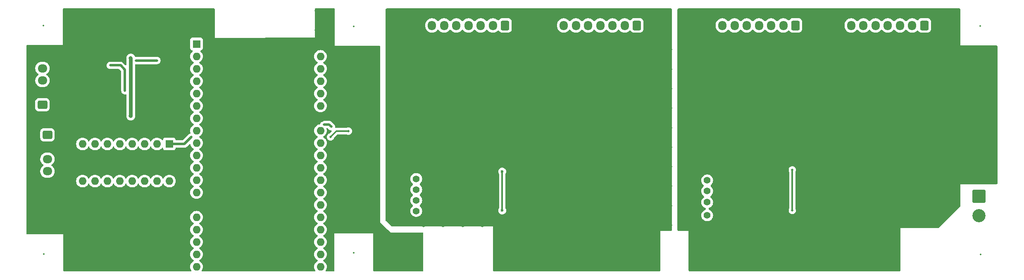
<source format=gbr>
%TF.GenerationSoftware,KiCad,Pcbnew,8.0.4*%
%TF.CreationDate,2024-09-13T16:29:25+09:00*%
%TF.ProjectId,LTC6811_ESP32_Master_V5,4c544336-3831-4315-9f45-535033325f4d,rev?*%
%TF.SameCoordinates,Original*%
%TF.FileFunction,Copper,L2,Bot*%
%TF.FilePolarity,Positive*%
%FSLAX46Y46*%
G04 Gerber Fmt 4.6, Leading zero omitted, Abs format (unit mm)*
G04 Created by KiCad (PCBNEW 8.0.4) date 2024-09-13 16:29:25*
%MOMM*%
%LPD*%
G01*
G04 APERTURE LIST*
G04 Aperture macros list*
%AMRoundRect*
0 Rectangle with rounded corners*
0 $1 Rounding radius*
0 $2 $3 $4 $5 $6 $7 $8 $9 X,Y pos of 4 corners*
0 Add a 4 corners polygon primitive as box body*
4,1,4,$2,$3,$4,$5,$6,$7,$8,$9,$2,$3,0*
0 Add four circle primitives for the rounded corners*
1,1,$1+$1,$2,$3*
1,1,$1+$1,$4,$5*
1,1,$1+$1,$6,$7*
1,1,$1+$1,$8,$9*
0 Add four rect primitives between the rounded corners*
20,1,$1+$1,$2,$3,$4,$5,0*
20,1,$1+$1,$4,$5,$6,$7,0*
20,1,$1+$1,$6,$7,$8,$9,0*
20,1,$1+$1,$8,$9,$2,$3,0*%
G04 Aperture macros list end*
%TA.AperFunction,ComponentPad*%
%ADD10R,1.600000X1.600000*%
%TD*%
%TA.AperFunction,ComponentPad*%
%ADD11O,1.600000X1.600000*%
%TD*%
%TA.AperFunction,ComponentPad*%
%ADD12C,1.400000*%
%TD*%
%TA.AperFunction,ComponentPad*%
%ADD13O,1.400000X1.400000*%
%TD*%
%TA.AperFunction,ComponentPad*%
%ADD14O,1.700000X1.950000*%
%TD*%
%TA.AperFunction,ComponentPad*%
%ADD15RoundRect,0.250000X0.600000X0.725000X-0.600000X0.725000X-0.600000X-0.725000X0.600000X-0.725000X0*%
%TD*%
%TA.AperFunction,ComponentPad*%
%ADD16RoundRect,0.250001X-1.099999X1.099999X-1.099999X-1.099999X1.099999X-1.099999X1.099999X1.099999X0*%
%TD*%
%TA.AperFunction,ComponentPad*%
%ADD17C,2.700000*%
%TD*%
%TA.AperFunction,ComponentPad*%
%ADD18RoundRect,0.250000X-0.725000X0.600000X-0.725000X-0.600000X0.725000X-0.600000X0.725000X0.600000X0*%
%TD*%
%TA.AperFunction,ComponentPad*%
%ADD19O,1.950000X1.700000*%
%TD*%
%TA.AperFunction,ComponentPad*%
%ADD20RoundRect,0.250000X0.725000X-0.600000X0.725000X0.600000X-0.725000X0.600000X-0.725000X-0.600000X0*%
%TD*%
%TA.AperFunction,ViaPad*%
%ADD21C,0.500000*%
%TD*%
%TA.AperFunction,ViaPad*%
%ADD22C,0.800000*%
%TD*%
%TA.AperFunction,ViaPad*%
%ADD23C,0.600000*%
%TD*%
%TA.AperFunction,Conductor*%
%ADD24C,0.500000*%
%TD*%
%TA.AperFunction,Conductor*%
%ADD25C,0.300000*%
%TD*%
%TA.AperFunction,Conductor*%
%ADD26C,0.800000*%
%TD*%
%ADD27C,0.300000*%
%ADD28C,0.350000*%
G04 APERTURE END LIST*
D10*
%TO.P,U8,1,3V3*%
%TO.N,+3V3*%
X70365000Y-122821928D03*
D11*
%TO.P,U8,2,EN*%
%TO.N,/MCU/NRST*%
X70365000Y-125361928D03*
%TO.P,U8,3,SENSOR_VP*%
%TO.N,unconnected-(U8-SENSOR_VP-Pad3)*%
X70365000Y-127901928D03*
%TO.P,U8,4,SENSOR_VN*%
%TO.N,unconnected-(U8-SENSOR_VN-Pad4)*%
X70365000Y-130441928D03*
%TO.P,U8,5,IO34*%
%TO.N,/CAN/RXD*%
X70365000Y-132981928D03*
%TO.P,U8,6,IO35*%
%TO.N,unconnected-(U8-IO35-Pad6)*%
X70365000Y-135521928D03*
%TO.P,U8,7,IO32*%
%TO.N,/CAN/TXD*%
X70365000Y-138061928D03*
%TO.P,U8,8,IO33*%
%TO.N,unconnected-(U8-IO33-Pad8)*%
X70365000Y-140601928D03*
%TO.P,U8,9,IO25*%
%TO.N,unconnected-(U8-IO25-Pad9)*%
X70365000Y-143141928D03*
%TO.P,U8,10,IO26*%
%TO.N,unconnected-(U8-IO26-Pad10)*%
X70365000Y-145681928D03*
%TO.P,U8,11,IO27*%
%TO.N,unconnected-(U8-IO27-Pad11)*%
X70365000Y-148221928D03*
%TO.P,U8,12,IO14*%
%TO.N,/MCU/HSPI_SCK*%
X70365000Y-150761928D03*
%TO.P,U8,13,IO12*%
%TO.N,/MCU/HSPI_MISO*%
X70365000Y-153301928D03*
%TO.P,U8,14,GND*%
%TO.N,GND*%
X70365000Y-155841928D03*
%TO.P,U8,15,IO13*%
%TO.N,/MCU/HSPI_MOSI*%
X70365000Y-158381928D03*
%TO.P,U8,16,SD2*%
%TO.N,unconnected-(U8-SD2-Pad16)*%
X70365000Y-160921928D03*
%TO.P,U8,17,SD3*%
%TO.N,unconnected-(U8-SD3-Pad17)*%
X70365000Y-163461928D03*
%TO.P,U8,18,CMD*%
%TO.N,unconnected-(U8-CMD-Pad18)*%
X70365000Y-166001928D03*
%TO.P,U8,19,5V*%
%TO.N,/MCU/5V*%
X70365000Y-168541928D03*
%TO.P,U8,20,CLK*%
%TO.N,unconnected-(U8-CLK-Pad20)*%
X95765000Y-168541928D03*
%TO.P,U8,21,SD0*%
%TO.N,unconnected-(U8-SD0-Pad21)*%
X95765000Y-166001928D03*
%TO.P,U8,22,SD1*%
%TO.N,unconnected-(U8-SD1-Pad22)*%
X95765000Y-163461928D03*
%TO.P,U8,23,IO15*%
%TO.N,/MCU/HSPI_CS*%
X95765000Y-160921928D03*
%TO.P,U8,24,IO2*%
%TO.N,unconnected-(U8-IO2-Pad24)*%
X95765000Y-158381928D03*
%TO.P,U8,25,IO0*%
%TO.N,unconnected-(U8-IO0-Pad25)*%
X95765000Y-155841928D03*
%TO.P,U8,26,IO4*%
%TO.N,unconnected-(U8-IO4-Pad26)*%
X95765000Y-153301928D03*
%TO.P,U8,27,IO16*%
%TO.N,unconnected-(U8-IO16-Pad27)*%
X95765000Y-150761928D03*
%TO.P,U8,28,IO17*%
%TO.N,unconnected-(U8-IO17-Pad28)*%
X95765000Y-148221928D03*
%TO.P,U8,29,IO5*%
%TO.N,/MCU/VSPI_CS*%
X95765000Y-145681928D03*
%TO.P,U8,30,IO18*%
%TO.N,/MCU/VSPI_SCK*%
X95765000Y-143141928D03*
%TO.P,U8,31,IO19*%
%TO.N,/MCU/VSPI_MISO*%
X95765000Y-140601928D03*
%TO.P,U8,32,GND*%
%TO.N,GND*%
X95765000Y-138061928D03*
%TO.P,U8,33,IO21*%
%TO.N,unconnected-(U8-IO21-Pad33)*%
X95765000Y-135521928D03*
%TO.P,U8,34,RXD0*%
%TO.N,unconnected-(U8-RXD0-Pad34)*%
X95765000Y-132981928D03*
%TO.P,U8,35,TXD0*%
%TO.N,unconnected-(U8-TXD0-Pad35)*%
X95765000Y-130441928D03*
%TO.P,U8,36,IO22*%
%TO.N,unconnected-(U8-IO22-Pad36)*%
X95765000Y-127901928D03*
%TO.P,U8,37,IO23*%
%TO.N,/MCU/VSPI_MOSI*%
X95765000Y-125361928D03*
%TO.P,U8,38,GND*%
%TO.N,GND*%
X95765000Y-122821928D03*
%TD*%
D12*
%TO.P,TH8,1*%
%TO.N,/Slaves/LTC6811_2/T3*%
X174995000Y-155300000D03*
D13*
%TO.P,TH8,2*%
%TO.N,GND_PACK*%
X176895000Y-155300000D03*
%TD*%
D10*
%TO.P,SW1,1*%
%TO.N,+3V3*%
X64800000Y-143332500D03*
D11*
%TO.P,SW1,2*%
X62260000Y-143332500D03*
%TO.P,SW1,3*%
X59720000Y-143332500D03*
%TO.P,SW1,4*%
X57180000Y-143332500D03*
%TO.P,SW1,5*%
X54640000Y-143332500D03*
%TO.P,SW1,6*%
X52100000Y-143332500D03*
%TO.P,SW1,7*%
X49560000Y-143332500D03*
%TO.P,SW1,8*%
X47020000Y-143332500D03*
%TO.P,SW1,9*%
%TO.N,Net-(U1-GPA7)*%
X47020000Y-150952500D03*
%TO.P,SW1,10*%
%TO.N,Net-(U1-GPA6)*%
X49560000Y-150952500D03*
%TO.P,SW1,11*%
%TO.N,Net-(U1-GPA5)*%
X52100000Y-150952500D03*
%TO.P,SW1,12*%
%TO.N,Net-(U1-GPA4)*%
X54640000Y-150952500D03*
%TO.P,SW1,13*%
%TO.N,Net-(U1-GPA3)*%
X57180000Y-150952500D03*
%TO.P,SW1,14*%
%TO.N,Net-(U1-GPA2)*%
X59720000Y-150952500D03*
%TO.P,SW1,15*%
%TO.N,Net-(U1-GPA1)*%
X62260000Y-150952500D03*
%TO.P,SW1,16*%
%TO.N,Net-(U1-GPA0)*%
X64800000Y-150952500D03*
%TD*%
D12*
%TO.P,TH3,1*%
%TO.N,/Slaves/LTC6811_1/T3*%
X115395000Y-154900000D03*
D13*
%TO.P,TH3,2*%
%TO.N,GND_PACK*%
X117295000Y-154900000D03*
%TD*%
D12*
%TO.P,TH9,1*%
%TO.N,/Slaves/LTC6811_2/T4*%
X174995000Y-153000000D03*
D13*
%TO.P,TH9,2*%
%TO.N,GND_PACK*%
X176895000Y-153000000D03*
%TD*%
D12*
%TO.P,TH7,1*%
%TO.N,/Slaves/LTC6811_2/T2*%
X174995000Y-158000000D03*
D13*
%TO.P,TH7,2*%
%TO.N,GND_PACK*%
X176895000Y-158000000D03*
%TD*%
D14*
%TO.P,J11,0,Pin_1*%
%TO.N,/Slaves/LTC6811_1/C1_G*%
X118600000Y-119000000D03*
%TO.P,J11,1,Pin_2*%
%TO.N,/Slaves/LTC6811_1/C1*%
X121100000Y-119000000D03*
%TO.P,J11,2,Pin_3*%
%TO.N,/Slaves/LTC6811_1/C2*%
X123600000Y-119000000D03*
%TO.P,J11,3,Pin_4*%
%TO.N,/Slaves/LTC6811_1/C3*%
X126100000Y-119000000D03*
%TO.P,J11,4,Pin_5*%
%TO.N,/Slaves/LTC6811_1/C4*%
X128600000Y-119000000D03*
%TO.P,J11,5,Pin_6*%
%TO.N,/Slaves/LTC6811_1/C5*%
X131100000Y-119000000D03*
D15*
%TO.P,J11,6,Pin_7*%
%TO.N,/Slaves/LTC6811_1/C6*%
X133600000Y-119000000D03*
%TD*%
D12*
%TO.P,TH5,1*%
%TO.N,/Slaves/LTC6811_1/T5*%
X115395000Y-150500000D03*
D13*
%TO.P,TH5,2*%
%TO.N,GND_PACK*%
X117295000Y-150500000D03*
%TD*%
D16*
%TO.P,J6,1,Pin_1*%
%TO.N,/Slaves/PB*%
X230700000Y-154100000D03*
D17*
%TO.P,J6,2,Pin_2*%
%TO.N,/Slaves/MB*%
X230700000Y-158060000D03*
%TD*%
D14*
%TO.P,J10,0,Pin_1*%
%TO.N,/Slaves/LTC6811_1/C6*%
X145600000Y-119000000D03*
%TO.P,J10,1,Pin_2*%
%TO.N,/Slaves/LTC6811_1/C7*%
X148100000Y-119000000D03*
%TO.P,J10,2,Pin_3*%
%TO.N,/Slaves/LTC6811_1/C8*%
X150600000Y-119000000D03*
%TO.P,J10,3,Pin_4*%
%TO.N,/Slaves/LTC6811_1/C9*%
X153100000Y-119000000D03*
%TO.P,J10,4,Pin_5*%
%TO.N,/Slaves/LTC6811_1/C10*%
X155600000Y-119000000D03*
%TO.P,J10,5,Pin_6*%
%TO.N,/Slaves/LTC6811_1/C11*%
X158100000Y-119000000D03*
D15*
%TO.P,J10,6,Pin_7*%
%TO.N,/Slaves/LTC6811_1/C12*%
X160600000Y-119000000D03*
%TD*%
D12*
%TO.P,TH4,1*%
%TO.N,/Slaves/LTC6811_1/T4*%
X115395000Y-152700000D03*
D13*
%TO.P,TH4,2*%
%TO.N,GND_PACK*%
X117295000Y-152700000D03*
%TD*%
D14*
%TO.P,J13,0,Pin_1*%
%TO.N,/Slaves/LTC6811_2/C1_G*%
X178100000Y-119000000D03*
%TO.P,J13,1,Pin_2*%
%TO.N,/Slaves/LTC6811_2/C1*%
X180600000Y-119000000D03*
%TO.P,J13,2,Pin_3*%
%TO.N,/Slaves/LTC6811_2/C2*%
X183100000Y-119000000D03*
%TO.P,J13,3,Pin_4*%
%TO.N,/Slaves/LTC6811_2/C3*%
X185600000Y-119000000D03*
%TO.P,J13,4,Pin_5*%
%TO.N,/Slaves/LTC6811_2/C4*%
X188100000Y-119000000D03*
%TO.P,J13,5,Pin_6*%
%TO.N,/Slaves/LTC6811_2/C5*%
X190600000Y-119000000D03*
D15*
%TO.P,J13,6,Pin_7*%
%TO.N,/Slaves/LTC6811_2/C6*%
X193100000Y-119000000D03*
%TD*%
D18*
%TO.P,J23,1,Pin_1*%
%TO.N,/PowerSupply/+12V*%
X39825000Y-141450000D03*
D19*
%TO.P,J23,2,Pin_2*%
%TO.N,GND*%
X39825000Y-143950000D03*
%TO.P,J23,3,Pin_3*%
%TO.N,/CAN/CAN_H*%
X39825000Y-146450000D03*
%TO.P,J23,4,Pin_4*%
%TO.N,/CAN/CAN_L*%
X39825000Y-148950000D03*
%TD*%
D14*
%TO.P,J12,0,Pin_1*%
%TO.N,/Slaves/LTC6811_2/C6*%
X204500000Y-119000000D03*
%TO.P,J12,1,Pin_2*%
%TO.N,/Slaves/LTC6811_2/C7*%
X207000000Y-119000000D03*
%TO.P,J12,2,Pin_3*%
%TO.N,/Slaves/LTC6811_2/C8*%
X209500000Y-119000000D03*
%TO.P,J12,3,Pin_4*%
%TO.N,/Slaves/LTC6811_2/C9*%
X212000000Y-119000000D03*
%TO.P,J12,4,Pin_5*%
%TO.N,/Slaves/LTC6811_2/C10*%
X214500000Y-119000000D03*
%TO.P,J12,5,Pin_6*%
%TO.N,/Slaves/LTC6811_2/C11*%
X217000000Y-119000000D03*
D15*
%TO.P,J12,6,Pin_7*%
%TO.N,/Slaves/LTC6811_2/C12*%
X219500000Y-119000000D03*
%TD*%
D12*
%TO.P,TH10,1*%
%TO.N,/Slaves/LTC6811_2/T5*%
X174995000Y-150800000D03*
D13*
%TO.P,TH10,2*%
%TO.N,GND_PACK*%
X176895000Y-150800000D03*
%TD*%
D20*
%TO.P,J5,1,Pin_1*%
%TO.N,/PowerSupply/+12V*%
X38800000Y-135300000D03*
D19*
%TO.P,J5,2,Pin_2*%
%TO.N,GND*%
X38800000Y-132800000D03*
%TO.P,J5,3,Pin_3*%
%TO.N,/CAN/CAN_H*%
X38800000Y-130300000D03*
%TO.P,J5,4,Pin_4*%
%TO.N,/CAN/CAN_L*%
X38800000Y-127800000D03*
%TD*%
D12*
%TO.P,TH2,1*%
%TO.N,/Slaves/LTC6811_1/T2*%
X115395000Y-157100000D03*
D13*
%TO.P,TH2,2*%
%TO.N,GND_PACK*%
X117295000Y-157100000D03*
%TD*%
D21*
%TO.N,+3V3*%
X52700000Y-127200000D03*
X98000000Y-139800000D03*
X62250000Y-126200000D03*
X69300000Y-141900000D03*
X55700000Y-132400000D03*
X58000000Y-126200000D03*
X96488072Y-139311928D03*
D22*
%TO.N,GND*%
X61000000Y-136000000D03*
X51000000Y-126000000D03*
X55000000Y-136000000D03*
X75000000Y-150000000D03*
X107000000Y-130000000D03*
X59000000Y-162000000D03*
X97000000Y-120000000D03*
X114000000Y-164000000D03*
X39000000Y-126000000D03*
X61000000Y-138000000D03*
X63000000Y-162000000D03*
X59000000Y-122000000D03*
X83000000Y-158000000D03*
X75000000Y-162000000D03*
X63000000Y-122000000D03*
X79000000Y-158000000D03*
X112000000Y-166800000D03*
X87000000Y-146000000D03*
X55000000Y-146000000D03*
X43000000Y-150000000D03*
X106000000Y-136000000D03*
X91000000Y-134000000D03*
X43000000Y-132000000D03*
X75000000Y-126000000D03*
X65000000Y-122000000D03*
X87000000Y-138000000D03*
X73000000Y-118000000D03*
X83000000Y-162000000D03*
X97000000Y-116000000D03*
X47000000Y-146000000D03*
X63000000Y-132500000D03*
X61000000Y-140000000D03*
X53000000Y-132000000D03*
X68000000Y-127000000D03*
X83000000Y-130000000D03*
X65000000Y-120000000D03*
X67000000Y-158000000D03*
X83000000Y-138000000D03*
X63000000Y-120000000D03*
X43000000Y-146000000D03*
X55000000Y-122000000D03*
X91000000Y-162000000D03*
X60000000Y-131000000D03*
X107000000Y-158000000D03*
X63000000Y-124000000D03*
X55000000Y-168000000D03*
X107000000Y-154000000D03*
X61000000Y-116000000D03*
X75000000Y-134000000D03*
X79000000Y-126000000D03*
X79000000Y-122000000D03*
X61000000Y-158000000D03*
X79000000Y-138000000D03*
X69000000Y-118000000D03*
X91000000Y-158000000D03*
X67500000Y-138000000D03*
X51000000Y-168000000D03*
X69000000Y-116000000D03*
X99000000Y-134000000D03*
X51000000Y-162000000D03*
X63000000Y-146000000D03*
X91000000Y-146000000D03*
X59000000Y-146000000D03*
X65000000Y-116000000D03*
X75000000Y-154000000D03*
X99000000Y-126000000D03*
X59000000Y-120000000D03*
X87000000Y-134000000D03*
X55000000Y-138000000D03*
X91000000Y-138000000D03*
X73000000Y-116000000D03*
X75000000Y-146000000D03*
X61500000Y-154000000D03*
X83000000Y-166000000D03*
X79000000Y-166000000D03*
X83000000Y-146000000D03*
X83000000Y-134000000D03*
X79000000Y-146000000D03*
X95000000Y-116000000D03*
X116000000Y-164000000D03*
X99000000Y-146000000D03*
X47000000Y-162000000D03*
X91000000Y-122000000D03*
X83000000Y-150000000D03*
X49000000Y-116000000D03*
X107050000Y-142850000D03*
X43000000Y-138000000D03*
X87000000Y-158000000D03*
X65500000Y-132500000D03*
X51000000Y-146000000D03*
X99000000Y-158000000D03*
X103000000Y-126000000D03*
X60000000Y-127500000D03*
X79000000Y-130000000D03*
X107000000Y-146000000D03*
X87000000Y-122000000D03*
X75000000Y-138000000D03*
X45000000Y-120000000D03*
X51000000Y-132000000D03*
X67300000Y-140500000D03*
X53000000Y-116000000D03*
X107000000Y-134000000D03*
X107000000Y-126000000D03*
X67000000Y-168000000D03*
X43000000Y-126000000D03*
X87000000Y-126000000D03*
X59000000Y-168000000D03*
X47000000Y-132000000D03*
X87000000Y-154000000D03*
X99000000Y-150000000D03*
X49000000Y-132000000D03*
X65000000Y-160000000D03*
X107000000Y-150000000D03*
X91000000Y-130000000D03*
X73000000Y-120000000D03*
X55000000Y-118000000D03*
X87000000Y-150000000D03*
X45000000Y-116000000D03*
X75000000Y-158000000D03*
X79000000Y-154000000D03*
X59000000Y-138000000D03*
X68000000Y-129000000D03*
X57000000Y-120000000D03*
X114000000Y-166700000D03*
X55000000Y-120000000D03*
X79000000Y-134000000D03*
X59000000Y-160000000D03*
X87000000Y-162000000D03*
X83000000Y-122000000D03*
X57000000Y-116000000D03*
X55000000Y-134000000D03*
X83000000Y-126000000D03*
X43000000Y-134000000D03*
X83000000Y-154000000D03*
X112000000Y-164000000D03*
X47000000Y-166000000D03*
X55000000Y-162000000D03*
X75000000Y-166000000D03*
X79000000Y-162000000D03*
X75000000Y-122000000D03*
X63000000Y-168000000D03*
X87000000Y-130000000D03*
X45000000Y-124000000D03*
X47000000Y-168000000D03*
X79000000Y-150000000D03*
X64700000Y-129700000D03*
X95000000Y-120000000D03*
X103000000Y-130000000D03*
X103300000Y-142850000D03*
X87000000Y-166000000D03*
X91000000Y-150000000D03*
X91000000Y-154000000D03*
X75000000Y-130000000D03*
X47000000Y-126000000D03*
X45000000Y-132000000D03*
X116000000Y-166800000D03*
X99000000Y-154000000D03*
X60500000Y-132500000D03*
X103250000Y-141350000D03*
X69000000Y-120000000D03*
X60000000Y-129000000D03*
X91000000Y-126000000D03*
X99000000Y-130000000D03*
D21*
%TO.N,GND_PACK*%
X161300000Y-141200000D03*
D22*
X131900000Y-150000000D03*
X109500000Y-152000000D03*
X214900000Y-116000000D03*
X172900000Y-162000000D03*
X169300000Y-140000000D03*
D21*
X189200000Y-141200000D03*
D22*
X163900000Y-148000000D03*
X188900000Y-160000000D03*
X169300000Y-144000000D03*
X172100000Y-130100000D03*
X227000000Y-126000000D03*
X169300000Y-148000000D03*
X156900000Y-160000000D03*
X138100000Y-118100000D03*
X176000000Y-124000000D03*
X190900000Y-157000000D03*
X196900000Y-119000000D03*
X213000000Y-166000000D03*
X161900000Y-160000000D03*
X132900000Y-164000000D03*
X189000000Y-149000000D03*
X203000000Y-166000000D03*
D21*
X125300000Y-141200000D03*
D22*
X169300000Y-128000000D03*
X128900000Y-160000000D03*
X179900000Y-148000000D03*
X185000000Y-149000000D03*
X227000000Y-142000000D03*
X220900000Y-147000000D03*
X169300000Y-123900000D03*
X187000000Y-149000000D03*
X114900000Y-123000000D03*
X148900000Y-168100000D03*
X224100000Y-138100000D03*
X213000000Y-160000000D03*
X136100000Y-118100000D03*
X148100000Y-116100000D03*
X139000000Y-165014382D03*
X142100000Y-120250000D03*
X188900000Y-157000000D03*
X144100000Y-152100000D03*
X183000000Y-149000000D03*
X152100000Y-116100000D03*
X169300000Y-132000000D03*
X134650000Y-151250000D03*
X161900000Y-154000000D03*
X109500000Y-128000000D03*
X223000000Y-158000000D03*
D21*
X138700000Y-141200000D03*
D22*
X163900000Y-146000000D03*
X163000000Y-116000000D03*
X221000000Y-160000000D03*
X216900000Y-147000000D03*
X222900000Y-154000000D03*
X167000000Y-120000000D03*
X176100000Y-146100000D03*
X172900000Y-164000000D03*
X222900000Y-116000000D03*
X174100000Y-146100000D03*
X131900000Y-151250000D03*
X128900000Y-158000000D03*
X136900000Y-160100000D03*
X118900000Y-146000000D03*
D21*
X156800000Y-141200000D03*
D22*
X150100000Y-150100000D03*
D21*
X184700000Y-141200000D03*
D22*
X188900000Y-168000000D03*
X167400000Y-136000000D03*
X156900000Y-148100000D03*
X184900000Y-159958072D03*
X231000000Y-134000000D03*
X178900000Y-162000000D03*
X160900000Y-152100000D03*
X172900000Y-166000000D03*
X171000000Y-119700000D03*
X231000000Y-150000000D03*
X200100000Y-152100000D03*
X184900000Y-162000000D03*
X111900000Y-130000000D03*
X167400000Y-140000000D03*
X116900000Y-160000000D03*
X213000000Y-162000000D03*
X167400000Y-160000000D03*
X109500000Y-136000000D03*
X209900000Y-149000000D03*
X164900000Y-166000000D03*
D21*
X116400000Y-141200000D03*
D22*
X222900000Y-152000000D03*
X109500000Y-156000000D03*
X164900000Y-160000000D03*
D21*
X211300000Y-141200000D03*
D22*
X191000000Y-149000000D03*
X164900000Y-157000000D03*
D21*
X202400000Y-141200000D03*
D22*
X231000000Y-138000000D03*
X213000000Y-164000000D03*
X211900000Y-149000000D03*
X213000000Y-168000000D03*
X206900000Y-151000000D03*
X167400000Y-128000000D03*
X178900000Y-167100000D03*
X167400000Y-152000000D03*
X158800000Y-166800000D03*
X227000000Y-134000000D03*
X144900000Y-168100000D03*
X169300000Y-160000000D03*
X113900000Y-128000000D03*
X195800000Y-155500000D03*
X167000000Y-116000000D03*
X152900000Y-160000000D03*
X171000000Y-116000000D03*
X142100000Y-118100000D03*
X163900000Y-154000000D03*
X183000000Y-151000000D03*
X111650000Y-148000000D03*
X231000000Y-146000000D03*
X109500000Y-148000000D03*
X143900000Y-164000000D03*
X111650000Y-141900000D03*
X196900000Y-168000000D03*
X172900000Y-168000000D03*
X172100000Y-128100000D03*
X124900000Y-158000000D03*
D21*
X134300000Y-141200000D03*
D22*
X124900000Y-150100000D03*
X140100000Y-152000000D03*
X111900000Y-128000000D03*
X231000000Y-126000000D03*
X114900000Y-146000000D03*
D21*
X147800000Y-141200000D03*
D22*
X113900000Y-130000000D03*
X227000000Y-138000000D03*
D21*
X120900000Y-141200000D03*
D22*
X227000000Y-130000000D03*
X167400000Y-156000000D03*
X132900000Y-168000000D03*
X140100000Y-116100000D03*
X231000000Y-130000000D03*
D21*
X206800000Y-141200000D03*
D22*
X164900000Y-168000000D03*
D21*
X175900000Y-141200000D03*
D22*
X143900000Y-166000000D03*
X160900000Y-148100000D03*
X175000000Y-116000000D03*
X142100000Y-116100000D03*
D21*
X215600000Y-141200000D03*
D22*
X201000000Y-168000000D03*
X178900000Y-164100000D03*
X128900000Y-150100000D03*
X178100000Y-146100000D03*
X109500000Y-118000000D03*
X112900000Y-146000000D03*
X167400000Y-123900000D03*
X224100000Y-142100000D03*
X114900000Y-125000000D03*
D21*
X164800000Y-142300000D03*
D22*
X202900000Y-116000000D03*
X146100000Y-152100000D03*
X124900000Y-160000000D03*
X216900000Y-149000000D03*
X220900000Y-149000000D03*
X218900000Y-147000000D03*
X109500000Y-122000000D03*
X169300000Y-152000000D03*
D21*
X220000000Y-141200000D03*
D22*
X184900000Y-157000000D03*
X210900000Y-116000000D03*
X192900000Y-168000000D03*
X164900000Y-164000000D03*
X156000000Y-164000000D03*
X198900000Y-116000000D03*
X109500000Y-140000000D03*
X181000000Y-150000000D03*
D21*
X143200000Y-141200000D03*
D22*
X167400000Y-132000000D03*
X163900000Y-150000000D03*
X136600000Y-155600000D03*
X156900000Y-150250000D03*
X164900000Y-162000000D03*
X142100000Y-152100000D03*
X164900000Y-152100000D03*
D21*
X180300000Y-141200000D03*
D22*
X183900000Y-164100000D03*
X217000000Y-160000000D03*
X148900000Y-164100000D03*
X109600000Y-132000000D03*
X172100000Y-146100000D03*
X167400000Y-144000000D03*
X224900000Y-156100000D03*
X207000000Y-160000000D03*
X116900000Y-121000000D03*
X120900000Y-160000000D03*
X206900000Y-116000000D03*
D21*
X129800000Y-141200000D03*
D22*
X169300000Y-156000000D03*
X160100000Y-116100000D03*
X213900000Y-149000000D03*
X227000000Y-146000000D03*
D21*
X193600000Y-141200000D03*
D22*
X209000000Y-160000000D03*
X200900000Y-119000000D03*
X144100000Y-116100000D03*
X109500000Y-144000000D03*
X132900000Y-160000000D03*
X156100000Y-116100000D03*
X111650000Y-144000000D03*
X111650000Y-146000000D03*
X136900000Y-151250000D03*
X169300000Y-136000000D03*
D21*
X197950000Y-141200000D03*
D22*
X218900000Y-116000000D03*
D21*
X152300000Y-141200000D03*
D22*
X183900000Y-167100000D03*
X231000000Y-142000000D03*
X185000000Y-151000000D03*
X176000000Y-122000000D03*
X192900000Y-160000000D03*
X137400000Y-166600000D03*
X140100000Y-120250000D03*
X167400000Y-148000000D03*
X211000000Y-160000000D03*
X227000000Y-150000000D03*
X171400000Y-144000000D03*
X116900000Y-146000000D03*
X171400000Y-141900000D03*
X138100000Y-120250000D03*
X204100000Y-152100000D03*
D23*
%TO.N,/Slaves/LTC6811_1/cell1/S*%
X133000000Y-149000000D03*
X133000000Y-157000000D03*
D21*
%TO.N,/Slaves/LTC6811_2/cell1/S*%
X192450000Y-157000000D03*
X192450000Y-148650000D03*
%TO.N,/MCU/VSPI_MISO*%
X97800000Y-141900000D03*
X101500000Y-140700000D03*
D22*
%TO.N,/PowerSupply/+12V*%
X56900000Y-125700000D03*
X56900000Y-137600000D03*
%TD*%
D24*
%TO.N,+3V3*%
X55700000Y-132400000D02*
X55700000Y-128100000D01*
X69300000Y-141900000D02*
X67867500Y-143332500D01*
X58000000Y-126200000D02*
X62250000Y-126200000D01*
X54800000Y-127200000D02*
X52700000Y-127200000D01*
X55700000Y-128100000D02*
X54800000Y-127200000D01*
X97511928Y-139311928D02*
X96488072Y-139311928D01*
X98000000Y-139800000D02*
X97511928Y-139311928D01*
X67867500Y-143332500D02*
X64800000Y-143332500D01*
D25*
%TO.N,/Slaves/LTC6811_1/cell1/S*%
X133000000Y-157000000D02*
X133000000Y-149000000D01*
%TO.N,/Slaves/LTC6811_2/cell1/S*%
X192450000Y-157000000D02*
X192450000Y-148650000D01*
%TO.N,/MCU/VSPI_MISO*%
X99000000Y-140700000D02*
X97800000Y-141900000D01*
X101500000Y-140700000D02*
X99000000Y-140700000D01*
D26*
%TO.N,/PowerSupply/+12V*%
X56900000Y-137600000D02*
X56900000Y-125700000D01*
%TD*%
%TA.AperFunction,Conductor*%
%TO.N,GND_PACK*%
G36*
X167646288Y-115519454D02*
G01*
X167727070Y-115573430D01*
X167781046Y-115654212D01*
X167800000Y-115749500D01*
X167800000Y-160951000D01*
X167781046Y-161046288D01*
X167727070Y-161127070D01*
X167646288Y-161181046D01*
X167551000Y-161200000D01*
X165400000Y-161200000D01*
X165400000Y-161200001D01*
X165400000Y-169250500D01*
X165381046Y-169345788D01*
X165327070Y-169426570D01*
X165246288Y-169480546D01*
X165151000Y-169499500D01*
X131349000Y-169499500D01*
X131253712Y-169480546D01*
X131172930Y-169426570D01*
X131118954Y-169345788D01*
X131100000Y-169250500D01*
X131100000Y-160300001D01*
X131100000Y-160300000D01*
X131099999Y-160300000D01*
X110497355Y-160300000D01*
X110402067Y-160281046D01*
X110328463Y-160233966D01*
X109180108Y-159173945D01*
X109122946Y-159095385D01*
X109100199Y-159000931D01*
X109100000Y-158990979D01*
X109100000Y-150500000D01*
X114189357Y-150500000D01*
X114209884Y-150721533D01*
X114209885Y-150721536D01*
X114270771Y-150935528D01*
X114369942Y-151134689D01*
X114504019Y-151312236D01*
X114504020Y-151312237D01*
X114504021Y-151312238D01*
X114617828Y-151415988D01*
X114675477Y-151494190D01*
X114698811Y-151588502D01*
X114684278Y-151684563D01*
X114634089Y-151767751D01*
X114617828Y-151784012D01*
X114504021Y-151887761D01*
X114504020Y-151887762D01*
X114369941Y-152065312D01*
X114369941Y-152065313D01*
X114270772Y-152264469D01*
X114209884Y-152478466D01*
X114189357Y-152700000D01*
X114209884Y-152921533D01*
X114209885Y-152921536D01*
X114270771Y-153135528D01*
X114369942Y-153334689D01*
X114504019Y-153512236D01*
X114504020Y-153512237D01*
X114504021Y-153512238D01*
X114617828Y-153615988D01*
X114675477Y-153694190D01*
X114698811Y-153788502D01*
X114684278Y-153884563D01*
X114634089Y-153967751D01*
X114617828Y-153984012D01*
X114504021Y-154087761D01*
X114504020Y-154087762D01*
X114369941Y-154265312D01*
X114369941Y-154265313D01*
X114270772Y-154464469D01*
X114209884Y-154678466D01*
X114189357Y-154900000D01*
X114209884Y-155121533D01*
X114209885Y-155121536D01*
X114270771Y-155335528D01*
X114369942Y-155534689D01*
X114504019Y-155712236D01*
X114504020Y-155712237D01*
X114504021Y-155712238D01*
X114617828Y-155815988D01*
X114675477Y-155894190D01*
X114698811Y-155988502D01*
X114684278Y-156084563D01*
X114634089Y-156167751D01*
X114617828Y-156184012D01*
X114504021Y-156287761D01*
X114504020Y-156287762D01*
X114369941Y-156465312D01*
X114369941Y-156465313D01*
X114270772Y-156664469D01*
X114209884Y-156878466D01*
X114189357Y-157100000D01*
X114209884Y-157321533D01*
X114209885Y-157321536D01*
X114270771Y-157535528D01*
X114369942Y-157734689D01*
X114504019Y-157912236D01*
X114656090Y-158050867D01*
X114668439Y-158062125D01*
X114776632Y-158129114D01*
X114857599Y-158179247D01*
X115065060Y-158259618D01*
X115065063Y-158259619D01*
X115283754Y-158300500D01*
X115283757Y-158300500D01*
X115506246Y-158300500D01*
X115724936Y-158259619D01*
X115724937Y-158259618D01*
X115724940Y-158259618D01*
X115932401Y-158179247D01*
X116121562Y-158062124D01*
X116285981Y-157912236D01*
X116420058Y-157734689D01*
X116519229Y-157535528D01*
X116580115Y-157321536D01*
X116600643Y-157100000D01*
X116580115Y-156878464D01*
X116519229Y-156664472D01*
X116420058Y-156465311D01*
X116285981Y-156287764D01*
X116172171Y-156184012D01*
X116114522Y-156105810D01*
X116091188Y-156011499D01*
X116105721Y-155915437D01*
X116155909Y-155832250D01*
X116172172Y-155815987D01*
X116194084Y-155796010D01*
X116285981Y-155712236D01*
X116420058Y-155534689D01*
X116519229Y-155335528D01*
X116580115Y-155121536D01*
X116600643Y-154900000D01*
X116580115Y-154678464D01*
X116519229Y-154464472D01*
X116420058Y-154265311D01*
X116285981Y-154087764D01*
X116172171Y-153984012D01*
X116114522Y-153905810D01*
X116091188Y-153811499D01*
X116105721Y-153715437D01*
X116155909Y-153632250D01*
X116172172Y-153615987D01*
X116194084Y-153596010D01*
X116285981Y-153512236D01*
X116420058Y-153334689D01*
X116519229Y-153135528D01*
X116580115Y-152921536D01*
X116600643Y-152700000D01*
X116580115Y-152478464D01*
X116519229Y-152264472D01*
X116420058Y-152065311D01*
X116285981Y-151887764D01*
X116172171Y-151784012D01*
X116114522Y-151705810D01*
X116091188Y-151611499D01*
X116105721Y-151515437D01*
X116155909Y-151432250D01*
X116172172Y-151415987D01*
X116194084Y-151396010D01*
X116285981Y-151312236D01*
X116420058Y-151134689D01*
X116519229Y-150935528D01*
X116580115Y-150721536D01*
X116600643Y-150500000D01*
X116580115Y-150278464D01*
X116519229Y-150064472D01*
X116420058Y-149865311D01*
X116285981Y-149687764D01*
X116121562Y-149537876D01*
X116121560Y-149537874D01*
X115932406Y-149420756D01*
X115932405Y-149420755D01*
X115932401Y-149420753D01*
X115877464Y-149399470D01*
X115724936Y-149340380D01*
X115506246Y-149299500D01*
X115506243Y-149299500D01*
X115283757Y-149299500D01*
X115283754Y-149299500D01*
X115065063Y-149340380D01*
X114857601Y-149420752D01*
X114857593Y-149420756D01*
X114668439Y-149537874D01*
X114504018Y-149687765D01*
X114369941Y-149865312D01*
X114369941Y-149865313D01*
X114270772Y-150064469D01*
X114209884Y-150278466D01*
X114189357Y-150500000D01*
X109100000Y-150500000D01*
X109100000Y-148999996D01*
X132194435Y-148999996D01*
X132194435Y-149000003D01*
X132214630Y-149179245D01*
X132214631Y-149179251D01*
X132214632Y-149179255D01*
X132274211Y-149349522D01*
X132274212Y-149349523D01*
X132274212Y-149349524D01*
X132311334Y-149408602D01*
X132345982Y-149499369D01*
X132349500Y-149541079D01*
X132349500Y-156458920D01*
X132330546Y-156554208D01*
X132311335Y-156591395D01*
X132274213Y-156650473D01*
X132274211Y-156650476D01*
X132274211Y-156650478D01*
X132269315Y-156664472D01*
X132214632Y-156820746D01*
X132214630Y-156820754D01*
X132194435Y-156999996D01*
X132194435Y-157000003D01*
X132214630Y-157179245D01*
X132214631Y-157179251D01*
X132214632Y-157179255D01*
X132274211Y-157349522D01*
X132274212Y-157349523D01*
X132274214Y-157349529D01*
X132370180Y-157502257D01*
X132370182Y-157502259D01*
X132370184Y-157502262D01*
X132497738Y-157629816D01*
X132497740Y-157629817D01*
X132497742Y-157629819D01*
X132650470Y-157725785D01*
X132650473Y-157725786D01*
X132650478Y-157725789D01*
X132820745Y-157785368D01*
X132820754Y-157785369D01*
X132999996Y-157805565D01*
X133000000Y-157805565D01*
X133000004Y-157805565D01*
X133139908Y-157789801D01*
X133179255Y-157785368D01*
X133349522Y-157725789D01*
X133349527Y-157725785D01*
X133349529Y-157725785D01*
X133502257Y-157629819D01*
X133502256Y-157629819D01*
X133502262Y-157629816D01*
X133629816Y-157502262D01*
X133725789Y-157349522D01*
X133785368Y-157179255D01*
X133805565Y-157000000D01*
X133785368Y-156820745D01*
X133725789Y-156650478D01*
X133688665Y-156591395D01*
X133654018Y-156500628D01*
X133650500Y-156458920D01*
X133650500Y-149541079D01*
X133669454Y-149445791D01*
X133688666Y-149408602D01*
X133725789Y-149349522D01*
X133785368Y-149179255D01*
X133805565Y-149000000D01*
X133785368Y-148820745D01*
X133725789Y-148650478D01*
X133725786Y-148650473D01*
X133725785Y-148650470D01*
X133629819Y-148497742D01*
X133629817Y-148497740D01*
X133629816Y-148497738D01*
X133502262Y-148370184D01*
X133502259Y-148370182D01*
X133502257Y-148370180D01*
X133349529Y-148274214D01*
X133349524Y-148274212D01*
X133349522Y-148274211D01*
X133179255Y-148214632D01*
X133179251Y-148214631D01*
X133179245Y-148214630D01*
X133000004Y-148194435D01*
X132999996Y-148194435D01*
X132820754Y-148214630D01*
X132820746Y-148214631D01*
X132820745Y-148214632D01*
X132650478Y-148274211D01*
X132650476Y-148274211D01*
X132650476Y-148274212D01*
X132650470Y-148274214D01*
X132497742Y-148370180D01*
X132370180Y-148497742D01*
X132274214Y-148650470D01*
X132274212Y-148650476D01*
X132214632Y-148820746D01*
X132214630Y-148820754D01*
X132194435Y-148999996D01*
X109100000Y-148999996D01*
X109100000Y-118768703D01*
X117249500Y-118768703D01*
X117249500Y-119231296D01*
X117282753Y-119441240D01*
X117282754Y-119441243D01*
X117348443Y-119643412D01*
X117444949Y-119832816D01*
X117569896Y-120004792D01*
X117720208Y-120155104D01*
X117892184Y-120280051D01*
X118081588Y-120376557D01*
X118283757Y-120442246D01*
X118357601Y-120453941D01*
X118493703Y-120475499D01*
X118493710Y-120475499D01*
X118493713Y-120475500D01*
X118493716Y-120475500D01*
X118706284Y-120475500D01*
X118706287Y-120475500D01*
X118706290Y-120475499D01*
X118706296Y-120475499D01*
X118805476Y-120459789D01*
X118916243Y-120442246D01*
X119118412Y-120376557D01*
X119307816Y-120280051D01*
X119479792Y-120155104D01*
X119630104Y-120004792D01*
X119648554Y-119979396D01*
X119719894Y-119913449D01*
X119811044Y-119879820D01*
X119908124Y-119883633D01*
X119996355Y-119924306D01*
X120051444Y-119979395D01*
X120069896Y-120004792D01*
X120220208Y-120155104D01*
X120392184Y-120280051D01*
X120581588Y-120376557D01*
X120783757Y-120442246D01*
X120857601Y-120453941D01*
X120993703Y-120475499D01*
X120993710Y-120475499D01*
X120993713Y-120475500D01*
X120993716Y-120475500D01*
X121206284Y-120475500D01*
X121206287Y-120475500D01*
X121206290Y-120475499D01*
X121206296Y-120475499D01*
X121305476Y-120459789D01*
X121416243Y-120442246D01*
X121618412Y-120376557D01*
X121807816Y-120280051D01*
X121979792Y-120155104D01*
X122130104Y-120004792D01*
X122148554Y-119979396D01*
X122219894Y-119913449D01*
X122311044Y-119879820D01*
X122408124Y-119883633D01*
X122496355Y-119924306D01*
X122551444Y-119979395D01*
X122569896Y-120004792D01*
X122720208Y-120155104D01*
X122892184Y-120280051D01*
X123081588Y-120376557D01*
X123283757Y-120442246D01*
X123357601Y-120453941D01*
X123493703Y-120475499D01*
X123493710Y-120475499D01*
X123493713Y-120475500D01*
X123493716Y-120475500D01*
X123706284Y-120475500D01*
X123706287Y-120475500D01*
X123706290Y-120475499D01*
X123706296Y-120475499D01*
X123805476Y-120459789D01*
X123916243Y-120442246D01*
X124118412Y-120376557D01*
X124307816Y-120280051D01*
X124479792Y-120155104D01*
X124630104Y-120004792D01*
X124648554Y-119979396D01*
X124719894Y-119913449D01*
X124811044Y-119879820D01*
X124908124Y-119883633D01*
X124996355Y-119924306D01*
X125051444Y-119979395D01*
X125069896Y-120004792D01*
X125220208Y-120155104D01*
X125392184Y-120280051D01*
X125581588Y-120376557D01*
X125783757Y-120442246D01*
X125857601Y-120453941D01*
X125993703Y-120475499D01*
X125993710Y-120475499D01*
X125993713Y-120475500D01*
X125993716Y-120475500D01*
X126206284Y-120475500D01*
X126206287Y-120475500D01*
X126206290Y-120475499D01*
X126206296Y-120475499D01*
X126305476Y-120459789D01*
X126416243Y-120442246D01*
X126618412Y-120376557D01*
X126807816Y-120280051D01*
X126979792Y-120155104D01*
X127130104Y-120004792D01*
X127148554Y-119979396D01*
X127219894Y-119913449D01*
X127311044Y-119879820D01*
X127408124Y-119883633D01*
X127496355Y-119924306D01*
X127551444Y-119979395D01*
X127569896Y-120004792D01*
X127720208Y-120155104D01*
X127892184Y-120280051D01*
X128081588Y-120376557D01*
X128283757Y-120442246D01*
X128357601Y-120453941D01*
X128493703Y-120475499D01*
X128493710Y-120475499D01*
X128493713Y-120475500D01*
X128493716Y-120475500D01*
X128706284Y-120475500D01*
X128706287Y-120475500D01*
X128706290Y-120475499D01*
X128706296Y-120475499D01*
X128805476Y-120459789D01*
X128916243Y-120442246D01*
X129118412Y-120376557D01*
X129307816Y-120280051D01*
X129479792Y-120155104D01*
X129630104Y-120004792D01*
X129648554Y-119979396D01*
X129719894Y-119913449D01*
X129811044Y-119879820D01*
X129908124Y-119883633D01*
X129996355Y-119924306D01*
X130051444Y-119979395D01*
X130069896Y-120004792D01*
X130220208Y-120155104D01*
X130392184Y-120280051D01*
X130581588Y-120376557D01*
X130783757Y-120442246D01*
X130857601Y-120453941D01*
X130993703Y-120475499D01*
X130993710Y-120475499D01*
X130993713Y-120475500D01*
X130993716Y-120475500D01*
X131206284Y-120475500D01*
X131206287Y-120475500D01*
X131206290Y-120475499D01*
X131206296Y-120475499D01*
X131305476Y-120459789D01*
X131416243Y-120442246D01*
X131618412Y-120376557D01*
X131807816Y-120280051D01*
X131979792Y-120155104D01*
X132006813Y-120128083D01*
X132087593Y-120074105D01*
X132182881Y-120055150D01*
X132278170Y-120074103D01*
X132358952Y-120128078D01*
X132394813Y-120173430D01*
X132407288Y-120193656D01*
X132531344Y-120317712D01*
X132680666Y-120409814D01*
X132680669Y-120409815D01*
X132680667Y-120409815D01*
X132844310Y-120464040D01*
X132847203Y-120464999D01*
X132949991Y-120475500D01*
X134250008Y-120475499D01*
X134352797Y-120464999D01*
X134519334Y-120409814D01*
X134668656Y-120317712D01*
X134792712Y-120193656D01*
X134884814Y-120044334D01*
X134939999Y-119877797D01*
X134950500Y-119775009D01*
X134950499Y-118768703D01*
X144249500Y-118768703D01*
X144249500Y-119231296D01*
X144282753Y-119441240D01*
X144282754Y-119441243D01*
X144348443Y-119643412D01*
X144444949Y-119832816D01*
X144569896Y-120004792D01*
X144720208Y-120155104D01*
X144892184Y-120280051D01*
X145081588Y-120376557D01*
X145283757Y-120442246D01*
X145357601Y-120453941D01*
X145493703Y-120475499D01*
X145493710Y-120475499D01*
X145493713Y-120475500D01*
X145493716Y-120475500D01*
X145706284Y-120475500D01*
X145706287Y-120475500D01*
X145706290Y-120475499D01*
X145706296Y-120475499D01*
X145805476Y-120459789D01*
X145916243Y-120442246D01*
X146118412Y-120376557D01*
X146307816Y-120280051D01*
X146479792Y-120155104D01*
X146630104Y-120004792D01*
X146648554Y-119979396D01*
X146719894Y-119913449D01*
X146811044Y-119879820D01*
X146908124Y-119883633D01*
X146996355Y-119924306D01*
X147051444Y-119979395D01*
X147069896Y-120004792D01*
X147220208Y-120155104D01*
X147392184Y-120280051D01*
X147581588Y-120376557D01*
X147783757Y-120442246D01*
X147857601Y-120453941D01*
X147993703Y-120475499D01*
X147993710Y-120475499D01*
X147993713Y-120475500D01*
X147993716Y-120475500D01*
X148206284Y-120475500D01*
X148206287Y-120475500D01*
X148206290Y-120475499D01*
X148206296Y-120475499D01*
X148305476Y-120459789D01*
X148416243Y-120442246D01*
X148618412Y-120376557D01*
X148807816Y-120280051D01*
X148979792Y-120155104D01*
X149130104Y-120004792D01*
X149148554Y-119979396D01*
X149219894Y-119913449D01*
X149311044Y-119879820D01*
X149408124Y-119883633D01*
X149496355Y-119924306D01*
X149551444Y-119979395D01*
X149569896Y-120004792D01*
X149720208Y-120155104D01*
X149892184Y-120280051D01*
X150081588Y-120376557D01*
X150283757Y-120442246D01*
X150357601Y-120453941D01*
X150493703Y-120475499D01*
X150493710Y-120475499D01*
X150493713Y-120475500D01*
X150493716Y-120475500D01*
X150706284Y-120475500D01*
X150706287Y-120475500D01*
X150706290Y-120475499D01*
X150706296Y-120475499D01*
X150805476Y-120459789D01*
X150916243Y-120442246D01*
X151118412Y-120376557D01*
X151307816Y-120280051D01*
X151479792Y-120155104D01*
X151630104Y-120004792D01*
X151648554Y-119979396D01*
X151719894Y-119913449D01*
X151811044Y-119879820D01*
X151908124Y-119883633D01*
X151996355Y-119924306D01*
X152051444Y-119979395D01*
X152069896Y-120004792D01*
X152220208Y-120155104D01*
X152392184Y-120280051D01*
X152581588Y-120376557D01*
X152783757Y-120442246D01*
X152857601Y-120453941D01*
X152993703Y-120475499D01*
X152993710Y-120475499D01*
X152993713Y-120475500D01*
X152993716Y-120475500D01*
X153206284Y-120475500D01*
X153206287Y-120475500D01*
X153206290Y-120475499D01*
X153206296Y-120475499D01*
X153305476Y-120459789D01*
X153416243Y-120442246D01*
X153618412Y-120376557D01*
X153807816Y-120280051D01*
X153979792Y-120155104D01*
X154130104Y-120004792D01*
X154148554Y-119979396D01*
X154219894Y-119913449D01*
X154311044Y-119879820D01*
X154408124Y-119883633D01*
X154496355Y-119924306D01*
X154551444Y-119979395D01*
X154569896Y-120004792D01*
X154720208Y-120155104D01*
X154892184Y-120280051D01*
X155081588Y-120376557D01*
X155283757Y-120442246D01*
X155357601Y-120453941D01*
X155493703Y-120475499D01*
X155493710Y-120475499D01*
X155493713Y-120475500D01*
X155493716Y-120475500D01*
X155706284Y-120475500D01*
X155706287Y-120475500D01*
X155706290Y-120475499D01*
X155706296Y-120475499D01*
X155805476Y-120459789D01*
X155916243Y-120442246D01*
X156118412Y-120376557D01*
X156307816Y-120280051D01*
X156479792Y-120155104D01*
X156630104Y-120004792D01*
X156648554Y-119979396D01*
X156719894Y-119913449D01*
X156811044Y-119879820D01*
X156908124Y-119883633D01*
X156996355Y-119924306D01*
X157051444Y-119979395D01*
X157069896Y-120004792D01*
X157220208Y-120155104D01*
X157392184Y-120280051D01*
X157581588Y-120376557D01*
X157783757Y-120442246D01*
X157857601Y-120453941D01*
X157993703Y-120475499D01*
X157993710Y-120475499D01*
X157993713Y-120475500D01*
X157993716Y-120475500D01*
X158206284Y-120475500D01*
X158206287Y-120475500D01*
X158206290Y-120475499D01*
X158206296Y-120475499D01*
X158305476Y-120459789D01*
X158416243Y-120442246D01*
X158618412Y-120376557D01*
X158807816Y-120280051D01*
X158979792Y-120155104D01*
X159006813Y-120128083D01*
X159087593Y-120074105D01*
X159182881Y-120055150D01*
X159278170Y-120074103D01*
X159358952Y-120128078D01*
X159394813Y-120173430D01*
X159407288Y-120193656D01*
X159531344Y-120317712D01*
X159680666Y-120409814D01*
X159680669Y-120409815D01*
X159680667Y-120409815D01*
X159844310Y-120464040D01*
X159847203Y-120464999D01*
X159949991Y-120475500D01*
X161250008Y-120475499D01*
X161352797Y-120464999D01*
X161519334Y-120409814D01*
X161668656Y-120317712D01*
X161792712Y-120193656D01*
X161884814Y-120044334D01*
X161939999Y-119877797D01*
X161950500Y-119775009D01*
X161950499Y-118224992D01*
X161939999Y-118122203D01*
X161939328Y-118120179D01*
X161884814Y-117955667D01*
X161884814Y-117955666D01*
X161792712Y-117806344D01*
X161668656Y-117682288D01*
X161519334Y-117590186D01*
X161519332Y-117590185D01*
X161519330Y-117590184D01*
X161519332Y-117590184D01*
X161352802Y-117535002D01*
X161352798Y-117535001D01*
X161352797Y-117535001D01*
X161250009Y-117524500D01*
X161250005Y-117524500D01*
X159949993Y-117524500D01*
X159847199Y-117535001D01*
X159680667Y-117590185D01*
X159531346Y-117682286D01*
X159407285Y-117806347D01*
X159394812Y-117826570D01*
X159328655Y-117897720D01*
X159240306Y-117938138D01*
X159143216Y-117941669D01*
X159052164Y-117907776D01*
X159006815Y-117871919D01*
X158979793Y-117844897D01*
X158807817Y-117719950D01*
X158807818Y-117719950D01*
X158807816Y-117719949D01*
X158618412Y-117623443D01*
X158618409Y-117623442D01*
X158618407Y-117623441D01*
X158416240Y-117557753D01*
X158206296Y-117524500D01*
X158206287Y-117524500D01*
X157993713Y-117524500D01*
X157993703Y-117524500D01*
X157783759Y-117557753D01*
X157581592Y-117623441D01*
X157392182Y-117719950D01*
X157220206Y-117844897D01*
X157069897Y-117995206D01*
X157051446Y-118020603D01*
X156980103Y-118086552D01*
X156888953Y-118120179D01*
X156791873Y-118116365D01*
X156703642Y-118075691D01*
X156648554Y-118020603D01*
X156630104Y-117995208D01*
X156479792Y-117844896D01*
X156307816Y-117719949D01*
X156118412Y-117623443D01*
X156118409Y-117623442D01*
X156118407Y-117623441D01*
X155916240Y-117557753D01*
X155706296Y-117524500D01*
X155706287Y-117524500D01*
X155493713Y-117524500D01*
X155493703Y-117524500D01*
X155283759Y-117557753D01*
X155081592Y-117623441D01*
X154892182Y-117719950D01*
X154720206Y-117844897D01*
X154569897Y-117995206D01*
X154551446Y-118020603D01*
X154480103Y-118086552D01*
X154388953Y-118120179D01*
X154291873Y-118116365D01*
X154203642Y-118075691D01*
X154148554Y-118020603D01*
X154130104Y-117995208D01*
X153979792Y-117844896D01*
X153807816Y-117719949D01*
X153618412Y-117623443D01*
X153618409Y-117623442D01*
X153618407Y-117623441D01*
X153416240Y-117557753D01*
X153206296Y-117524500D01*
X153206287Y-117524500D01*
X152993713Y-117524500D01*
X152993703Y-117524500D01*
X152783759Y-117557753D01*
X152581592Y-117623441D01*
X152392182Y-117719950D01*
X152220206Y-117844897D01*
X152069897Y-117995206D01*
X152051446Y-118020603D01*
X151980103Y-118086552D01*
X151888953Y-118120179D01*
X151791873Y-118116365D01*
X151703642Y-118075691D01*
X151648554Y-118020603D01*
X151630104Y-117995208D01*
X151479792Y-117844896D01*
X151307816Y-117719949D01*
X151118412Y-117623443D01*
X151118409Y-117623442D01*
X151118407Y-117623441D01*
X150916240Y-117557753D01*
X150706296Y-117524500D01*
X150706287Y-117524500D01*
X150493713Y-117524500D01*
X150493703Y-117524500D01*
X150283759Y-117557753D01*
X150081592Y-117623441D01*
X149892182Y-117719950D01*
X149720206Y-117844897D01*
X149569897Y-117995206D01*
X149551446Y-118020603D01*
X149480103Y-118086552D01*
X149388953Y-118120179D01*
X149291873Y-118116365D01*
X149203642Y-118075691D01*
X149148554Y-118020603D01*
X149130104Y-117995208D01*
X148979792Y-117844896D01*
X148807816Y-117719949D01*
X148618412Y-117623443D01*
X148618409Y-117623442D01*
X148618407Y-117623441D01*
X148416240Y-117557753D01*
X148206296Y-117524500D01*
X148206287Y-117524500D01*
X147993713Y-117524500D01*
X147993703Y-117524500D01*
X147783759Y-117557753D01*
X147581592Y-117623441D01*
X147392182Y-117719950D01*
X147220206Y-117844897D01*
X147069897Y-117995206D01*
X147051446Y-118020603D01*
X146980103Y-118086552D01*
X146888953Y-118120179D01*
X146791873Y-118116365D01*
X146703642Y-118075691D01*
X146648554Y-118020603D01*
X146630104Y-117995208D01*
X146479792Y-117844896D01*
X146307816Y-117719949D01*
X146118412Y-117623443D01*
X146118409Y-117623442D01*
X146118407Y-117623441D01*
X145916240Y-117557753D01*
X145706296Y-117524500D01*
X145706287Y-117524500D01*
X145493713Y-117524500D01*
X145493703Y-117524500D01*
X145283759Y-117557753D01*
X145081592Y-117623441D01*
X144892182Y-117719950D01*
X144720206Y-117844897D01*
X144569897Y-117995206D01*
X144444950Y-118167182D01*
X144348441Y-118356592D01*
X144282753Y-118558759D01*
X144249500Y-118768703D01*
X134950499Y-118768703D01*
X134950499Y-118224992D01*
X134939999Y-118122203D01*
X134939328Y-118120179D01*
X134884814Y-117955667D01*
X134884814Y-117955666D01*
X134792712Y-117806344D01*
X134668656Y-117682288D01*
X134519334Y-117590186D01*
X134519332Y-117590185D01*
X134519330Y-117590184D01*
X134519332Y-117590184D01*
X134352802Y-117535002D01*
X134352798Y-117535001D01*
X134352797Y-117535001D01*
X134250009Y-117524500D01*
X134250005Y-117524500D01*
X132949993Y-117524500D01*
X132847199Y-117535001D01*
X132680667Y-117590185D01*
X132531346Y-117682286D01*
X132407285Y-117806347D01*
X132394812Y-117826570D01*
X132328655Y-117897720D01*
X132240306Y-117938138D01*
X132143216Y-117941669D01*
X132052164Y-117907776D01*
X132006815Y-117871919D01*
X131979793Y-117844897D01*
X131807817Y-117719950D01*
X131807818Y-117719950D01*
X131807816Y-117719949D01*
X131618412Y-117623443D01*
X131618409Y-117623442D01*
X131618407Y-117623441D01*
X131416240Y-117557753D01*
X131206296Y-117524500D01*
X131206287Y-117524500D01*
X130993713Y-117524500D01*
X130993703Y-117524500D01*
X130783759Y-117557753D01*
X130581592Y-117623441D01*
X130392182Y-117719950D01*
X130220206Y-117844897D01*
X130069897Y-117995206D01*
X130051446Y-118020603D01*
X129980103Y-118086552D01*
X129888953Y-118120179D01*
X129791873Y-118116365D01*
X129703642Y-118075691D01*
X129648554Y-118020603D01*
X129630104Y-117995208D01*
X129479792Y-117844896D01*
X129307816Y-117719949D01*
X129118412Y-117623443D01*
X129118409Y-117623442D01*
X129118407Y-117623441D01*
X128916240Y-117557753D01*
X128706296Y-117524500D01*
X128706287Y-117524500D01*
X128493713Y-117524500D01*
X128493703Y-117524500D01*
X128283759Y-117557753D01*
X128081592Y-117623441D01*
X127892182Y-117719950D01*
X127720206Y-117844897D01*
X127569897Y-117995206D01*
X127551446Y-118020603D01*
X127480103Y-118086552D01*
X127388953Y-118120179D01*
X127291873Y-118116365D01*
X127203642Y-118075691D01*
X127148554Y-118020603D01*
X127130104Y-117995208D01*
X126979792Y-117844896D01*
X126807816Y-117719949D01*
X126618412Y-117623443D01*
X126618409Y-117623442D01*
X126618407Y-117623441D01*
X126416240Y-117557753D01*
X126206296Y-117524500D01*
X126206287Y-117524500D01*
X125993713Y-117524500D01*
X125993703Y-117524500D01*
X125783759Y-117557753D01*
X125581592Y-117623441D01*
X125392182Y-117719950D01*
X125220206Y-117844897D01*
X125069897Y-117995206D01*
X125051446Y-118020603D01*
X124980103Y-118086552D01*
X124888953Y-118120179D01*
X124791873Y-118116365D01*
X124703642Y-118075691D01*
X124648554Y-118020603D01*
X124630104Y-117995208D01*
X124479792Y-117844896D01*
X124307816Y-117719949D01*
X124118412Y-117623443D01*
X124118409Y-117623442D01*
X124118407Y-117623441D01*
X123916240Y-117557753D01*
X123706296Y-117524500D01*
X123706287Y-117524500D01*
X123493713Y-117524500D01*
X123493703Y-117524500D01*
X123283759Y-117557753D01*
X123081592Y-117623441D01*
X122892182Y-117719950D01*
X122720206Y-117844897D01*
X122569897Y-117995206D01*
X122551446Y-118020603D01*
X122480103Y-118086552D01*
X122388953Y-118120179D01*
X122291873Y-118116365D01*
X122203642Y-118075691D01*
X122148554Y-118020603D01*
X122130104Y-117995208D01*
X121979792Y-117844896D01*
X121807816Y-117719949D01*
X121618412Y-117623443D01*
X121618409Y-117623442D01*
X121618407Y-117623441D01*
X121416240Y-117557753D01*
X121206296Y-117524500D01*
X121206287Y-117524500D01*
X120993713Y-117524500D01*
X120993703Y-117524500D01*
X120783759Y-117557753D01*
X120581592Y-117623441D01*
X120392182Y-117719950D01*
X120220206Y-117844897D01*
X120069897Y-117995206D01*
X120051446Y-118020603D01*
X119980103Y-118086552D01*
X119888953Y-118120179D01*
X119791873Y-118116365D01*
X119703642Y-118075691D01*
X119648554Y-118020603D01*
X119630104Y-117995208D01*
X119479792Y-117844896D01*
X119307816Y-117719949D01*
X119118412Y-117623443D01*
X119118409Y-117623442D01*
X119118407Y-117623441D01*
X118916240Y-117557753D01*
X118706296Y-117524500D01*
X118706287Y-117524500D01*
X118493713Y-117524500D01*
X118493703Y-117524500D01*
X118283759Y-117557753D01*
X118081592Y-117623441D01*
X117892182Y-117719950D01*
X117720206Y-117844897D01*
X117569897Y-117995206D01*
X117444950Y-118167182D01*
X117348441Y-118356592D01*
X117282753Y-118558759D01*
X117249500Y-118768703D01*
X109100000Y-118768703D01*
X109100000Y-115749500D01*
X109118954Y-115654212D01*
X109172930Y-115573430D01*
X109253712Y-115519454D01*
X109349000Y-115500500D01*
X167551000Y-115500500D01*
X167646288Y-115519454D01*
G37*
%TD.AperFunction*%
%TD*%
%TA.AperFunction,Conductor*%
%TO.N,GND_PACK*%
G36*
X226746288Y-115519454D02*
G01*
X226827070Y-115573430D01*
X226881046Y-115654212D01*
X226900000Y-115749500D01*
X226900000Y-123100000D01*
X234250500Y-123100000D01*
X234345788Y-123118954D01*
X234426570Y-123172930D01*
X234480546Y-123253712D01*
X234499500Y-123349000D01*
X234499500Y-151351000D01*
X234480546Y-151446288D01*
X234426570Y-151527070D01*
X234345788Y-151581046D01*
X234250500Y-151600000D01*
X226900000Y-151600000D01*
X226900000Y-151600001D01*
X226900000Y-155996860D01*
X226881046Y-156092148D01*
X226827070Y-156172930D01*
X222472930Y-160527070D01*
X222392148Y-160581046D01*
X222296860Y-160600000D01*
X214600000Y-160600000D01*
X214600000Y-160600001D01*
X214600000Y-169250500D01*
X214581046Y-169345788D01*
X214527070Y-169426570D01*
X214446288Y-169480546D01*
X214351000Y-169499500D01*
X171449000Y-169499500D01*
X171353712Y-169480546D01*
X171272930Y-169426570D01*
X171218954Y-169345788D01*
X171200000Y-169250500D01*
X171200000Y-161200001D01*
X171200000Y-161200000D01*
X169149000Y-161200000D01*
X169053712Y-161181046D01*
X168972930Y-161127070D01*
X168918954Y-161046288D01*
X168900000Y-160951000D01*
X168900000Y-150800000D01*
X173789357Y-150800000D01*
X173809884Y-151021533D01*
X173809885Y-151021536D01*
X173870771Y-151235528D01*
X173969942Y-151434689D01*
X174094779Y-151600000D01*
X174104020Y-151612237D01*
X174104021Y-151612238D01*
X174217828Y-151715988D01*
X174275477Y-151794190D01*
X174298811Y-151888502D01*
X174284278Y-151984563D01*
X174234089Y-152067751D01*
X174217828Y-152084012D01*
X174104021Y-152187761D01*
X174104020Y-152187762D01*
X173969941Y-152365312D01*
X173969941Y-152365313D01*
X173870772Y-152564469D01*
X173809884Y-152778466D01*
X173789357Y-153000000D01*
X173809884Y-153221533D01*
X173809885Y-153221536D01*
X173870771Y-153435528D01*
X173969942Y-153634689D01*
X174104019Y-153812236D01*
X174104020Y-153812237D01*
X174104021Y-153812238D01*
X174272675Y-153965988D01*
X174330324Y-154044190D01*
X174353658Y-154138502D01*
X174339125Y-154234563D01*
X174288936Y-154317751D01*
X174272675Y-154334012D01*
X174104021Y-154487761D01*
X174104020Y-154487762D01*
X173969941Y-154665312D01*
X173969941Y-154665313D01*
X173870772Y-154864469D01*
X173809884Y-155078466D01*
X173789357Y-155300000D01*
X173809884Y-155521533D01*
X173809885Y-155521536D01*
X173870771Y-155735528D01*
X173969942Y-155934689D01*
X174104019Y-156112236D01*
X174256090Y-156250867D01*
X174268439Y-156262125D01*
X174376632Y-156329114D01*
X174457599Y-156379247D01*
X174457607Y-156379250D01*
X174557153Y-156417815D01*
X174639159Y-156469911D01*
X174694987Y-156549424D01*
X174716137Y-156644249D01*
X174699388Y-156739950D01*
X174647292Y-156821956D01*
X174567779Y-156877784D01*
X174557153Y-156882185D01*
X174457607Y-156920749D01*
X174457593Y-156920756D01*
X174268439Y-157037874D01*
X174104018Y-157187765D01*
X173969941Y-157365312D01*
X173969941Y-157365313D01*
X173870772Y-157564469D01*
X173809884Y-157778466D01*
X173789357Y-158000000D01*
X173809884Y-158221533D01*
X173809885Y-158221536D01*
X173870771Y-158435528D01*
X173969942Y-158634689D01*
X174104019Y-158812236D01*
X174256090Y-158950867D01*
X174268439Y-158962125D01*
X174376632Y-159029114D01*
X174457599Y-159079247D01*
X174665060Y-159159618D01*
X174665063Y-159159619D01*
X174883754Y-159200500D01*
X174883757Y-159200500D01*
X175106246Y-159200500D01*
X175324936Y-159159619D01*
X175324937Y-159159618D01*
X175324940Y-159159618D01*
X175532401Y-159079247D01*
X175721562Y-158962124D01*
X175885981Y-158812236D01*
X176020058Y-158634689D01*
X176119229Y-158435528D01*
X176180115Y-158221536D01*
X176200643Y-158000000D01*
X176180115Y-157778464D01*
X176119229Y-157564472D01*
X176020058Y-157365311D01*
X175885981Y-157187764D01*
X175721562Y-157037876D01*
X175721560Y-157037874D01*
X175532406Y-156920756D01*
X175532405Y-156920755D01*
X175532401Y-156920753D01*
X175432844Y-156882184D01*
X175350840Y-156830090D01*
X175295012Y-156750577D01*
X175273862Y-156655752D01*
X175290610Y-156560051D01*
X175342706Y-156478044D01*
X175422219Y-156422216D01*
X175432827Y-156417821D01*
X175532401Y-156379247D01*
X175721562Y-156262124D01*
X175885981Y-156112236D01*
X176020058Y-155934689D01*
X176119229Y-155735528D01*
X176180115Y-155521536D01*
X176200643Y-155300000D01*
X176180115Y-155078464D01*
X176119229Y-154864472D01*
X176020058Y-154665311D01*
X175885981Y-154487764D01*
X175721562Y-154337876D01*
X175721560Y-154337875D01*
X175717324Y-154334013D01*
X175659675Y-154255810D01*
X175636341Y-154161499D01*
X175650874Y-154065437D01*
X175701062Y-153982249D01*
X175717324Y-153965987D01*
X175721560Y-153962125D01*
X175721562Y-153962124D01*
X175885981Y-153812236D01*
X176020058Y-153634689D01*
X176119229Y-153435528D01*
X176180115Y-153221536D01*
X176200643Y-153000000D01*
X176180115Y-152778464D01*
X176119229Y-152564472D01*
X176020058Y-152365311D01*
X175885981Y-152187764D01*
X175772171Y-152084012D01*
X175714522Y-152005810D01*
X175691188Y-151911499D01*
X175705721Y-151815437D01*
X175755909Y-151732250D01*
X175772172Y-151715987D01*
X175794084Y-151696010D01*
X175885981Y-151612236D01*
X176020058Y-151434689D01*
X176119229Y-151235528D01*
X176180115Y-151021536D01*
X176200643Y-150800000D01*
X176180115Y-150578464D01*
X176119229Y-150364472D01*
X176020058Y-150165311D01*
X175885981Y-149987764D01*
X175721562Y-149837876D01*
X175721560Y-149837874D01*
X175532406Y-149720756D01*
X175532405Y-149720755D01*
X175532401Y-149720753D01*
X175477464Y-149699470D01*
X175324936Y-149640380D01*
X175106246Y-149599500D01*
X175106243Y-149599500D01*
X174883757Y-149599500D01*
X174883754Y-149599500D01*
X174665063Y-149640380D01*
X174457601Y-149720752D01*
X174457593Y-149720756D01*
X174268439Y-149837874D01*
X174104018Y-149987765D01*
X173969941Y-150165312D01*
X173969941Y-150165313D01*
X173870772Y-150364469D01*
X173809884Y-150578466D01*
X173789357Y-150800000D01*
X168900000Y-150800000D01*
X168900000Y-148649996D01*
X191694751Y-148649996D01*
X191694751Y-148650003D01*
X191713685Y-148818053D01*
X191713685Y-148818054D01*
X191769544Y-148977690D01*
X191774840Y-148988686D01*
X191799108Y-149082761D01*
X191799500Y-149096725D01*
X191799500Y-156553273D01*
X191780546Y-156648561D01*
X191774840Y-156661313D01*
X191769541Y-156672315D01*
X191713686Y-156831942D01*
X191713685Y-156831946D01*
X191694751Y-156999996D01*
X191694751Y-157000003D01*
X191713685Y-157168053D01*
X191713686Y-157168057D01*
X191769541Y-157327686D01*
X191793184Y-157365313D01*
X191859523Y-157470890D01*
X191979110Y-157590477D01*
X192100164Y-157666540D01*
X192122313Y-157680458D01*
X192238981Y-157721280D01*
X192281941Y-157736313D01*
X192281942Y-157736313D01*
X192281946Y-157736314D01*
X192449996Y-157755249D01*
X192450000Y-157755249D01*
X192450004Y-157755249D01*
X192618053Y-157736314D01*
X192618055Y-157736313D01*
X192618059Y-157736313D01*
X192703978Y-157706248D01*
X192777686Y-157680458D01*
X192777688Y-157680456D01*
X192777690Y-157680456D01*
X192920890Y-157590477D01*
X193040477Y-157470890D01*
X193130456Y-157327690D01*
X193130456Y-157327688D01*
X193130458Y-157327686D01*
X193156248Y-157253978D01*
X193186313Y-157168059D01*
X193186314Y-157168053D01*
X193205249Y-157000003D01*
X193205249Y-156999996D01*
X193186314Y-156831946D01*
X193186313Y-156831942D01*
X193130458Y-156672315D01*
X193125160Y-156661313D01*
X193100892Y-156567237D01*
X193100500Y-156553273D01*
X193100500Y-149096725D01*
X193119454Y-149001437D01*
X193125160Y-148988686D01*
X193130451Y-148977696D01*
X193130456Y-148977690D01*
X193186313Y-148818059D01*
X193205249Y-148650000D01*
X193186313Y-148481941D01*
X193171280Y-148438981D01*
X193130458Y-148322313D01*
X193116540Y-148300164D01*
X193040477Y-148179110D01*
X192920890Y-148059523D01*
X192871435Y-148028448D01*
X192777686Y-147969541D01*
X192618057Y-147913686D01*
X192618053Y-147913685D01*
X192450004Y-147894751D01*
X192449996Y-147894751D01*
X192281946Y-147913685D01*
X192281942Y-147913686D01*
X192122313Y-147969541D01*
X191979111Y-148059522D01*
X191859522Y-148179111D01*
X191769541Y-148322313D01*
X191713686Y-148481942D01*
X191713685Y-148481946D01*
X191694751Y-148649996D01*
X168900000Y-148649996D01*
X168900000Y-118768703D01*
X176749500Y-118768703D01*
X176749500Y-119231296D01*
X176782753Y-119441240D01*
X176782754Y-119441243D01*
X176848443Y-119643412D01*
X176944949Y-119832816D01*
X177069896Y-120004792D01*
X177220208Y-120155104D01*
X177392184Y-120280051D01*
X177581588Y-120376557D01*
X177783757Y-120442246D01*
X177857601Y-120453941D01*
X177993703Y-120475499D01*
X177993710Y-120475499D01*
X177993713Y-120475500D01*
X177993716Y-120475500D01*
X178206284Y-120475500D01*
X178206287Y-120475500D01*
X178206290Y-120475499D01*
X178206296Y-120475499D01*
X178305476Y-120459789D01*
X178416243Y-120442246D01*
X178618412Y-120376557D01*
X178807816Y-120280051D01*
X178979792Y-120155104D01*
X179130104Y-120004792D01*
X179148554Y-119979396D01*
X179219894Y-119913449D01*
X179311044Y-119879820D01*
X179408124Y-119883633D01*
X179496355Y-119924306D01*
X179551444Y-119979395D01*
X179569896Y-120004792D01*
X179720208Y-120155104D01*
X179892184Y-120280051D01*
X180081588Y-120376557D01*
X180283757Y-120442246D01*
X180357601Y-120453941D01*
X180493703Y-120475499D01*
X180493710Y-120475499D01*
X180493713Y-120475500D01*
X180493716Y-120475500D01*
X180706284Y-120475500D01*
X180706287Y-120475500D01*
X180706290Y-120475499D01*
X180706296Y-120475499D01*
X180805476Y-120459789D01*
X180916243Y-120442246D01*
X181118412Y-120376557D01*
X181307816Y-120280051D01*
X181479792Y-120155104D01*
X181630104Y-120004792D01*
X181648554Y-119979396D01*
X181719894Y-119913449D01*
X181811044Y-119879820D01*
X181908124Y-119883633D01*
X181996355Y-119924306D01*
X182051444Y-119979395D01*
X182069896Y-120004792D01*
X182220208Y-120155104D01*
X182392184Y-120280051D01*
X182581588Y-120376557D01*
X182783757Y-120442246D01*
X182857601Y-120453941D01*
X182993703Y-120475499D01*
X182993710Y-120475499D01*
X182993713Y-120475500D01*
X182993716Y-120475500D01*
X183206284Y-120475500D01*
X183206287Y-120475500D01*
X183206290Y-120475499D01*
X183206296Y-120475499D01*
X183305476Y-120459789D01*
X183416243Y-120442246D01*
X183618412Y-120376557D01*
X183807816Y-120280051D01*
X183979792Y-120155104D01*
X184130104Y-120004792D01*
X184148554Y-119979396D01*
X184219894Y-119913449D01*
X184311044Y-119879820D01*
X184408124Y-119883633D01*
X184496355Y-119924306D01*
X184551444Y-119979395D01*
X184569896Y-120004792D01*
X184720208Y-120155104D01*
X184892184Y-120280051D01*
X185081588Y-120376557D01*
X185283757Y-120442246D01*
X185357601Y-120453941D01*
X185493703Y-120475499D01*
X185493710Y-120475499D01*
X185493713Y-120475500D01*
X185493716Y-120475500D01*
X185706284Y-120475500D01*
X185706287Y-120475500D01*
X185706290Y-120475499D01*
X185706296Y-120475499D01*
X185805476Y-120459789D01*
X185916243Y-120442246D01*
X186118412Y-120376557D01*
X186307816Y-120280051D01*
X186479792Y-120155104D01*
X186630104Y-120004792D01*
X186648554Y-119979396D01*
X186719894Y-119913449D01*
X186811044Y-119879820D01*
X186908124Y-119883633D01*
X186996355Y-119924306D01*
X187051444Y-119979395D01*
X187069896Y-120004792D01*
X187220208Y-120155104D01*
X187392184Y-120280051D01*
X187581588Y-120376557D01*
X187783757Y-120442246D01*
X187857601Y-120453941D01*
X187993703Y-120475499D01*
X187993710Y-120475499D01*
X187993713Y-120475500D01*
X187993716Y-120475500D01*
X188206284Y-120475500D01*
X188206287Y-120475500D01*
X188206290Y-120475499D01*
X188206296Y-120475499D01*
X188305476Y-120459789D01*
X188416243Y-120442246D01*
X188618412Y-120376557D01*
X188807816Y-120280051D01*
X188979792Y-120155104D01*
X189130104Y-120004792D01*
X189148554Y-119979396D01*
X189219894Y-119913449D01*
X189311044Y-119879820D01*
X189408124Y-119883633D01*
X189496355Y-119924306D01*
X189551444Y-119979395D01*
X189569896Y-120004792D01*
X189720208Y-120155104D01*
X189892184Y-120280051D01*
X190081588Y-120376557D01*
X190283757Y-120442246D01*
X190357601Y-120453941D01*
X190493703Y-120475499D01*
X190493710Y-120475499D01*
X190493713Y-120475500D01*
X190493716Y-120475500D01*
X190706284Y-120475500D01*
X190706287Y-120475500D01*
X190706290Y-120475499D01*
X190706296Y-120475499D01*
X190805476Y-120459789D01*
X190916243Y-120442246D01*
X191118412Y-120376557D01*
X191307816Y-120280051D01*
X191479792Y-120155104D01*
X191506813Y-120128083D01*
X191587593Y-120074105D01*
X191682881Y-120055150D01*
X191778170Y-120074103D01*
X191858952Y-120128078D01*
X191894813Y-120173430D01*
X191907288Y-120193656D01*
X192031344Y-120317712D01*
X192180666Y-120409814D01*
X192180669Y-120409815D01*
X192180667Y-120409815D01*
X192344310Y-120464040D01*
X192347203Y-120464999D01*
X192449991Y-120475500D01*
X193750008Y-120475499D01*
X193852797Y-120464999D01*
X194019334Y-120409814D01*
X194168656Y-120317712D01*
X194292712Y-120193656D01*
X194384814Y-120044334D01*
X194439999Y-119877797D01*
X194450500Y-119775009D01*
X194450499Y-118768703D01*
X203149500Y-118768703D01*
X203149500Y-119231296D01*
X203182753Y-119441240D01*
X203182754Y-119441243D01*
X203248443Y-119643412D01*
X203344949Y-119832816D01*
X203469896Y-120004792D01*
X203620208Y-120155104D01*
X203792184Y-120280051D01*
X203981588Y-120376557D01*
X204183757Y-120442246D01*
X204257601Y-120453941D01*
X204393703Y-120475499D01*
X204393710Y-120475499D01*
X204393713Y-120475500D01*
X204393716Y-120475500D01*
X204606284Y-120475500D01*
X204606287Y-120475500D01*
X204606290Y-120475499D01*
X204606296Y-120475499D01*
X204705476Y-120459789D01*
X204816243Y-120442246D01*
X205018412Y-120376557D01*
X205207816Y-120280051D01*
X205379792Y-120155104D01*
X205530104Y-120004792D01*
X205548554Y-119979396D01*
X205619894Y-119913449D01*
X205711044Y-119879820D01*
X205808124Y-119883633D01*
X205896355Y-119924306D01*
X205951444Y-119979395D01*
X205969896Y-120004792D01*
X206120208Y-120155104D01*
X206292184Y-120280051D01*
X206481588Y-120376557D01*
X206683757Y-120442246D01*
X206757601Y-120453941D01*
X206893703Y-120475499D01*
X206893710Y-120475499D01*
X206893713Y-120475500D01*
X206893716Y-120475500D01*
X207106284Y-120475500D01*
X207106287Y-120475500D01*
X207106290Y-120475499D01*
X207106296Y-120475499D01*
X207205476Y-120459789D01*
X207316243Y-120442246D01*
X207518412Y-120376557D01*
X207707816Y-120280051D01*
X207879792Y-120155104D01*
X208030104Y-120004792D01*
X208048554Y-119979396D01*
X208119894Y-119913449D01*
X208211044Y-119879820D01*
X208308124Y-119883633D01*
X208396355Y-119924306D01*
X208451444Y-119979395D01*
X208469896Y-120004792D01*
X208620208Y-120155104D01*
X208792184Y-120280051D01*
X208981588Y-120376557D01*
X209183757Y-120442246D01*
X209257601Y-120453941D01*
X209393703Y-120475499D01*
X209393710Y-120475499D01*
X209393713Y-120475500D01*
X209393716Y-120475500D01*
X209606284Y-120475500D01*
X209606287Y-120475500D01*
X209606290Y-120475499D01*
X209606296Y-120475499D01*
X209705476Y-120459789D01*
X209816243Y-120442246D01*
X210018412Y-120376557D01*
X210207816Y-120280051D01*
X210379792Y-120155104D01*
X210530104Y-120004792D01*
X210548554Y-119979396D01*
X210619894Y-119913449D01*
X210711044Y-119879820D01*
X210808124Y-119883633D01*
X210896355Y-119924306D01*
X210951444Y-119979395D01*
X210969896Y-120004792D01*
X211120208Y-120155104D01*
X211292184Y-120280051D01*
X211481588Y-120376557D01*
X211683757Y-120442246D01*
X211757601Y-120453941D01*
X211893703Y-120475499D01*
X211893710Y-120475499D01*
X211893713Y-120475500D01*
X211893716Y-120475500D01*
X212106284Y-120475500D01*
X212106287Y-120475500D01*
X212106290Y-120475499D01*
X212106296Y-120475499D01*
X212205476Y-120459789D01*
X212316243Y-120442246D01*
X212518412Y-120376557D01*
X212707816Y-120280051D01*
X212879792Y-120155104D01*
X213030104Y-120004792D01*
X213048554Y-119979396D01*
X213119894Y-119913449D01*
X213211044Y-119879820D01*
X213308124Y-119883633D01*
X213396355Y-119924306D01*
X213451444Y-119979395D01*
X213469896Y-120004792D01*
X213620208Y-120155104D01*
X213792184Y-120280051D01*
X213981588Y-120376557D01*
X214183757Y-120442246D01*
X214257601Y-120453941D01*
X214393703Y-120475499D01*
X214393710Y-120475499D01*
X214393713Y-120475500D01*
X214393716Y-120475500D01*
X214606284Y-120475500D01*
X214606287Y-120475500D01*
X214606290Y-120475499D01*
X214606296Y-120475499D01*
X214705476Y-120459789D01*
X214816243Y-120442246D01*
X215018412Y-120376557D01*
X215207816Y-120280051D01*
X215379792Y-120155104D01*
X215530104Y-120004792D01*
X215548554Y-119979396D01*
X215619894Y-119913449D01*
X215711044Y-119879820D01*
X215808124Y-119883633D01*
X215896355Y-119924306D01*
X215951444Y-119979395D01*
X215969896Y-120004792D01*
X216120208Y-120155104D01*
X216292184Y-120280051D01*
X216481588Y-120376557D01*
X216683757Y-120442246D01*
X216757601Y-120453941D01*
X216893703Y-120475499D01*
X216893710Y-120475499D01*
X216893713Y-120475500D01*
X216893716Y-120475500D01*
X217106284Y-120475500D01*
X217106287Y-120475500D01*
X217106290Y-120475499D01*
X217106296Y-120475499D01*
X217205476Y-120459789D01*
X217316243Y-120442246D01*
X217518412Y-120376557D01*
X217707816Y-120280051D01*
X217879792Y-120155104D01*
X217906813Y-120128083D01*
X217987593Y-120074105D01*
X218082881Y-120055150D01*
X218178170Y-120074103D01*
X218258952Y-120128078D01*
X218294813Y-120173430D01*
X218307288Y-120193656D01*
X218431344Y-120317712D01*
X218580666Y-120409814D01*
X218580669Y-120409815D01*
X218580667Y-120409815D01*
X218744310Y-120464040D01*
X218747203Y-120464999D01*
X218849991Y-120475500D01*
X220150008Y-120475499D01*
X220252797Y-120464999D01*
X220419334Y-120409814D01*
X220568656Y-120317712D01*
X220692712Y-120193656D01*
X220784814Y-120044334D01*
X220839999Y-119877797D01*
X220850500Y-119775009D01*
X220850499Y-118224992D01*
X220839999Y-118122203D01*
X220839328Y-118120179D01*
X220784814Y-117955667D01*
X220784814Y-117955666D01*
X220692712Y-117806344D01*
X220568656Y-117682288D01*
X220419334Y-117590186D01*
X220419332Y-117590185D01*
X220419330Y-117590184D01*
X220419332Y-117590184D01*
X220252802Y-117535002D01*
X220252798Y-117535001D01*
X220252797Y-117535001D01*
X220150009Y-117524500D01*
X220150005Y-117524500D01*
X218849993Y-117524500D01*
X218747199Y-117535001D01*
X218580667Y-117590185D01*
X218431346Y-117682286D01*
X218307285Y-117806347D01*
X218294812Y-117826570D01*
X218228655Y-117897720D01*
X218140306Y-117938138D01*
X218043216Y-117941669D01*
X217952164Y-117907776D01*
X217906815Y-117871919D01*
X217879793Y-117844897D01*
X217707817Y-117719950D01*
X217707818Y-117719950D01*
X217707816Y-117719949D01*
X217518412Y-117623443D01*
X217518409Y-117623442D01*
X217518407Y-117623441D01*
X217316240Y-117557753D01*
X217106296Y-117524500D01*
X217106287Y-117524500D01*
X216893713Y-117524500D01*
X216893703Y-117524500D01*
X216683759Y-117557753D01*
X216481592Y-117623441D01*
X216292182Y-117719950D01*
X216120206Y-117844897D01*
X215969897Y-117995206D01*
X215951446Y-118020603D01*
X215880103Y-118086552D01*
X215788953Y-118120179D01*
X215691873Y-118116365D01*
X215603642Y-118075691D01*
X215548554Y-118020603D01*
X215530104Y-117995208D01*
X215379792Y-117844896D01*
X215207816Y-117719949D01*
X215018412Y-117623443D01*
X215018409Y-117623442D01*
X215018407Y-117623441D01*
X214816240Y-117557753D01*
X214606296Y-117524500D01*
X214606287Y-117524500D01*
X214393713Y-117524500D01*
X214393703Y-117524500D01*
X214183759Y-117557753D01*
X213981592Y-117623441D01*
X213792182Y-117719950D01*
X213620206Y-117844897D01*
X213469897Y-117995206D01*
X213451446Y-118020603D01*
X213380103Y-118086552D01*
X213288953Y-118120179D01*
X213191873Y-118116365D01*
X213103642Y-118075691D01*
X213048554Y-118020603D01*
X213030104Y-117995208D01*
X212879792Y-117844896D01*
X212707816Y-117719949D01*
X212518412Y-117623443D01*
X212518409Y-117623442D01*
X212518407Y-117623441D01*
X212316240Y-117557753D01*
X212106296Y-117524500D01*
X212106287Y-117524500D01*
X211893713Y-117524500D01*
X211893703Y-117524500D01*
X211683759Y-117557753D01*
X211481592Y-117623441D01*
X211292182Y-117719950D01*
X211120206Y-117844897D01*
X210969897Y-117995206D01*
X210951446Y-118020603D01*
X210880103Y-118086552D01*
X210788953Y-118120179D01*
X210691873Y-118116365D01*
X210603642Y-118075691D01*
X210548554Y-118020603D01*
X210530104Y-117995208D01*
X210379792Y-117844896D01*
X210207816Y-117719949D01*
X210018412Y-117623443D01*
X210018409Y-117623442D01*
X210018407Y-117623441D01*
X209816240Y-117557753D01*
X209606296Y-117524500D01*
X209606287Y-117524500D01*
X209393713Y-117524500D01*
X209393703Y-117524500D01*
X209183759Y-117557753D01*
X208981592Y-117623441D01*
X208792182Y-117719950D01*
X208620206Y-117844897D01*
X208469897Y-117995206D01*
X208451446Y-118020603D01*
X208380103Y-118086552D01*
X208288953Y-118120179D01*
X208191873Y-118116365D01*
X208103642Y-118075691D01*
X208048554Y-118020603D01*
X208030104Y-117995208D01*
X207879792Y-117844896D01*
X207707816Y-117719949D01*
X207518412Y-117623443D01*
X207518409Y-117623442D01*
X207518407Y-117623441D01*
X207316240Y-117557753D01*
X207106296Y-117524500D01*
X207106287Y-117524500D01*
X206893713Y-117524500D01*
X206893703Y-117524500D01*
X206683759Y-117557753D01*
X206481592Y-117623441D01*
X206292182Y-117719950D01*
X206120206Y-117844897D01*
X205969897Y-117995206D01*
X205951446Y-118020603D01*
X205880103Y-118086552D01*
X205788953Y-118120179D01*
X205691873Y-118116365D01*
X205603642Y-118075691D01*
X205548554Y-118020603D01*
X205530104Y-117995208D01*
X205379792Y-117844896D01*
X205207816Y-117719949D01*
X205018412Y-117623443D01*
X205018409Y-117623442D01*
X205018407Y-117623441D01*
X204816240Y-117557753D01*
X204606296Y-117524500D01*
X204606287Y-117524500D01*
X204393713Y-117524500D01*
X204393703Y-117524500D01*
X204183759Y-117557753D01*
X203981592Y-117623441D01*
X203792182Y-117719950D01*
X203620206Y-117844897D01*
X203469897Y-117995206D01*
X203344950Y-118167182D01*
X203248441Y-118356592D01*
X203182753Y-118558759D01*
X203149500Y-118768703D01*
X194450499Y-118768703D01*
X194450499Y-118224992D01*
X194439999Y-118122203D01*
X194439328Y-118120179D01*
X194384814Y-117955667D01*
X194384814Y-117955666D01*
X194292712Y-117806344D01*
X194168656Y-117682288D01*
X194019334Y-117590186D01*
X194019332Y-117590185D01*
X194019330Y-117590184D01*
X194019332Y-117590184D01*
X193852802Y-117535002D01*
X193852798Y-117535001D01*
X193852797Y-117535001D01*
X193750009Y-117524500D01*
X193750005Y-117524500D01*
X192449993Y-117524500D01*
X192347199Y-117535001D01*
X192180667Y-117590185D01*
X192031346Y-117682286D01*
X191907285Y-117806347D01*
X191894812Y-117826570D01*
X191828655Y-117897720D01*
X191740306Y-117938138D01*
X191643216Y-117941669D01*
X191552164Y-117907776D01*
X191506815Y-117871919D01*
X191479793Y-117844897D01*
X191307817Y-117719950D01*
X191307818Y-117719950D01*
X191307816Y-117719949D01*
X191118412Y-117623443D01*
X191118409Y-117623442D01*
X191118407Y-117623441D01*
X190916240Y-117557753D01*
X190706296Y-117524500D01*
X190706287Y-117524500D01*
X190493713Y-117524500D01*
X190493703Y-117524500D01*
X190283759Y-117557753D01*
X190081592Y-117623441D01*
X189892182Y-117719950D01*
X189720206Y-117844897D01*
X189569897Y-117995206D01*
X189551446Y-118020603D01*
X189480103Y-118086552D01*
X189388953Y-118120179D01*
X189291873Y-118116365D01*
X189203642Y-118075691D01*
X189148554Y-118020603D01*
X189130104Y-117995208D01*
X188979792Y-117844896D01*
X188807816Y-117719949D01*
X188618412Y-117623443D01*
X188618409Y-117623442D01*
X188618407Y-117623441D01*
X188416240Y-117557753D01*
X188206296Y-117524500D01*
X188206287Y-117524500D01*
X187993713Y-117524500D01*
X187993703Y-117524500D01*
X187783759Y-117557753D01*
X187581592Y-117623441D01*
X187392182Y-117719950D01*
X187220206Y-117844897D01*
X187069897Y-117995206D01*
X187051446Y-118020603D01*
X186980103Y-118086552D01*
X186888953Y-118120179D01*
X186791873Y-118116365D01*
X186703642Y-118075691D01*
X186648554Y-118020603D01*
X186630104Y-117995208D01*
X186479792Y-117844896D01*
X186307816Y-117719949D01*
X186118412Y-117623443D01*
X186118409Y-117623442D01*
X186118407Y-117623441D01*
X185916240Y-117557753D01*
X185706296Y-117524500D01*
X185706287Y-117524500D01*
X185493713Y-117524500D01*
X185493703Y-117524500D01*
X185283759Y-117557753D01*
X185081592Y-117623441D01*
X184892182Y-117719950D01*
X184720206Y-117844897D01*
X184569897Y-117995206D01*
X184551446Y-118020603D01*
X184480103Y-118086552D01*
X184388953Y-118120179D01*
X184291873Y-118116365D01*
X184203642Y-118075691D01*
X184148554Y-118020603D01*
X184130104Y-117995208D01*
X183979792Y-117844896D01*
X183807816Y-117719949D01*
X183618412Y-117623443D01*
X183618409Y-117623442D01*
X183618407Y-117623441D01*
X183416240Y-117557753D01*
X183206296Y-117524500D01*
X183206287Y-117524500D01*
X182993713Y-117524500D01*
X182993703Y-117524500D01*
X182783759Y-117557753D01*
X182581592Y-117623441D01*
X182392182Y-117719950D01*
X182220206Y-117844897D01*
X182069897Y-117995206D01*
X182051446Y-118020603D01*
X181980103Y-118086552D01*
X181888953Y-118120179D01*
X181791873Y-118116365D01*
X181703642Y-118075691D01*
X181648554Y-118020603D01*
X181630104Y-117995208D01*
X181479792Y-117844896D01*
X181307816Y-117719949D01*
X181118412Y-117623443D01*
X181118409Y-117623442D01*
X181118407Y-117623441D01*
X180916240Y-117557753D01*
X180706296Y-117524500D01*
X180706287Y-117524500D01*
X180493713Y-117524500D01*
X180493703Y-117524500D01*
X180283759Y-117557753D01*
X180081592Y-117623441D01*
X179892182Y-117719950D01*
X179720206Y-117844897D01*
X179569897Y-117995206D01*
X179551446Y-118020603D01*
X179480103Y-118086552D01*
X179388953Y-118120179D01*
X179291873Y-118116365D01*
X179203642Y-118075691D01*
X179148554Y-118020603D01*
X179130104Y-117995208D01*
X178979792Y-117844896D01*
X178807816Y-117719949D01*
X178618412Y-117623443D01*
X178618409Y-117623442D01*
X178618407Y-117623441D01*
X178416240Y-117557753D01*
X178206296Y-117524500D01*
X178206287Y-117524500D01*
X177993713Y-117524500D01*
X177993703Y-117524500D01*
X177783759Y-117557753D01*
X177581592Y-117623441D01*
X177392182Y-117719950D01*
X177220206Y-117844897D01*
X177069897Y-117995206D01*
X176944950Y-118167182D01*
X176848441Y-118356592D01*
X176782753Y-118558759D01*
X176749500Y-118768703D01*
X168900000Y-118768703D01*
X168900000Y-115749500D01*
X168918954Y-115654212D01*
X168972930Y-115573430D01*
X169053712Y-115519454D01*
X169149000Y-115500500D01*
X226651000Y-115500500D01*
X226746288Y-115519454D01*
G37*
%TD.AperFunction*%
%TD*%
%TA.AperFunction,Conductor*%
%TO.N,GND*%
G36*
X74043039Y-115520185D02*
G01*
X74088794Y-115572989D01*
X74100000Y-115624500D01*
X74100000Y-121599999D01*
X74100000Y-121600000D01*
X94600000Y-121500000D01*
X94600000Y-115624500D01*
X94619685Y-115557461D01*
X94672489Y-115511706D01*
X94724000Y-115500500D01*
X98576000Y-115500500D01*
X98643039Y-115520185D01*
X98688794Y-115572989D01*
X98700000Y-115624500D01*
X98700000Y-123200000D01*
X107876000Y-123200000D01*
X107943039Y-123219685D01*
X107988794Y-123272489D01*
X108000000Y-123324000D01*
X108000000Y-159500000D01*
X107999999Y-159500000D01*
X109564122Y-160921929D01*
X110200000Y-161500000D01*
X116676000Y-161500000D01*
X116743039Y-161519685D01*
X116788794Y-161572489D01*
X116800000Y-161624000D01*
X116800000Y-169375500D01*
X116780315Y-169442539D01*
X116727511Y-169488294D01*
X116676000Y-169499500D01*
X106724000Y-169499500D01*
X106656961Y-169479815D01*
X106611206Y-169427011D01*
X106600000Y-169375500D01*
X106600000Y-161700000D01*
X98600000Y-161700000D01*
X98600000Y-169375500D01*
X98580315Y-169442539D01*
X98527511Y-169488294D01*
X98476000Y-169499500D01*
X96920320Y-169499500D01*
X96853281Y-169479815D01*
X96807526Y-169427011D01*
X96797582Y-169357853D01*
X96818745Y-169304377D01*
X96895568Y-169194662D01*
X96991739Y-168988424D01*
X97050635Y-168768620D01*
X97070468Y-168541928D01*
X97050635Y-168315236D01*
X96991739Y-168095432D01*
X96895568Y-167889194D01*
X96765047Y-167702789D01*
X96765045Y-167702786D01*
X96604141Y-167541882D01*
X96417734Y-167411360D01*
X96417728Y-167411357D01*
X96359725Y-167384310D01*
X96307285Y-167338138D01*
X96288133Y-167270945D01*
X96308348Y-167204063D01*
X96359725Y-167159546D01*
X96417734Y-167132496D01*
X96604139Y-167001975D01*
X96765047Y-166841067D01*
X96895568Y-166654662D01*
X96991739Y-166448424D01*
X97050635Y-166228620D01*
X97070468Y-166001928D01*
X97050635Y-165775236D01*
X96991739Y-165555432D01*
X96895568Y-165349194D01*
X96765047Y-165162789D01*
X96765045Y-165162786D01*
X96604141Y-165001882D01*
X96417734Y-164871360D01*
X96417728Y-164871357D01*
X96359725Y-164844310D01*
X96307285Y-164798138D01*
X96288133Y-164730945D01*
X96308348Y-164664063D01*
X96359725Y-164619546D01*
X96417734Y-164592496D01*
X96604139Y-164461975D01*
X96765047Y-164301067D01*
X96895568Y-164114662D01*
X96991739Y-163908424D01*
X97050635Y-163688620D01*
X97070468Y-163461928D01*
X97050635Y-163235236D01*
X96991739Y-163015432D01*
X96895568Y-162809194D01*
X96765047Y-162622789D01*
X96765045Y-162622786D01*
X96604141Y-162461882D01*
X96417734Y-162331360D01*
X96417728Y-162331357D01*
X96359725Y-162304310D01*
X96307285Y-162258138D01*
X96288133Y-162190945D01*
X96308348Y-162124063D01*
X96359725Y-162079546D01*
X96417734Y-162052496D01*
X96604139Y-161921975D01*
X96765047Y-161761067D01*
X96895568Y-161574662D01*
X96991739Y-161368424D01*
X97050635Y-161148620D01*
X97070468Y-160921928D01*
X97050635Y-160695236D01*
X96991739Y-160475432D01*
X96895568Y-160269194D01*
X96765047Y-160082789D01*
X96765045Y-160082786D01*
X96604141Y-159921882D01*
X96417734Y-159791360D01*
X96417728Y-159791357D01*
X96359725Y-159764310D01*
X96307285Y-159718138D01*
X96288133Y-159650945D01*
X96308348Y-159584063D01*
X96359725Y-159539546D01*
X96417734Y-159512496D01*
X96604139Y-159381975D01*
X96765047Y-159221067D01*
X96895568Y-159034662D01*
X96991739Y-158828424D01*
X97050635Y-158608620D01*
X97070468Y-158381928D01*
X97050635Y-158155236D01*
X96991739Y-157935432D01*
X96895568Y-157729194D01*
X96765047Y-157542789D01*
X96765045Y-157542786D01*
X96604141Y-157381882D01*
X96417734Y-157251360D01*
X96417728Y-157251357D01*
X96359725Y-157224310D01*
X96307285Y-157178138D01*
X96288133Y-157110945D01*
X96308348Y-157044063D01*
X96359725Y-156999546D01*
X96417734Y-156972496D01*
X96604139Y-156841975D01*
X96765047Y-156681067D01*
X96895568Y-156494662D01*
X96991739Y-156288424D01*
X97050635Y-156068620D01*
X97070468Y-155841928D01*
X97050635Y-155615236D01*
X96991739Y-155395432D01*
X96895568Y-155189194D01*
X96765047Y-155002789D01*
X96765045Y-155002786D01*
X96604141Y-154841882D01*
X96417734Y-154711360D01*
X96417728Y-154711357D01*
X96359725Y-154684310D01*
X96307285Y-154638138D01*
X96288133Y-154570945D01*
X96308348Y-154504063D01*
X96359725Y-154459546D01*
X96417734Y-154432496D01*
X96604139Y-154301975D01*
X96765047Y-154141067D01*
X96895568Y-153954662D01*
X96991739Y-153748424D01*
X97050635Y-153528620D01*
X97070468Y-153301928D01*
X97050635Y-153075236D01*
X96991739Y-152855432D01*
X96895568Y-152649194D01*
X96765047Y-152462789D01*
X96765045Y-152462786D01*
X96604141Y-152301882D01*
X96417734Y-152171360D01*
X96417728Y-152171357D01*
X96359725Y-152144310D01*
X96307285Y-152098138D01*
X96288133Y-152030945D01*
X96308348Y-151964063D01*
X96359725Y-151919546D01*
X96417734Y-151892496D01*
X96604139Y-151761975D01*
X96765047Y-151601067D01*
X96895568Y-151414662D01*
X96991739Y-151208424D01*
X97050635Y-150988620D01*
X97070468Y-150761928D01*
X97050635Y-150535236D01*
X96991739Y-150315432D01*
X96895568Y-150109194D01*
X96797839Y-149969621D01*
X96765045Y-149922786D01*
X96604141Y-149761882D01*
X96417734Y-149631360D01*
X96417728Y-149631357D01*
X96359725Y-149604310D01*
X96307285Y-149558138D01*
X96288133Y-149490945D01*
X96308348Y-149424063D01*
X96359725Y-149379546D01*
X96417734Y-149352496D01*
X96604139Y-149221975D01*
X96765047Y-149061067D01*
X96895568Y-148874662D01*
X96991739Y-148668424D01*
X97050635Y-148448620D01*
X97070468Y-148221928D01*
X97050635Y-147995236D01*
X96991739Y-147775432D01*
X96895568Y-147569194D01*
X96765047Y-147382789D01*
X96765045Y-147382786D01*
X96604141Y-147221882D01*
X96417734Y-147091360D01*
X96417728Y-147091357D01*
X96359725Y-147064310D01*
X96307285Y-147018138D01*
X96288133Y-146950945D01*
X96308348Y-146884063D01*
X96359725Y-146839546D01*
X96417734Y-146812496D01*
X96604139Y-146681975D01*
X96765047Y-146521067D01*
X96895568Y-146334662D01*
X96991739Y-146128424D01*
X97050635Y-145908620D01*
X97070468Y-145681928D01*
X97050635Y-145455236D01*
X96991739Y-145235432D01*
X96895568Y-145029194D01*
X96765047Y-144842789D01*
X96765045Y-144842786D01*
X96604141Y-144681882D01*
X96417734Y-144551360D01*
X96417728Y-144551357D01*
X96359725Y-144524310D01*
X96307285Y-144478138D01*
X96288133Y-144410945D01*
X96308348Y-144344063D01*
X96359725Y-144299546D01*
X96417734Y-144272496D01*
X96604139Y-144141975D01*
X96765047Y-143981067D01*
X96895568Y-143794662D01*
X96991739Y-143588424D01*
X97050635Y-143368620D01*
X97070468Y-143141928D01*
X97050635Y-142915236D01*
X96991739Y-142695432D01*
X96895568Y-142489194D01*
X96797839Y-142349621D01*
X96765045Y-142302786D01*
X96604141Y-142141882D01*
X96417734Y-142011360D01*
X96417728Y-142011357D01*
X96359725Y-141984310D01*
X96307285Y-141938138D01*
X96288133Y-141870945D01*
X96308348Y-141804063D01*
X96359725Y-141759546D01*
X96417734Y-141732496D01*
X96604139Y-141601975D01*
X96765047Y-141441067D01*
X96895568Y-141254662D01*
X96991739Y-141048424D01*
X97050635Y-140828620D01*
X97070468Y-140601928D01*
X97050635Y-140375236D01*
X97030858Y-140301430D01*
X97008644Y-140218521D01*
X97010307Y-140148671D01*
X97049470Y-140090809D01*
X97113698Y-140063305D01*
X97128419Y-140062428D01*
X97149698Y-140062428D01*
X97216737Y-140082113D01*
X97237379Y-140098747D01*
X97525903Y-140387272D01*
X97525925Y-140387292D01*
X97529110Y-140390477D01*
X97590329Y-140428943D01*
X97593238Y-140430828D01*
X97644506Y-140465084D01*
X97644639Y-140465139D01*
X97663165Y-140474710D01*
X97667635Y-140477518D01*
X97672310Y-140480456D01*
X97728974Y-140500283D01*
X97735471Y-140502763D01*
X97781087Y-140521658D01*
X97781096Y-140521659D01*
X97781097Y-140521660D01*
X97793332Y-140524094D01*
X97810101Y-140528671D01*
X97820233Y-140532216D01*
X97831941Y-140536313D01*
X97879410Y-140541661D01*
X97889687Y-140543259D01*
X97902503Y-140545809D01*
X97926080Y-140550500D01*
X97926083Y-140550500D01*
X97930191Y-140550500D01*
X97997230Y-140570185D01*
X98042985Y-140622989D01*
X98052929Y-140692147D01*
X98023904Y-140755703D01*
X98017872Y-140762181D01*
X97627996Y-141152056D01*
X97581271Y-141181416D01*
X97472308Y-141219544D01*
X97472300Y-141219548D01*
X97329115Y-141309518D01*
X97329109Y-141309523D01*
X97209523Y-141429109D01*
X97209518Y-141429115D01*
X97119547Y-141572302D01*
X97119545Y-141572305D01*
X97063685Y-141731943D01*
X97044751Y-141899997D01*
X97044751Y-141900002D01*
X97063685Y-142068056D01*
X97119545Y-142227694D01*
X97119547Y-142227697D01*
X97209518Y-142370884D01*
X97209523Y-142370890D01*
X97329109Y-142490476D01*
X97329115Y-142490481D01*
X97472302Y-142580452D01*
X97472305Y-142580454D01*
X97472309Y-142580455D01*
X97472310Y-142580456D01*
X97476723Y-142582000D01*
X97631943Y-142636314D01*
X97799997Y-142655249D01*
X97800000Y-142655249D01*
X97800003Y-142655249D01*
X97968056Y-142636314D01*
X97968059Y-142636313D01*
X98127690Y-142580456D01*
X98127692Y-142580454D01*
X98127694Y-142580454D01*
X98127697Y-142580452D01*
X98270884Y-142490481D01*
X98270885Y-142490480D01*
X98270890Y-142490477D01*
X98390477Y-142370890D01*
X98390481Y-142370884D01*
X98480452Y-142227697D01*
X98480456Y-142227689D01*
X98518583Y-142118727D01*
X98547941Y-142072003D01*
X99233127Y-141386819D01*
X99294450Y-141353334D01*
X99320808Y-141350500D01*
X101088912Y-141350500D01*
X101154883Y-141369506D01*
X101172310Y-141380456D01*
X101331941Y-141436313D01*
X101373955Y-141441047D01*
X101499997Y-141455249D01*
X101500000Y-141455249D01*
X101500003Y-141455249D01*
X101668056Y-141436314D01*
X101668059Y-141436313D01*
X101827690Y-141380456D01*
X101827692Y-141380454D01*
X101827694Y-141380454D01*
X101827697Y-141380452D01*
X101970884Y-141290481D01*
X101970885Y-141290480D01*
X101970890Y-141290477D01*
X102090477Y-141170890D01*
X102099264Y-141156906D01*
X102180452Y-141027697D01*
X102180454Y-141027694D01*
X102180454Y-141027692D01*
X102180456Y-141027690D01*
X102236313Y-140868059D01*
X102236313Y-140868058D01*
X102236314Y-140868056D01*
X102255249Y-140700002D01*
X102255249Y-140699997D01*
X102236314Y-140531943D01*
X102186813Y-140390477D01*
X102180456Y-140372310D01*
X102180455Y-140372309D01*
X102180454Y-140372305D01*
X102180452Y-140372302D01*
X102090481Y-140229115D01*
X102090476Y-140229109D01*
X101970890Y-140109523D01*
X101970884Y-140109518D01*
X101827697Y-140019547D01*
X101827694Y-140019545D01*
X101668056Y-139963685D01*
X101500003Y-139944751D01*
X101499997Y-139944751D01*
X101331942Y-139963686D01*
X101172311Y-140019543D01*
X101154883Y-140030494D01*
X101088912Y-140049500D01*
X98935930Y-140049500D01*
X98888755Y-140058883D01*
X98819164Y-140052654D01*
X98763987Y-140009790D01*
X98740744Y-139943900D01*
X98741347Y-139923372D01*
X98741660Y-139920596D01*
X98743257Y-139910320D01*
X98750500Y-139873917D01*
X98750500Y-139849108D01*
X98751280Y-139835223D01*
X98755249Y-139800000D01*
X98755249Y-139799997D01*
X98751280Y-139764774D01*
X98750500Y-139750890D01*
X98750500Y-139726079D01*
X98743261Y-139689695D01*
X98741661Y-139679410D01*
X98736313Y-139631941D01*
X98733483Y-139623855D01*
X98728671Y-139610101D01*
X98724094Y-139593332D01*
X98721660Y-139581097D01*
X98721659Y-139581096D01*
X98721658Y-139581087D01*
X98702763Y-139535471D01*
X98700283Y-139528974D01*
X98680456Y-139472310D01*
X98674710Y-139463165D01*
X98665137Y-139444635D01*
X98665084Y-139444506D01*
X98630828Y-139393238D01*
X98628943Y-139390329D01*
X98592866Y-139332912D01*
X98590477Y-139329110D01*
X98587292Y-139325925D01*
X98587272Y-139325903D01*
X97990349Y-138728980D01*
X97990342Y-138728974D01*
X97916657Y-138679740D01*
X97916657Y-138679741D01*
X97867419Y-138646841D01*
X97730845Y-138590271D01*
X97730835Y-138590268D01*
X97585848Y-138561428D01*
X97585846Y-138561428D01*
X96537182Y-138561428D01*
X96523298Y-138560648D01*
X96488074Y-138556679D01*
X96488070Y-138556679D01*
X96452846Y-138560648D01*
X96438962Y-138561428D01*
X96414154Y-138561428D01*
X96377757Y-138568667D01*
X96367454Y-138570269D01*
X96320012Y-138575615D01*
X96320011Y-138575615D01*
X96298169Y-138583258D01*
X96281413Y-138587831D01*
X96269169Y-138590267D01*
X96269160Y-138590269D01*
X96223538Y-138609165D01*
X96217046Y-138611643D01*
X96160386Y-138631470D01*
X96160381Y-138631472D01*
X96151219Y-138637228D01*
X96132729Y-138646780D01*
X96132585Y-138646839D01*
X96132571Y-138646846D01*
X96081326Y-138681087D01*
X96078411Y-138682976D01*
X96017186Y-138721447D01*
X96017179Y-138721453D01*
X95897597Y-138841035D01*
X95897591Y-138841042D01*
X95859120Y-138902267D01*
X95857231Y-138905182D01*
X95822990Y-138956427D01*
X95822983Y-138956441D01*
X95822924Y-138956585D01*
X95813372Y-138975075D01*
X95807616Y-138984237D01*
X95807614Y-138984242D01*
X95787787Y-139040902D01*
X95785309Y-139047394D01*
X95766413Y-139093016D01*
X95766411Y-139093025D01*
X95763975Y-139105269D01*
X95759402Y-139122025D01*
X95751759Y-139143867D01*
X95751759Y-139143868D01*
X95746413Y-139191310D01*
X95744809Y-139201620D01*
X95743398Y-139208712D01*
X95711011Y-139270622D01*
X95650293Y-139305194D01*
X95632590Y-139308044D01*
X95538312Y-139316292D01*
X95538302Y-139316294D01*
X95318511Y-139375186D01*
X95318502Y-139375189D01*
X95112267Y-139471359D01*
X95112265Y-139471360D01*
X94925858Y-139601882D01*
X94764954Y-139762786D01*
X94634432Y-139949193D01*
X94634431Y-139949195D01*
X94538261Y-140155430D01*
X94538258Y-140155439D01*
X94479366Y-140375230D01*
X94479364Y-140375241D01*
X94459532Y-140601926D01*
X94459532Y-140601929D01*
X94479364Y-140828614D01*
X94479366Y-140828625D01*
X94538258Y-141048416D01*
X94538261Y-141048425D01*
X94634431Y-141254660D01*
X94634432Y-141254662D01*
X94764954Y-141441069D01*
X94925858Y-141601973D01*
X94925861Y-141601975D01*
X95112266Y-141732496D01*
X95170275Y-141759546D01*
X95222714Y-141805719D01*
X95241866Y-141872912D01*
X95221650Y-141939793D01*
X95170275Y-141984310D01*
X95112267Y-142011359D01*
X95112265Y-142011360D01*
X94925858Y-142141882D01*
X94764954Y-142302786D01*
X94634432Y-142489193D01*
X94634431Y-142489195D01*
X94538261Y-142695430D01*
X94538258Y-142695439D01*
X94479366Y-142915230D01*
X94479364Y-142915241D01*
X94459532Y-143141926D01*
X94459532Y-143141929D01*
X94479364Y-143368614D01*
X94479366Y-143368625D01*
X94538258Y-143588416D01*
X94538261Y-143588425D01*
X94634431Y-143794660D01*
X94634432Y-143794662D01*
X94764954Y-143981069D01*
X94925858Y-144141973D01*
X94925861Y-144141975D01*
X95112266Y-144272496D01*
X95170275Y-144299546D01*
X95222714Y-144345719D01*
X95241866Y-144412912D01*
X95221650Y-144479793D01*
X95170275Y-144524310D01*
X95112267Y-144551359D01*
X95112265Y-144551360D01*
X94925858Y-144681882D01*
X94764954Y-144842786D01*
X94634432Y-145029193D01*
X94634431Y-145029195D01*
X94538261Y-145235430D01*
X94538258Y-145235439D01*
X94479366Y-145455230D01*
X94479364Y-145455241D01*
X94459532Y-145681926D01*
X94459532Y-145681929D01*
X94479364Y-145908614D01*
X94479366Y-145908625D01*
X94538258Y-146128416D01*
X94538261Y-146128425D01*
X94634431Y-146334660D01*
X94634432Y-146334662D01*
X94764954Y-146521069D01*
X94925858Y-146681973D01*
X94925861Y-146681975D01*
X95112266Y-146812496D01*
X95170275Y-146839546D01*
X95222714Y-146885719D01*
X95241866Y-146952912D01*
X95221650Y-147019793D01*
X95170275Y-147064310D01*
X95112267Y-147091359D01*
X95112265Y-147091360D01*
X94925858Y-147221882D01*
X94764954Y-147382786D01*
X94634432Y-147569193D01*
X94634431Y-147569195D01*
X94538261Y-147775430D01*
X94538258Y-147775439D01*
X94479366Y-147995230D01*
X94479364Y-147995241D01*
X94459532Y-148221926D01*
X94459532Y-148221929D01*
X94479364Y-148448614D01*
X94479366Y-148448625D01*
X94538258Y-148668416D01*
X94538261Y-148668425D01*
X94634431Y-148874660D01*
X94634432Y-148874662D01*
X94764954Y-149061069D01*
X94925858Y-149221973D01*
X94925861Y-149221975D01*
X95112266Y-149352496D01*
X95170275Y-149379546D01*
X95222714Y-149425719D01*
X95241866Y-149492912D01*
X95221650Y-149559793D01*
X95170275Y-149604310D01*
X95112267Y-149631359D01*
X95112265Y-149631360D01*
X94925858Y-149761882D01*
X94764954Y-149922786D01*
X94634432Y-150109193D01*
X94634431Y-150109195D01*
X94538261Y-150315430D01*
X94538258Y-150315439D01*
X94479366Y-150535230D01*
X94479364Y-150535241D01*
X94459532Y-150761926D01*
X94459532Y-150761929D01*
X94479364Y-150988614D01*
X94479366Y-150988625D01*
X94538258Y-151208416D01*
X94538261Y-151208425D01*
X94634431Y-151414660D01*
X94634432Y-151414662D01*
X94764954Y-151601069D01*
X94925858Y-151761973D01*
X94925861Y-151761975D01*
X95112266Y-151892496D01*
X95170275Y-151919546D01*
X95222714Y-151965719D01*
X95241866Y-152032912D01*
X95221650Y-152099793D01*
X95170275Y-152144310D01*
X95112267Y-152171359D01*
X95112265Y-152171360D01*
X94925858Y-152301882D01*
X94764954Y-152462786D01*
X94634432Y-152649193D01*
X94634431Y-152649195D01*
X94538261Y-152855430D01*
X94538258Y-152855439D01*
X94479366Y-153075230D01*
X94479364Y-153075241D01*
X94459532Y-153301926D01*
X94459532Y-153301929D01*
X94479364Y-153528614D01*
X94479366Y-153528625D01*
X94538258Y-153748416D01*
X94538261Y-153748425D01*
X94634431Y-153954660D01*
X94634432Y-153954662D01*
X94764954Y-154141069D01*
X94925858Y-154301973D01*
X94925861Y-154301975D01*
X95112266Y-154432496D01*
X95170275Y-154459546D01*
X95222714Y-154505719D01*
X95241866Y-154572912D01*
X95221650Y-154639793D01*
X95170275Y-154684310D01*
X95112267Y-154711359D01*
X95112265Y-154711360D01*
X94925858Y-154841882D01*
X94764954Y-155002786D01*
X94634432Y-155189193D01*
X94634431Y-155189195D01*
X94538261Y-155395430D01*
X94538258Y-155395439D01*
X94479366Y-155615230D01*
X94479364Y-155615241D01*
X94459532Y-155841926D01*
X94459532Y-155841929D01*
X94479364Y-156068614D01*
X94479366Y-156068625D01*
X94538258Y-156288416D01*
X94538261Y-156288425D01*
X94634431Y-156494660D01*
X94634432Y-156494662D01*
X94764954Y-156681069D01*
X94925858Y-156841973D01*
X94925861Y-156841975D01*
X95112266Y-156972496D01*
X95170275Y-156999546D01*
X95222714Y-157045719D01*
X95241866Y-157112912D01*
X95221650Y-157179793D01*
X95170275Y-157224310D01*
X95112267Y-157251359D01*
X95112265Y-157251360D01*
X94925858Y-157381882D01*
X94764954Y-157542786D01*
X94634432Y-157729193D01*
X94634431Y-157729195D01*
X94538261Y-157935430D01*
X94538258Y-157935439D01*
X94479366Y-158155230D01*
X94479364Y-158155241D01*
X94459532Y-158381926D01*
X94459532Y-158381929D01*
X94479364Y-158608614D01*
X94479366Y-158608625D01*
X94538258Y-158828416D01*
X94538261Y-158828425D01*
X94634431Y-159034660D01*
X94634432Y-159034662D01*
X94764954Y-159221069D01*
X94925858Y-159381973D01*
X94925861Y-159381975D01*
X95112266Y-159512496D01*
X95170275Y-159539546D01*
X95222714Y-159585719D01*
X95241866Y-159652912D01*
X95221650Y-159719793D01*
X95170275Y-159764310D01*
X95112267Y-159791359D01*
X95112265Y-159791360D01*
X94925858Y-159921882D01*
X94764954Y-160082786D01*
X94634432Y-160269193D01*
X94634431Y-160269195D01*
X94538261Y-160475430D01*
X94538258Y-160475439D01*
X94479366Y-160695230D01*
X94479364Y-160695241D01*
X94459532Y-160921926D01*
X94459532Y-160921929D01*
X94479364Y-161148614D01*
X94479366Y-161148625D01*
X94538258Y-161368416D01*
X94538261Y-161368425D01*
X94634431Y-161574660D01*
X94634432Y-161574662D01*
X94764954Y-161761069D01*
X94925858Y-161921973D01*
X94925861Y-161921975D01*
X95112266Y-162052496D01*
X95170275Y-162079546D01*
X95222714Y-162125719D01*
X95241866Y-162192912D01*
X95221650Y-162259793D01*
X95170275Y-162304310D01*
X95112267Y-162331359D01*
X95112265Y-162331360D01*
X94925858Y-162461882D01*
X94764954Y-162622786D01*
X94634432Y-162809193D01*
X94634431Y-162809195D01*
X94538261Y-163015430D01*
X94538258Y-163015439D01*
X94479366Y-163235230D01*
X94479364Y-163235241D01*
X94459532Y-163461926D01*
X94459532Y-163461929D01*
X94479364Y-163688614D01*
X94479366Y-163688625D01*
X94538258Y-163908416D01*
X94538261Y-163908425D01*
X94634431Y-164114660D01*
X94634432Y-164114662D01*
X94764954Y-164301069D01*
X94925858Y-164461973D01*
X94925861Y-164461975D01*
X95112266Y-164592496D01*
X95170275Y-164619546D01*
X95222714Y-164665719D01*
X95241866Y-164732912D01*
X95221650Y-164799793D01*
X95170275Y-164844310D01*
X95112267Y-164871359D01*
X95112265Y-164871360D01*
X94925858Y-165001882D01*
X94764954Y-165162786D01*
X94634432Y-165349193D01*
X94634431Y-165349195D01*
X94538261Y-165555430D01*
X94538258Y-165555439D01*
X94479366Y-165775230D01*
X94479364Y-165775241D01*
X94459532Y-166001926D01*
X94459532Y-166001929D01*
X94479364Y-166228614D01*
X94479366Y-166228625D01*
X94538258Y-166448416D01*
X94538261Y-166448425D01*
X94634431Y-166654660D01*
X94634432Y-166654662D01*
X94764954Y-166841069D01*
X94925858Y-167001973D01*
X94925861Y-167001975D01*
X95112266Y-167132496D01*
X95170275Y-167159546D01*
X95222714Y-167205719D01*
X95241866Y-167272912D01*
X95221650Y-167339793D01*
X95170275Y-167384310D01*
X95112267Y-167411359D01*
X95112265Y-167411360D01*
X94925858Y-167541882D01*
X94764954Y-167702786D01*
X94634432Y-167889193D01*
X94634431Y-167889195D01*
X94538261Y-168095430D01*
X94538258Y-168095439D01*
X94479366Y-168315230D01*
X94479364Y-168315241D01*
X94459532Y-168541926D01*
X94459532Y-168541929D01*
X94479364Y-168768614D01*
X94479366Y-168768625D01*
X94538258Y-168988416D01*
X94538261Y-168988425D01*
X94634431Y-169194660D01*
X94634432Y-169194662D01*
X94711255Y-169304377D01*
X94733582Y-169370583D01*
X94716572Y-169438350D01*
X94665623Y-169486163D01*
X94609680Y-169499500D01*
X71520320Y-169499500D01*
X71453281Y-169479815D01*
X71407526Y-169427011D01*
X71397582Y-169357853D01*
X71418745Y-169304377D01*
X71495568Y-169194662D01*
X71591739Y-168988424D01*
X71650635Y-168768620D01*
X71670468Y-168541928D01*
X71650635Y-168315236D01*
X71591739Y-168095432D01*
X71495568Y-167889194D01*
X71365047Y-167702789D01*
X71365045Y-167702786D01*
X71204141Y-167541882D01*
X71017734Y-167411360D01*
X71017728Y-167411357D01*
X70959725Y-167384310D01*
X70907285Y-167338138D01*
X70888133Y-167270945D01*
X70908348Y-167204063D01*
X70959725Y-167159546D01*
X71017734Y-167132496D01*
X71204139Y-167001975D01*
X71365047Y-166841067D01*
X71495568Y-166654662D01*
X71591739Y-166448424D01*
X71650635Y-166228620D01*
X71670468Y-166001928D01*
X71650635Y-165775236D01*
X71591739Y-165555432D01*
X71495568Y-165349194D01*
X71365047Y-165162789D01*
X71365045Y-165162786D01*
X71204141Y-165001882D01*
X71017734Y-164871360D01*
X71017728Y-164871357D01*
X70959725Y-164844310D01*
X70907285Y-164798138D01*
X70888133Y-164730945D01*
X70908348Y-164664063D01*
X70959725Y-164619546D01*
X71017734Y-164592496D01*
X71204139Y-164461975D01*
X71365047Y-164301067D01*
X71495568Y-164114662D01*
X71591739Y-163908424D01*
X71650635Y-163688620D01*
X71670468Y-163461928D01*
X71650635Y-163235236D01*
X71591739Y-163015432D01*
X71495568Y-162809194D01*
X71365047Y-162622789D01*
X71365045Y-162622786D01*
X71204141Y-162461882D01*
X71017734Y-162331360D01*
X71017728Y-162331357D01*
X70959725Y-162304310D01*
X70907285Y-162258138D01*
X70888133Y-162190945D01*
X70908348Y-162124063D01*
X70959725Y-162079546D01*
X71017734Y-162052496D01*
X71204139Y-161921975D01*
X71365047Y-161761067D01*
X71495568Y-161574662D01*
X71591739Y-161368424D01*
X71650635Y-161148620D01*
X71670468Y-160921928D01*
X71650635Y-160695236D01*
X71591739Y-160475432D01*
X71495568Y-160269194D01*
X71365047Y-160082789D01*
X71365045Y-160082786D01*
X71204141Y-159921882D01*
X71017734Y-159791360D01*
X71017728Y-159791357D01*
X70959725Y-159764310D01*
X70907285Y-159718138D01*
X70888133Y-159650945D01*
X70908348Y-159584063D01*
X70959725Y-159539546D01*
X71017734Y-159512496D01*
X71204139Y-159381975D01*
X71365047Y-159221067D01*
X71495568Y-159034662D01*
X71591739Y-158828424D01*
X71650635Y-158608620D01*
X71670468Y-158381928D01*
X71650635Y-158155236D01*
X71591739Y-157935432D01*
X71495568Y-157729194D01*
X71365047Y-157542789D01*
X71365045Y-157542786D01*
X71204141Y-157381882D01*
X71017734Y-157251360D01*
X71017732Y-157251359D01*
X70811497Y-157155189D01*
X70811488Y-157155186D01*
X70591697Y-157096294D01*
X70591693Y-157096293D01*
X70591692Y-157096293D01*
X70591691Y-157096292D01*
X70591686Y-157096292D01*
X70365002Y-157076460D01*
X70364998Y-157076460D01*
X70138313Y-157096292D01*
X70138302Y-157096294D01*
X69918511Y-157155186D01*
X69918502Y-157155189D01*
X69712267Y-157251359D01*
X69712265Y-157251360D01*
X69525858Y-157381882D01*
X69364954Y-157542786D01*
X69234432Y-157729193D01*
X69234431Y-157729195D01*
X69138261Y-157935430D01*
X69138258Y-157935439D01*
X69079366Y-158155230D01*
X69079364Y-158155241D01*
X69059532Y-158381926D01*
X69059532Y-158381929D01*
X69079364Y-158608614D01*
X69079366Y-158608625D01*
X69138258Y-158828416D01*
X69138261Y-158828425D01*
X69234431Y-159034660D01*
X69234432Y-159034662D01*
X69364954Y-159221069D01*
X69525858Y-159381973D01*
X69525861Y-159381975D01*
X69712266Y-159512496D01*
X69770275Y-159539546D01*
X69822714Y-159585719D01*
X69841866Y-159652912D01*
X69821650Y-159719793D01*
X69770275Y-159764310D01*
X69712267Y-159791359D01*
X69712265Y-159791360D01*
X69525858Y-159921882D01*
X69364954Y-160082786D01*
X69234432Y-160269193D01*
X69234431Y-160269195D01*
X69138261Y-160475430D01*
X69138258Y-160475439D01*
X69079366Y-160695230D01*
X69079364Y-160695241D01*
X69059532Y-160921926D01*
X69059532Y-160921929D01*
X69079364Y-161148614D01*
X69079366Y-161148625D01*
X69138258Y-161368416D01*
X69138261Y-161368425D01*
X69234431Y-161574660D01*
X69234432Y-161574662D01*
X69364954Y-161761069D01*
X69525858Y-161921973D01*
X69525861Y-161921975D01*
X69712266Y-162052496D01*
X69770275Y-162079546D01*
X69822714Y-162125719D01*
X69841866Y-162192912D01*
X69821650Y-162259793D01*
X69770275Y-162304310D01*
X69712267Y-162331359D01*
X69712265Y-162331360D01*
X69525858Y-162461882D01*
X69364954Y-162622786D01*
X69234432Y-162809193D01*
X69234431Y-162809195D01*
X69138261Y-163015430D01*
X69138258Y-163015439D01*
X69079366Y-163235230D01*
X69079364Y-163235241D01*
X69059532Y-163461926D01*
X69059532Y-163461929D01*
X69079364Y-163688614D01*
X69079366Y-163688625D01*
X69138258Y-163908416D01*
X69138261Y-163908425D01*
X69234431Y-164114660D01*
X69234432Y-164114662D01*
X69364954Y-164301069D01*
X69525858Y-164461973D01*
X69525861Y-164461975D01*
X69712266Y-164592496D01*
X69770275Y-164619546D01*
X69822714Y-164665719D01*
X69841866Y-164732912D01*
X69821650Y-164799793D01*
X69770275Y-164844310D01*
X69712267Y-164871359D01*
X69712265Y-164871360D01*
X69525858Y-165001882D01*
X69364954Y-165162786D01*
X69234432Y-165349193D01*
X69234431Y-165349195D01*
X69138261Y-165555430D01*
X69138258Y-165555439D01*
X69079366Y-165775230D01*
X69079364Y-165775241D01*
X69059532Y-166001926D01*
X69059532Y-166001929D01*
X69079364Y-166228614D01*
X69079366Y-166228625D01*
X69138258Y-166448416D01*
X69138261Y-166448425D01*
X69234431Y-166654660D01*
X69234432Y-166654662D01*
X69364954Y-166841069D01*
X69525858Y-167001973D01*
X69525861Y-167001975D01*
X69712266Y-167132496D01*
X69770275Y-167159546D01*
X69822714Y-167205719D01*
X69841866Y-167272912D01*
X69821650Y-167339793D01*
X69770275Y-167384310D01*
X69712267Y-167411359D01*
X69712265Y-167411360D01*
X69525858Y-167541882D01*
X69364954Y-167702786D01*
X69234432Y-167889193D01*
X69234431Y-167889195D01*
X69138261Y-168095430D01*
X69138258Y-168095439D01*
X69079366Y-168315230D01*
X69079364Y-168315241D01*
X69059532Y-168541926D01*
X69059532Y-168541929D01*
X69079364Y-168768614D01*
X69079366Y-168768625D01*
X69138258Y-168988416D01*
X69138261Y-168988425D01*
X69234431Y-169194660D01*
X69234432Y-169194662D01*
X69311255Y-169304377D01*
X69333582Y-169370583D01*
X69316572Y-169438350D01*
X69265623Y-169486163D01*
X69209680Y-169499500D01*
X43224000Y-169499500D01*
X43156961Y-169479815D01*
X43111206Y-169427011D01*
X43100000Y-169375500D01*
X43100000Y-161900000D01*
X35624500Y-161900000D01*
X35557461Y-161880315D01*
X35511706Y-161827511D01*
X35500500Y-161776000D01*
X35500500Y-150952498D01*
X45714532Y-150952498D01*
X45714532Y-150952501D01*
X45734364Y-151179186D01*
X45734366Y-151179197D01*
X45793258Y-151398988D01*
X45793261Y-151398997D01*
X45889431Y-151605232D01*
X45889432Y-151605234D01*
X46019954Y-151791641D01*
X46180858Y-151952545D01*
X46227693Y-151985339D01*
X46367266Y-152083068D01*
X46573504Y-152179239D01*
X46793308Y-152238135D01*
X46955230Y-152252301D01*
X47019998Y-152257968D01*
X47020000Y-152257968D01*
X47020002Y-152257968D01*
X47076673Y-152253009D01*
X47246692Y-152238135D01*
X47466496Y-152179239D01*
X47672734Y-152083068D01*
X47859139Y-151952547D01*
X48020047Y-151791639D01*
X48150568Y-151605234D01*
X48177618Y-151547224D01*
X48223790Y-151494785D01*
X48290983Y-151475633D01*
X48357865Y-151495848D01*
X48402382Y-151547225D01*
X48429429Y-151605228D01*
X48429432Y-151605234D01*
X48559954Y-151791641D01*
X48720858Y-151952545D01*
X48767693Y-151985339D01*
X48907266Y-152083068D01*
X49113504Y-152179239D01*
X49333308Y-152238135D01*
X49495230Y-152252301D01*
X49559998Y-152257968D01*
X49560000Y-152257968D01*
X49560002Y-152257968D01*
X49616673Y-152253009D01*
X49786692Y-152238135D01*
X50006496Y-152179239D01*
X50212734Y-152083068D01*
X50399139Y-151952547D01*
X50560047Y-151791639D01*
X50690568Y-151605234D01*
X50717618Y-151547224D01*
X50763790Y-151494785D01*
X50830983Y-151475633D01*
X50897865Y-151495848D01*
X50942382Y-151547225D01*
X50969429Y-151605228D01*
X50969432Y-151605234D01*
X51099954Y-151791641D01*
X51260858Y-151952545D01*
X51307693Y-151985339D01*
X51447266Y-152083068D01*
X51653504Y-152179239D01*
X51873308Y-152238135D01*
X52035230Y-152252301D01*
X52099998Y-152257968D01*
X52100000Y-152257968D01*
X52100002Y-152257968D01*
X52156673Y-152253009D01*
X52326692Y-152238135D01*
X52546496Y-152179239D01*
X52752734Y-152083068D01*
X52939139Y-151952547D01*
X53100047Y-151791639D01*
X53230568Y-151605234D01*
X53257618Y-151547224D01*
X53303790Y-151494785D01*
X53370983Y-151475633D01*
X53437865Y-151495848D01*
X53482382Y-151547225D01*
X53509429Y-151605228D01*
X53509432Y-151605234D01*
X53639954Y-151791641D01*
X53800858Y-151952545D01*
X53847693Y-151985339D01*
X53987266Y-152083068D01*
X54193504Y-152179239D01*
X54413308Y-152238135D01*
X54575230Y-152252301D01*
X54639998Y-152257968D01*
X54640000Y-152257968D01*
X54640002Y-152257968D01*
X54696673Y-152253009D01*
X54866692Y-152238135D01*
X55086496Y-152179239D01*
X55292734Y-152083068D01*
X55479139Y-151952547D01*
X55640047Y-151791639D01*
X55770568Y-151605234D01*
X55797618Y-151547224D01*
X55843790Y-151494785D01*
X55910983Y-151475633D01*
X55977865Y-151495848D01*
X56022382Y-151547225D01*
X56049429Y-151605228D01*
X56049432Y-151605234D01*
X56179954Y-151791641D01*
X56340858Y-151952545D01*
X56387693Y-151985339D01*
X56527266Y-152083068D01*
X56733504Y-152179239D01*
X56953308Y-152238135D01*
X57115230Y-152252301D01*
X57179998Y-152257968D01*
X57180000Y-152257968D01*
X57180002Y-152257968D01*
X57236673Y-152253009D01*
X57406692Y-152238135D01*
X57626496Y-152179239D01*
X57832734Y-152083068D01*
X58019139Y-151952547D01*
X58180047Y-151791639D01*
X58310568Y-151605234D01*
X58337618Y-151547224D01*
X58383790Y-151494785D01*
X58450983Y-151475633D01*
X58517865Y-151495848D01*
X58562382Y-151547225D01*
X58589429Y-151605228D01*
X58589432Y-151605234D01*
X58719954Y-151791641D01*
X58880858Y-151952545D01*
X58927693Y-151985339D01*
X59067266Y-152083068D01*
X59273504Y-152179239D01*
X59493308Y-152238135D01*
X59655230Y-152252301D01*
X59719998Y-152257968D01*
X59720000Y-152257968D01*
X59720002Y-152257968D01*
X59776673Y-152253009D01*
X59946692Y-152238135D01*
X60166496Y-152179239D01*
X60372734Y-152083068D01*
X60559139Y-151952547D01*
X60720047Y-151791639D01*
X60850568Y-151605234D01*
X60877618Y-151547224D01*
X60923790Y-151494785D01*
X60990983Y-151475633D01*
X61057865Y-151495848D01*
X61102382Y-151547225D01*
X61129429Y-151605228D01*
X61129432Y-151605234D01*
X61259954Y-151791641D01*
X61420858Y-151952545D01*
X61467693Y-151985339D01*
X61607266Y-152083068D01*
X61813504Y-152179239D01*
X62033308Y-152238135D01*
X62195230Y-152252301D01*
X62259998Y-152257968D01*
X62260000Y-152257968D01*
X62260002Y-152257968D01*
X62316673Y-152253009D01*
X62486692Y-152238135D01*
X62706496Y-152179239D01*
X62912734Y-152083068D01*
X63099139Y-151952547D01*
X63260047Y-151791639D01*
X63390568Y-151605234D01*
X63417618Y-151547224D01*
X63463790Y-151494785D01*
X63530983Y-151475633D01*
X63597865Y-151495848D01*
X63642382Y-151547225D01*
X63669429Y-151605228D01*
X63669432Y-151605234D01*
X63799954Y-151791641D01*
X63960858Y-151952545D01*
X64007693Y-151985339D01*
X64147266Y-152083068D01*
X64353504Y-152179239D01*
X64573308Y-152238135D01*
X64735230Y-152252301D01*
X64799998Y-152257968D01*
X64800000Y-152257968D01*
X64800002Y-152257968D01*
X64856673Y-152253009D01*
X65026692Y-152238135D01*
X65246496Y-152179239D01*
X65452734Y-152083068D01*
X65639139Y-151952547D01*
X65800047Y-151791639D01*
X65930568Y-151605234D01*
X66026739Y-151398996D01*
X66085635Y-151179192D01*
X66105468Y-150952500D01*
X66085635Y-150725808D01*
X66026739Y-150506004D01*
X65930568Y-150299766D01*
X65800047Y-150113361D01*
X65800045Y-150113358D01*
X65639141Y-149952454D01*
X65452734Y-149821932D01*
X65452732Y-149821931D01*
X65246497Y-149725761D01*
X65246488Y-149725758D01*
X65026697Y-149666866D01*
X65026693Y-149666865D01*
X65026692Y-149666865D01*
X65026691Y-149666864D01*
X65026686Y-149666864D01*
X64800002Y-149647032D01*
X64799998Y-149647032D01*
X64573313Y-149666864D01*
X64573302Y-149666866D01*
X64353511Y-149725758D01*
X64353502Y-149725761D01*
X64147267Y-149821931D01*
X64147265Y-149821932D01*
X63960858Y-149952454D01*
X63799954Y-150113358D01*
X63669432Y-150299765D01*
X63669431Y-150299767D01*
X63642382Y-150357775D01*
X63596209Y-150410214D01*
X63529016Y-150429366D01*
X63462135Y-150409150D01*
X63417618Y-150357775D01*
X63390568Y-150299767D01*
X63390567Y-150299765D01*
X63321800Y-150201555D01*
X63260047Y-150113361D01*
X63260045Y-150113358D01*
X63099141Y-149952454D01*
X62912734Y-149821932D01*
X62912732Y-149821931D01*
X62706497Y-149725761D01*
X62706488Y-149725758D01*
X62486697Y-149666866D01*
X62486693Y-149666865D01*
X62486692Y-149666865D01*
X62486691Y-149666864D01*
X62486686Y-149666864D01*
X62260002Y-149647032D01*
X62259998Y-149647032D01*
X62033313Y-149666864D01*
X62033302Y-149666866D01*
X61813511Y-149725758D01*
X61813502Y-149725761D01*
X61607267Y-149821931D01*
X61607265Y-149821932D01*
X61420858Y-149952454D01*
X61259954Y-150113358D01*
X61129432Y-150299765D01*
X61129431Y-150299767D01*
X61102382Y-150357775D01*
X61056209Y-150410214D01*
X60989016Y-150429366D01*
X60922135Y-150409150D01*
X60877618Y-150357775D01*
X60850568Y-150299767D01*
X60850567Y-150299765D01*
X60781800Y-150201555D01*
X60720047Y-150113361D01*
X60720045Y-150113358D01*
X60559141Y-149952454D01*
X60372734Y-149821932D01*
X60372732Y-149821931D01*
X60166497Y-149725761D01*
X60166488Y-149725758D01*
X59946697Y-149666866D01*
X59946693Y-149666865D01*
X59946692Y-149666865D01*
X59946691Y-149666864D01*
X59946686Y-149666864D01*
X59720002Y-149647032D01*
X59719998Y-149647032D01*
X59493313Y-149666864D01*
X59493302Y-149666866D01*
X59273511Y-149725758D01*
X59273502Y-149725761D01*
X59067267Y-149821931D01*
X59067265Y-149821932D01*
X58880858Y-149952454D01*
X58719954Y-150113358D01*
X58589432Y-150299765D01*
X58589431Y-150299767D01*
X58562382Y-150357775D01*
X58516209Y-150410214D01*
X58449016Y-150429366D01*
X58382135Y-150409150D01*
X58337618Y-150357775D01*
X58310568Y-150299767D01*
X58310567Y-150299765D01*
X58241800Y-150201555D01*
X58180047Y-150113361D01*
X58180045Y-150113358D01*
X58019141Y-149952454D01*
X57832734Y-149821932D01*
X57832732Y-149821931D01*
X57626497Y-149725761D01*
X57626488Y-149725758D01*
X57406697Y-149666866D01*
X57406693Y-149666865D01*
X57406692Y-149666865D01*
X57406691Y-149666864D01*
X57406686Y-149666864D01*
X57180002Y-149647032D01*
X57179998Y-149647032D01*
X56953313Y-149666864D01*
X56953302Y-149666866D01*
X56733511Y-149725758D01*
X56733502Y-149725761D01*
X56527267Y-149821931D01*
X56527265Y-149821932D01*
X56340858Y-149952454D01*
X56179954Y-150113358D01*
X56049432Y-150299765D01*
X56049431Y-150299767D01*
X56022382Y-150357775D01*
X55976209Y-150410214D01*
X55909016Y-150429366D01*
X55842135Y-150409150D01*
X55797618Y-150357775D01*
X55770568Y-150299767D01*
X55770567Y-150299765D01*
X55701800Y-150201555D01*
X55640047Y-150113361D01*
X55640045Y-150113358D01*
X55479141Y-149952454D01*
X55292734Y-149821932D01*
X55292732Y-149821931D01*
X55086497Y-149725761D01*
X55086488Y-149725758D01*
X54866697Y-149666866D01*
X54866693Y-149666865D01*
X54866692Y-149666865D01*
X54866691Y-149666864D01*
X54866686Y-149666864D01*
X54640002Y-149647032D01*
X54639998Y-149647032D01*
X54413313Y-149666864D01*
X54413302Y-149666866D01*
X54193511Y-149725758D01*
X54193502Y-149725761D01*
X53987267Y-149821931D01*
X53987265Y-149821932D01*
X53800858Y-149952454D01*
X53639954Y-150113358D01*
X53509432Y-150299765D01*
X53509431Y-150299767D01*
X53482382Y-150357775D01*
X53436209Y-150410214D01*
X53369016Y-150429366D01*
X53302135Y-150409150D01*
X53257618Y-150357775D01*
X53230568Y-150299767D01*
X53230567Y-150299765D01*
X53161800Y-150201555D01*
X53100047Y-150113361D01*
X53100045Y-150113358D01*
X52939141Y-149952454D01*
X52752734Y-149821932D01*
X52752732Y-149821931D01*
X52546497Y-149725761D01*
X52546488Y-149725758D01*
X52326697Y-149666866D01*
X52326693Y-149666865D01*
X52326692Y-149666865D01*
X52326691Y-149666864D01*
X52326686Y-149666864D01*
X52100002Y-149647032D01*
X52099998Y-149647032D01*
X51873313Y-149666864D01*
X51873302Y-149666866D01*
X51653511Y-149725758D01*
X51653502Y-149725761D01*
X51447267Y-149821931D01*
X51447265Y-149821932D01*
X51260858Y-149952454D01*
X51099954Y-150113358D01*
X50969432Y-150299765D01*
X50969431Y-150299767D01*
X50942382Y-150357775D01*
X50896209Y-150410214D01*
X50829016Y-150429366D01*
X50762135Y-150409150D01*
X50717618Y-150357775D01*
X50690568Y-150299767D01*
X50690567Y-150299765D01*
X50621800Y-150201555D01*
X50560047Y-150113361D01*
X50560045Y-150113358D01*
X50399141Y-149952454D01*
X50212734Y-149821932D01*
X50212732Y-149821931D01*
X50006497Y-149725761D01*
X50006488Y-149725758D01*
X49786697Y-149666866D01*
X49786693Y-149666865D01*
X49786692Y-149666865D01*
X49786691Y-149666864D01*
X49786686Y-149666864D01*
X49560002Y-149647032D01*
X49559998Y-149647032D01*
X49333313Y-149666864D01*
X49333302Y-149666866D01*
X49113511Y-149725758D01*
X49113502Y-149725761D01*
X48907267Y-149821931D01*
X48907265Y-149821932D01*
X48720858Y-149952454D01*
X48559954Y-150113358D01*
X48429432Y-150299765D01*
X48429431Y-150299767D01*
X48402382Y-150357775D01*
X48356209Y-150410214D01*
X48289016Y-150429366D01*
X48222135Y-150409150D01*
X48177618Y-150357775D01*
X48150568Y-150299767D01*
X48150567Y-150299765D01*
X48081800Y-150201555D01*
X48020047Y-150113361D01*
X48020045Y-150113358D01*
X47859141Y-149952454D01*
X47672734Y-149821932D01*
X47672732Y-149821931D01*
X47466497Y-149725761D01*
X47466488Y-149725758D01*
X47246697Y-149666866D01*
X47246693Y-149666865D01*
X47246692Y-149666865D01*
X47246691Y-149666864D01*
X47246686Y-149666864D01*
X47020002Y-149647032D01*
X47019998Y-149647032D01*
X46793313Y-149666864D01*
X46793302Y-149666866D01*
X46573511Y-149725758D01*
X46573502Y-149725761D01*
X46367267Y-149821931D01*
X46367265Y-149821932D01*
X46180858Y-149952454D01*
X46019954Y-150113358D01*
X45889432Y-150299765D01*
X45889431Y-150299767D01*
X45793261Y-150506002D01*
X45793258Y-150506011D01*
X45734366Y-150725802D01*
X45734364Y-150725813D01*
X45714532Y-150952498D01*
X35500500Y-150952498D01*
X35500500Y-146343713D01*
X38349500Y-146343713D01*
X38349500Y-146556287D01*
X38382754Y-146766243D01*
X38421574Y-146885719D01*
X38448444Y-146968414D01*
X38544951Y-147157820D01*
X38669890Y-147329786D01*
X38820209Y-147480105D01*
X38820214Y-147480109D01*
X38984793Y-147599682D01*
X39027459Y-147655011D01*
X39033438Y-147724625D01*
X39000833Y-147786420D01*
X38984793Y-147800318D01*
X38820214Y-147919890D01*
X38820209Y-147919894D01*
X38669890Y-148070213D01*
X38544951Y-148242179D01*
X38448444Y-148431585D01*
X38382753Y-148633760D01*
X38377263Y-148668424D01*
X38349500Y-148843713D01*
X38349500Y-149056287D01*
X38359534Y-149119644D01*
X38375742Y-149221975D01*
X38382754Y-149266243D01*
X38442027Y-149448667D01*
X38448444Y-149468414D01*
X38544951Y-149657820D01*
X38669890Y-149829786D01*
X38820213Y-149980109D01*
X38992179Y-150105048D01*
X38992181Y-150105049D01*
X38992184Y-150105051D01*
X39181588Y-150201557D01*
X39383757Y-150267246D01*
X39593713Y-150300500D01*
X39593714Y-150300500D01*
X40056286Y-150300500D01*
X40056287Y-150300500D01*
X40266243Y-150267246D01*
X40468412Y-150201557D01*
X40657816Y-150105051D01*
X40713669Y-150064472D01*
X40829786Y-149980109D01*
X40829788Y-149980106D01*
X40829792Y-149980104D01*
X40980104Y-149829792D01*
X40980106Y-149829788D01*
X40980109Y-149829786D01*
X41105048Y-149657820D01*
X41105047Y-149657820D01*
X41105051Y-149657816D01*
X41201557Y-149468412D01*
X41267246Y-149266243D01*
X41300500Y-149056287D01*
X41300500Y-148843713D01*
X41267246Y-148633757D01*
X41201557Y-148431588D01*
X41105051Y-148242184D01*
X41105049Y-148242181D01*
X41105048Y-148242179D01*
X40980109Y-148070213D01*
X40829792Y-147919896D01*
X40829784Y-147919890D01*
X40665204Y-147800316D01*
X40622540Y-147744989D01*
X40616561Y-147675376D01*
X40649166Y-147613580D01*
X40665199Y-147599686D01*
X40829792Y-147480104D01*
X40980104Y-147329792D01*
X40980106Y-147329788D01*
X40980109Y-147329786D01*
X41105048Y-147157820D01*
X41105047Y-147157820D01*
X41105051Y-147157816D01*
X41201557Y-146968412D01*
X41267246Y-146766243D01*
X41300500Y-146556287D01*
X41300500Y-146343713D01*
X41267246Y-146133757D01*
X41201557Y-145931588D01*
X41105051Y-145742184D01*
X41105049Y-145742181D01*
X41105048Y-145742179D01*
X40980109Y-145570213D01*
X40829786Y-145419890D01*
X40657820Y-145294951D01*
X40468414Y-145198444D01*
X40468413Y-145198443D01*
X40468412Y-145198443D01*
X40266243Y-145132754D01*
X40266241Y-145132753D01*
X40266240Y-145132753D01*
X40104957Y-145107208D01*
X40056287Y-145099500D01*
X39593713Y-145099500D01*
X39545042Y-145107208D01*
X39383760Y-145132753D01*
X39181585Y-145198444D01*
X38992179Y-145294951D01*
X38820213Y-145419890D01*
X38669890Y-145570213D01*
X38544951Y-145742179D01*
X38448444Y-145931585D01*
X38382753Y-146133760D01*
X38374122Y-146188256D01*
X38349500Y-146343713D01*
X35500500Y-146343713D01*
X35500500Y-143332498D01*
X45714532Y-143332498D01*
X45714532Y-143332501D01*
X45734364Y-143559186D01*
X45734366Y-143559197D01*
X45793258Y-143778988D01*
X45793261Y-143778997D01*
X45889431Y-143985232D01*
X45889432Y-143985234D01*
X46019954Y-144171641D01*
X46180858Y-144332545D01*
X46180861Y-144332547D01*
X46367266Y-144463068D01*
X46573504Y-144559239D01*
X46793308Y-144618135D01*
X46955230Y-144632301D01*
X47019998Y-144637968D01*
X47020000Y-144637968D01*
X47020002Y-144637968D01*
X47076807Y-144632998D01*
X47246692Y-144618135D01*
X47466496Y-144559239D01*
X47672734Y-144463068D01*
X47859139Y-144332547D01*
X48020047Y-144171639D01*
X48150568Y-143985234D01*
X48177618Y-143927224D01*
X48223790Y-143874785D01*
X48290983Y-143855633D01*
X48357865Y-143875848D01*
X48402382Y-143927225D01*
X48429429Y-143985228D01*
X48429432Y-143985234D01*
X48559954Y-144171641D01*
X48720858Y-144332545D01*
X48720861Y-144332547D01*
X48907266Y-144463068D01*
X49113504Y-144559239D01*
X49333308Y-144618135D01*
X49495230Y-144632301D01*
X49559998Y-144637968D01*
X49560000Y-144637968D01*
X49560002Y-144637968D01*
X49616807Y-144632998D01*
X49786692Y-144618135D01*
X50006496Y-144559239D01*
X50212734Y-144463068D01*
X50399139Y-144332547D01*
X50560047Y-144171639D01*
X50690568Y-143985234D01*
X50717618Y-143927224D01*
X50763790Y-143874785D01*
X50830983Y-143855633D01*
X50897865Y-143875848D01*
X50942382Y-143927225D01*
X50969429Y-143985228D01*
X50969432Y-143985234D01*
X51099954Y-144171641D01*
X51260858Y-144332545D01*
X51260861Y-144332547D01*
X51447266Y-144463068D01*
X51653504Y-144559239D01*
X51873308Y-144618135D01*
X52035230Y-144632301D01*
X52099998Y-144637968D01*
X52100000Y-144637968D01*
X52100002Y-144637968D01*
X52156807Y-144632998D01*
X52326692Y-144618135D01*
X52546496Y-144559239D01*
X52752734Y-144463068D01*
X52939139Y-144332547D01*
X53100047Y-144171639D01*
X53230568Y-143985234D01*
X53257618Y-143927224D01*
X53303790Y-143874785D01*
X53370983Y-143855633D01*
X53437865Y-143875848D01*
X53482382Y-143927225D01*
X53509429Y-143985228D01*
X53509432Y-143985234D01*
X53639954Y-144171641D01*
X53800858Y-144332545D01*
X53800861Y-144332547D01*
X53987266Y-144463068D01*
X54193504Y-144559239D01*
X54413308Y-144618135D01*
X54575230Y-144632301D01*
X54639998Y-144637968D01*
X54640000Y-144637968D01*
X54640002Y-144637968D01*
X54696807Y-144632998D01*
X54866692Y-144618135D01*
X55086496Y-144559239D01*
X55292734Y-144463068D01*
X55479139Y-144332547D01*
X55640047Y-144171639D01*
X55770568Y-143985234D01*
X55797618Y-143927224D01*
X55843790Y-143874785D01*
X55910983Y-143855633D01*
X55977865Y-143875848D01*
X56022382Y-143927225D01*
X56049429Y-143985228D01*
X56049432Y-143985234D01*
X56179954Y-144171641D01*
X56340858Y-144332545D01*
X56340861Y-144332547D01*
X56527266Y-144463068D01*
X56733504Y-144559239D01*
X56953308Y-144618135D01*
X57115230Y-144632301D01*
X57179998Y-144637968D01*
X57180000Y-144637968D01*
X57180002Y-144637968D01*
X57236807Y-144632998D01*
X57406692Y-144618135D01*
X57626496Y-144559239D01*
X57832734Y-144463068D01*
X58019139Y-144332547D01*
X58180047Y-144171639D01*
X58310568Y-143985234D01*
X58337618Y-143927224D01*
X58383790Y-143874785D01*
X58450983Y-143855633D01*
X58517865Y-143875848D01*
X58562382Y-143927225D01*
X58589429Y-143985228D01*
X58589432Y-143985234D01*
X58719954Y-144171641D01*
X58880858Y-144332545D01*
X58880861Y-144332547D01*
X59067266Y-144463068D01*
X59273504Y-144559239D01*
X59493308Y-144618135D01*
X59655230Y-144632301D01*
X59719998Y-144637968D01*
X59720000Y-144637968D01*
X59720002Y-144637968D01*
X59776807Y-144632998D01*
X59946692Y-144618135D01*
X60166496Y-144559239D01*
X60372734Y-144463068D01*
X60559139Y-144332547D01*
X60720047Y-144171639D01*
X60850568Y-143985234D01*
X60877618Y-143927224D01*
X60923790Y-143874785D01*
X60990983Y-143855633D01*
X61057865Y-143875848D01*
X61102382Y-143927225D01*
X61129429Y-143985228D01*
X61129432Y-143985234D01*
X61259954Y-144171641D01*
X61420858Y-144332545D01*
X61420861Y-144332547D01*
X61607266Y-144463068D01*
X61813504Y-144559239D01*
X62033308Y-144618135D01*
X62195230Y-144632301D01*
X62259998Y-144637968D01*
X62260000Y-144637968D01*
X62260002Y-144637968D01*
X62316807Y-144632998D01*
X62486692Y-144618135D01*
X62706496Y-144559239D01*
X62912734Y-144463068D01*
X63099139Y-144332547D01*
X63260047Y-144171639D01*
X63277272Y-144147039D01*
X63331848Y-144103413D01*
X63401346Y-144096218D01*
X63463701Y-144127739D01*
X63499116Y-144187968D01*
X63502138Y-144204906D01*
X63505908Y-144239983D01*
X63556202Y-144374828D01*
X63556206Y-144374835D01*
X63642452Y-144490044D01*
X63642455Y-144490047D01*
X63757664Y-144576293D01*
X63757671Y-144576297D01*
X63892517Y-144626591D01*
X63892516Y-144626591D01*
X63899444Y-144627335D01*
X63952127Y-144633000D01*
X65647872Y-144632999D01*
X65707483Y-144626591D01*
X65842331Y-144576296D01*
X65957546Y-144490046D01*
X66043796Y-144374831D01*
X66094091Y-144239983D01*
X66099062Y-144193742D01*
X66125799Y-144129194D01*
X66183191Y-144089346D01*
X66222351Y-144083000D01*
X67941420Y-144083000D01*
X68038962Y-144063596D01*
X68086413Y-144054158D01*
X68222995Y-143997584D01*
X68272229Y-143964686D01*
X68345916Y-143915452D01*
X68888061Y-143373305D01*
X68949382Y-143339822D01*
X69019073Y-143344806D01*
X69075007Y-143386677D01*
X69095515Y-143428894D01*
X69138259Y-143588419D01*
X69138261Y-143588425D01*
X69234431Y-143794660D01*
X69234432Y-143794662D01*
X69364954Y-143981069D01*
X69525858Y-144141973D01*
X69525861Y-144141975D01*
X69712266Y-144272496D01*
X69770275Y-144299546D01*
X69822714Y-144345719D01*
X69841866Y-144412912D01*
X69821650Y-144479793D01*
X69770275Y-144524310D01*
X69712267Y-144551359D01*
X69712265Y-144551360D01*
X69525858Y-144681882D01*
X69364954Y-144842786D01*
X69234432Y-145029193D01*
X69234431Y-145029195D01*
X69138261Y-145235430D01*
X69138258Y-145235439D01*
X69079366Y-145455230D01*
X69079364Y-145455241D01*
X69059532Y-145681926D01*
X69059532Y-145681929D01*
X69079364Y-145908614D01*
X69079366Y-145908625D01*
X69138258Y-146128416D01*
X69138261Y-146128425D01*
X69234431Y-146334660D01*
X69234432Y-146334662D01*
X69364954Y-146521069D01*
X69525858Y-146681973D01*
X69525861Y-146681975D01*
X69712266Y-146812496D01*
X69770275Y-146839546D01*
X69822714Y-146885719D01*
X69841866Y-146952912D01*
X69821650Y-147019793D01*
X69770275Y-147064310D01*
X69712267Y-147091359D01*
X69712265Y-147091360D01*
X69525858Y-147221882D01*
X69364954Y-147382786D01*
X69234432Y-147569193D01*
X69234431Y-147569195D01*
X69138261Y-147775430D01*
X69138258Y-147775439D01*
X69079366Y-147995230D01*
X69079364Y-147995241D01*
X69059532Y-148221926D01*
X69059532Y-148221929D01*
X69079364Y-148448614D01*
X69079366Y-148448625D01*
X69138258Y-148668416D01*
X69138261Y-148668425D01*
X69234431Y-148874660D01*
X69234432Y-148874662D01*
X69364954Y-149061069D01*
X69525858Y-149221973D01*
X69525861Y-149221975D01*
X69712266Y-149352496D01*
X69770275Y-149379546D01*
X69822714Y-149425719D01*
X69841866Y-149492912D01*
X69821650Y-149559793D01*
X69770275Y-149604310D01*
X69712267Y-149631359D01*
X69712265Y-149631360D01*
X69525858Y-149761882D01*
X69364954Y-149922786D01*
X69234432Y-150109193D01*
X69234431Y-150109195D01*
X69138261Y-150315430D01*
X69138258Y-150315439D01*
X69079366Y-150535230D01*
X69079364Y-150535241D01*
X69059532Y-150761926D01*
X69059532Y-150761929D01*
X69079364Y-150988614D01*
X69079366Y-150988625D01*
X69138258Y-151208416D01*
X69138261Y-151208425D01*
X69234431Y-151414660D01*
X69234432Y-151414662D01*
X69364954Y-151601069D01*
X69525858Y-151761973D01*
X69525861Y-151761975D01*
X69712266Y-151892496D01*
X69770275Y-151919546D01*
X69822714Y-151965719D01*
X69841866Y-152032912D01*
X69821650Y-152099793D01*
X69770275Y-152144310D01*
X69712267Y-152171359D01*
X69712265Y-152171360D01*
X69525858Y-152301882D01*
X69364954Y-152462786D01*
X69234432Y-152649193D01*
X69234431Y-152649195D01*
X69138261Y-152855430D01*
X69138258Y-152855439D01*
X69079366Y-153075230D01*
X69079364Y-153075241D01*
X69059532Y-153301926D01*
X69059532Y-153301929D01*
X69079364Y-153528614D01*
X69079366Y-153528625D01*
X69138258Y-153748416D01*
X69138261Y-153748425D01*
X69234431Y-153954660D01*
X69234432Y-153954662D01*
X69364954Y-154141069D01*
X69525858Y-154301973D01*
X69525861Y-154301975D01*
X69712266Y-154432496D01*
X69918504Y-154528667D01*
X70138308Y-154587563D01*
X70300230Y-154601729D01*
X70364998Y-154607396D01*
X70365000Y-154607396D01*
X70365002Y-154607396D01*
X70421673Y-154602437D01*
X70591692Y-154587563D01*
X70811496Y-154528667D01*
X71017734Y-154432496D01*
X71204139Y-154301975D01*
X71365047Y-154141067D01*
X71495568Y-153954662D01*
X71591739Y-153748424D01*
X71650635Y-153528620D01*
X71670468Y-153301928D01*
X71650635Y-153075236D01*
X71591739Y-152855432D01*
X71495568Y-152649194D01*
X71365047Y-152462789D01*
X71365045Y-152462786D01*
X71204141Y-152301882D01*
X71017734Y-152171360D01*
X71017728Y-152171357D01*
X70959725Y-152144310D01*
X70907285Y-152098138D01*
X70888133Y-152030945D01*
X70908348Y-151964063D01*
X70959725Y-151919546D01*
X71017734Y-151892496D01*
X71204139Y-151761975D01*
X71365047Y-151601067D01*
X71495568Y-151414662D01*
X71591739Y-151208424D01*
X71650635Y-150988620D01*
X71670468Y-150761928D01*
X71650635Y-150535236D01*
X71591739Y-150315432D01*
X71495568Y-150109194D01*
X71397839Y-149969621D01*
X71365045Y-149922786D01*
X71204141Y-149761882D01*
X71017734Y-149631360D01*
X71017728Y-149631357D01*
X70959725Y-149604310D01*
X70907285Y-149558138D01*
X70888133Y-149490945D01*
X70908348Y-149424063D01*
X70959725Y-149379546D01*
X71017734Y-149352496D01*
X71204139Y-149221975D01*
X71365047Y-149061067D01*
X71495568Y-148874662D01*
X71591739Y-148668424D01*
X71650635Y-148448620D01*
X71670468Y-148221928D01*
X71650635Y-147995236D01*
X71591739Y-147775432D01*
X71495568Y-147569194D01*
X71365047Y-147382789D01*
X71365045Y-147382786D01*
X71204141Y-147221882D01*
X71017734Y-147091360D01*
X71017728Y-147091357D01*
X70959725Y-147064310D01*
X70907285Y-147018138D01*
X70888133Y-146950945D01*
X70908348Y-146884063D01*
X70959725Y-146839546D01*
X71017734Y-146812496D01*
X71204139Y-146681975D01*
X71365047Y-146521067D01*
X71495568Y-146334662D01*
X71591739Y-146128424D01*
X71650635Y-145908620D01*
X71670468Y-145681928D01*
X71650635Y-145455236D01*
X71591739Y-145235432D01*
X71495568Y-145029194D01*
X71365047Y-144842789D01*
X71365045Y-144842786D01*
X71204141Y-144681882D01*
X71017734Y-144551360D01*
X71017728Y-144551357D01*
X70959725Y-144524310D01*
X70907285Y-144478138D01*
X70888133Y-144410945D01*
X70908348Y-144344063D01*
X70959725Y-144299546D01*
X71017734Y-144272496D01*
X71204139Y-144141975D01*
X71365047Y-143981067D01*
X71495568Y-143794662D01*
X71591739Y-143588424D01*
X71650635Y-143368620D01*
X71670468Y-143141928D01*
X71650635Y-142915236D01*
X71591739Y-142695432D01*
X71495568Y-142489194D01*
X71397839Y-142349621D01*
X71365045Y-142302786D01*
X71204141Y-142141882D01*
X71017734Y-142011360D01*
X71017728Y-142011357D01*
X70959725Y-141984310D01*
X70907285Y-141938138D01*
X70888133Y-141870945D01*
X70908348Y-141804063D01*
X70959725Y-141759546D01*
X71017734Y-141732496D01*
X71204139Y-141601975D01*
X71365047Y-141441067D01*
X71495568Y-141254662D01*
X71591739Y-141048424D01*
X71650635Y-140828620D01*
X71670468Y-140601928D01*
X71650635Y-140375236D01*
X71591739Y-140155432D01*
X71495568Y-139949194D01*
X71365047Y-139762789D01*
X71365045Y-139762786D01*
X71204141Y-139601882D01*
X71017734Y-139471360D01*
X71017728Y-139471357D01*
X70960422Y-139444635D01*
X70959724Y-139444309D01*
X70907285Y-139398138D01*
X70888133Y-139330945D01*
X70908348Y-139264063D01*
X70959725Y-139219546D01*
X71017734Y-139192496D01*
X71204139Y-139061975D01*
X71365047Y-138901067D01*
X71495568Y-138714662D01*
X71591739Y-138508424D01*
X71650635Y-138288620D01*
X71670468Y-138061928D01*
X71650635Y-137835236D01*
X71591739Y-137615432D01*
X71495568Y-137409194D01*
X71365047Y-137222789D01*
X71365045Y-137222786D01*
X71204141Y-137061882D01*
X71017734Y-136931360D01*
X71017728Y-136931357D01*
X70959725Y-136904310D01*
X70907285Y-136858138D01*
X70888133Y-136790945D01*
X70908348Y-136724063D01*
X70959725Y-136679546D01*
X71017734Y-136652496D01*
X71204139Y-136521975D01*
X71365047Y-136361067D01*
X71495568Y-136174662D01*
X71591739Y-135968424D01*
X71650635Y-135748620D01*
X71670468Y-135521928D01*
X71650635Y-135295236D01*
X71591739Y-135075432D01*
X71495568Y-134869194D01*
X71365047Y-134682789D01*
X71365045Y-134682786D01*
X71204141Y-134521882D01*
X71017734Y-134391360D01*
X71017728Y-134391357D01*
X70959725Y-134364310D01*
X70907285Y-134318138D01*
X70888133Y-134250945D01*
X70908348Y-134184063D01*
X70959725Y-134139546D01*
X71017734Y-134112496D01*
X71204139Y-133981975D01*
X71365047Y-133821067D01*
X71495568Y-133634662D01*
X71591739Y-133428424D01*
X71650635Y-133208620D01*
X71670468Y-132981928D01*
X71650635Y-132755236D01*
X71591739Y-132535432D01*
X71495568Y-132329194D01*
X71365047Y-132142789D01*
X71365045Y-132142786D01*
X71204141Y-131981882D01*
X71017734Y-131851360D01*
X71017728Y-131851357D01*
X70959725Y-131824310D01*
X70907285Y-131778138D01*
X70888133Y-131710945D01*
X70908348Y-131644063D01*
X70959725Y-131599546D01*
X71017734Y-131572496D01*
X71204139Y-131441975D01*
X71365047Y-131281067D01*
X71495568Y-131094662D01*
X71591739Y-130888424D01*
X71650635Y-130668620D01*
X71670468Y-130441928D01*
X71650635Y-130215236D01*
X71591739Y-129995432D01*
X71495568Y-129789194D01*
X71365047Y-129602789D01*
X71365045Y-129602786D01*
X71204141Y-129441882D01*
X71017734Y-129311360D01*
X71017728Y-129311357D01*
X70959725Y-129284310D01*
X70907285Y-129238138D01*
X70888133Y-129170945D01*
X70908348Y-129104063D01*
X70959725Y-129059546D01*
X71017734Y-129032496D01*
X71204139Y-128901975D01*
X71365047Y-128741067D01*
X71495568Y-128554662D01*
X71591739Y-128348424D01*
X71650635Y-128128620D01*
X71670468Y-127901928D01*
X71668589Y-127880456D01*
X71660717Y-127790476D01*
X71650635Y-127675236D01*
X71595037Y-127467739D01*
X71591741Y-127455439D01*
X71591738Y-127455430D01*
X71565014Y-127398121D01*
X71495568Y-127249194D01*
X71380301Y-127084574D01*
X71365045Y-127062786D01*
X71204141Y-126901882D01*
X71017734Y-126771360D01*
X71017728Y-126771357D01*
X70959725Y-126744310D01*
X70907285Y-126698138D01*
X70888133Y-126630945D01*
X70908348Y-126564063D01*
X70959725Y-126519546D01*
X71017734Y-126492496D01*
X71204139Y-126361975D01*
X71365047Y-126201067D01*
X71495568Y-126014662D01*
X71591739Y-125808424D01*
X71650635Y-125588620D01*
X71670468Y-125361928D01*
X71670468Y-125361926D01*
X94459532Y-125361926D01*
X94459532Y-125361929D01*
X94479364Y-125588614D01*
X94479366Y-125588625D01*
X94538258Y-125808416D01*
X94538261Y-125808425D01*
X94634431Y-126014660D01*
X94634432Y-126014662D01*
X94764954Y-126201069D01*
X94925858Y-126361973D01*
X94925861Y-126361975D01*
X95112266Y-126492496D01*
X95170275Y-126519546D01*
X95222714Y-126565719D01*
X95241866Y-126632912D01*
X95221650Y-126699793D01*
X95170275Y-126744310D01*
X95112267Y-126771359D01*
X95112265Y-126771360D01*
X94925858Y-126901882D01*
X94764954Y-127062786D01*
X94634432Y-127249193D01*
X94634431Y-127249195D01*
X94538261Y-127455430D01*
X94538258Y-127455439D01*
X94479366Y-127675230D01*
X94479364Y-127675241D01*
X94459532Y-127901926D01*
X94459532Y-127901929D01*
X94479364Y-128128614D01*
X94479366Y-128128625D01*
X94538258Y-128348416D01*
X94538261Y-128348425D01*
X94634431Y-128554660D01*
X94634432Y-128554662D01*
X94764954Y-128741069D01*
X94925858Y-128901973D01*
X94925861Y-128901975D01*
X95112266Y-129032496D01*
X95170275Y-129059546D01*
X95222714Y-129105719D01*
X95241866Y-129172912D01*
X95221650Y-129239793D01*
X95170275Y-129284310D01*
X95112267Y-129311359D01*
X95112265Y-129311360D01*
X94925858Y-129441882D01*
X94764954Y-129602786D01*
X94634432Y-129789193D01*
X94634431Y-129789195D01*
X94538261Y-129995430D01*
X94538258Y-129995439D01*
X94479366Y-130215230D01*
X94479364Y-130215241D01*
X94459532Y-130441926D01*
X94459532Y-130441929D01*
X94479364Y-130668614D01*
X94479366Y-130668625D01*
X94538258Y-130888416D01*
X94538261Y-130888425D01*
X94634431Y-131094660D01*
X94634432Y-131094662D01*
X94764954Y-131281069D01*
X94925858Y-131441973D01*
X94925861Y-131441975D01*
X95112266Y-131572496D01*
X95170275Y-131599546D01*
X95222714Y-131645719D01*
X95241866Y-131712912D01*
X95221650Y-131779793D01*
X95170275Y-131824310D01*
X95112267Y-131851359D01*
X95112265Y-131851360D01*
X94925858Y-131981882D01*
X94764954Y-132142786D01*
X94634432Y-132329193D01*
X94634431Y-132329195D01*
X94538261Y-132535430D01*
X94538258Y-132535439D01*
X94479366Y-132755230D01*
X94479364Y-132755241D01*
X94459532Y-132981926D01*
X94459532Y-132981929D01*
X94479364Y-133208614D01*
X94479366Y-133208625D01*
X94538258Y-133428416D01*
X94538261Y-133428425D01*
X94634431Y-133634660D01*
X94634432Y-133634662D01*
X94764954Y-133821069D01*
X94925858Y-133981973D01*
X94925861Y-133981975D01*
X95112266Y-134112496D01*
X95170275Y-134139546D01*
X95222714Y-134185719D01*
X95241866Y-134252912D01*
X95221650Y-134319793D01*
X95170275Y-134364310D01*
X95112267Y-134391359D01*
X95112265Y-134391360D01*
X94925858Y-134521882D01*
X94764954Y-134682786D01*
X94634432Y-134869193D01*
X94634431Y-134869195D01*
X94538261Y-135075430D01*
X94538258Y-135075439D01*
X94479366Y-135295230D01*
X94479364Y-135295241D01*
X94459532Y-135521926D01*
X94459532Y-135521929D01*
X94479364Y-135748614D01*
X94479366Y-135748625D01*
X94538258Y-135968416D01*
X94538261Y-135968425D01*
X94634431Y-136174660D01*
X94634432Y-136174662D01*
X94764954Y-136361069D01*
X94925858Y-136521973D01*
X94925861Y-136521975D01*
X95112266Y-136652496D01*
X95318504Y-136748667D01*
X95538308Y-136807563D01*
X95700230Y-136821729D01*
X95764998Y-136827396D01*
X95765000Y-136827396D01*
X95765002Y-136827396D01*
X95821673Y-136822437D01*
X95991692Y-136807563D01*
X96211496Y-136748667D01*
X96417734Y-136652496D01*
X96604139Y-136521975D01*
X96765047Y-136361067D01*
X96895568Y-136174662D01*
X96991739Y-135968424D01*
X97050635Y-135748620D01*
X97070468Y-135521928D01*
X97050635Y-135295236D01*
X96991739Y-135075432D01*
X96895568Y-134869194D01*
X96765047Y-134682789D01*
X96765045Y-134682786D01*
X96604141Y-134521882D01*
X96417734Y-134391360D01*
X96417728Y-134391357D01*
X96359725Y-134364310D01*
X96307285Y-134318138D01*
X96288133Y-134250945D01*
X96308348Y-134184063D01*
X96359725Y-134139546D01*
X96417734Y-134112496D01*
X96604139Y-133981975D01*
X96765047Y-133821067D01*
X96895568Y-133634662D01*
X96991739Y-133428424D01*
X97050635Y-133208620D01*
X97070468Y-132981928D01*
X97050635Y-132755236D01*
X96991739Y-132535432D01*
X96895568Y-132329194D01*
X96765047Y-132142789D01*
X96765045Y-132142786D01*
X96604141Y-131981882D01*
X96417734Y-131851360D01*
X96417728Y-131851357D01*
X96359725Y-131824310D01*
X96307285Y-131778138D01*
X96288133Y-131710945D01*
X96308348Y-131644063D01*
X96359725Y-131599546D01*
X96417734Y-131572496D01*
X96604139Y-131441975D01*
X96765047Y-131281067D01*
X96895568Y-131094662D01*
X96991739Y-130888424D01*
X97050635Y-130668620D01*
X97070468Y-130441928D01*
X97050635Y-130215236D01*
X96991739Y-129995432D01*
X96895568Y-129789194D01*
X96765047Y-129602789D01*
X96765045Y-129602786D01*
X96604141Y-129441882D01*
X96417734Y-129311360D01*
X96417728Y-129311357D01*
X96359725Y-129284310D01*
X96307285Y-129238138D01*
X96288133Y-129170945D01*
X96308348Y-129104063D01*
X96359725Y-129059546D01*
X96417734Y-129032496D01*
X96604139Y-128901975D01*
X96765047Y-128741067D01*
X96895568Y-128554662D01*
X96991739Y-128348424D01*
X97050635Y-128128620D01*
X97070468Y-127901928D01*
X97068589Y-127880456D01*
X97060717Y-127790476D01*
X97050635Y-127675236D01*
X96995037Y-127467739D01*
X96991741Y-127455439D01*
X96991738Y-127455430D01*
X96965014Y-127398121D01*
X96895568Y-127249194D01*
X96780301Y-127084574D01*
X96765045Y-127062786D01*
X96604141Y-126901882D01*
X96417734Y-126771360D01*
X96417728Y-126771357D01*
X96359725Y-126744310D01*
X96307285Y-126698138D01*
X96288133Y-126630945D01*
X96308348Y-126564063D01*
X96359725Y-126519546D01*
X96417734Y-126492496D01*
X96604139Y-126361975D01*
X96765047Y-126201067D01*
X96895568Y-126014662D01*
X96991739Y-125808424D01*
X97050635Y-125588620D01*
X97070468Y-125361928D01*
X97050635Y-125135236D01*
X96991851Y-124915849D01*
X96991741Y-124915439D01*
X96991738Y-124915430D01*
X96990556Y-124912895D01*
X96895568Y-124709194D01*
X96765047Y-124522789D01*
X96765045Y-124522786D01*
X96604141Y-124361882D01*
X96417734Y-124231360D01*
X96417732Y-124231359D01*
X96211497Y-124135189D01*
X96211488Y-124135186D01*
X95991697Y-124076294D01*
X95991693Y-124076293D01*
X95991692Y-124076293D01*
X95991691Y-124076292D01*
X95991686Y-124076292D01*
X95765002Y-124056460D01*
X95764998Y-124056460D01*
X95538313Y-124076292D01*
X95538302Y-124076294D01*
X95318511Y-124135186D01*
X95318502Y-124135189D01*
X95112267Y-124231359D01*
X95112265Y-124231360D01*
X94925858Y-124361882D01*
X94764954Y-124522786D01*
X94634432Y-124709193D01*
X94634431Y-124709195D01*
X94538261Y-124915430D01*
X94538258Y-124915439D01*
X94479366Y-125135230D01*
X94479364Y-125135241D01*
X94459532Y-125361926D01*
X71670468Y-125361926D01*
X71650635Y-125135236D01*
X71591851Y-124915849D01*
X71591741Y-124915439D01*
X71591738Y-124915430D01*
X71590556Y-124912895D01*
X71495568Y-124709194D01*
X71365047Y-124522789D01*
X71365045Y-124522786D01*
X71204143Y-124361884D01*
X71179536Y-124344654D01*
X71135912Y-124290077D01*
X71128719Y-124220578D01*
X71160241Y-124158224D01*
X71220471Y-124122810D01*
X71237404Y-124119789D01*
X71272483Y-124116019D01*
X71407331Y-124065724D01*
X71522546Y-123979474D01*
X71608796Y-123864259D01*
X71659091Y-123729411D01*
X71665500Y-123669801D01*
X71665499Y-121974056D01*
X71659091Y-121914445D01*
X71608796Y-121779597D01*
X71608795Y-121779596D01*
X71608793Y-121779592D01*
X71522547Y-121664383D01*
X71522544Y-121664380D01*
X71407335Y-121578134D01*
X71407328Y-121578130D01*
X71272482Y-121527836D01*
X71272483Y-121527836D01*
X71212883Y-121521429D01*
X71212881Y-121521428D01*
X71212873Y-121521428D01*
X71212864Y-121521428D01*
X69517129Y-121521428D01*
X69517123Y-121521429D01*
X69457516Y-121527836D01*
X69322671Y-121578130D01*
X69322664Y-121578134D01*
X69207455Y-121664380D01*
X69207452Y-121664383D01*
X69121206Y-121779592D01*
X69121202Y-121779599D01*
X69070908Y-121914445D01*
X69064501Y-121974044D01*
X69064501Y-121974051D01*
X69064500Y-121974063D01*
X69064500Y-123669798D01*
X69064501Y-123669804D01*
X69070908Y-123729411D01*
X69121202Y-123864256D01*
X69121206Y-123864263D01*
X69207452Y-123979472D01*
X69207455Y-123979475D01*
X69322664Y-124065721D01*
X69322671Y-124065725D01*
X69367618Y-124082489D01*
X69457517Y-124116019D01*
X69492596Y-124119790D01*
X69557144Y-124146527D01*
X69596993Y-124203919D01*
X69599488Y-124273744D01*
X69563836Y-124333833D01*
X69550464Y-124344653D01*
X69525858Y-124361882D01*
X69364954Y-124522786D01*
X69234432Y-124709193D01*
X69234431Y-124709195D01*
X69138261Y-124915430D01*
X69138258Y-124915439D01*
X69079366Y-125135230D01*
X69079364Y-125135241D01*
X69059532Y-125361926D01*
X69059532Y-125361929D01*
X69079364Y-125588614D01*
X69079366Y-125588625D01*
X69138258Y-125808416D01*
X69138261Y-125808425D01*
X69234431Y-126014660D01*
X69234432Y-126014662D01*
X69364954Y-126201069D01*
X69525858Y-126361973D01*
X69525861Y-126361975D01*
X69712266Y-126492496D01*
X69770275Y-126519546D01*
X69822714Y-126565719D01*
X69841866Y-126632912D01*
X69821650Y-126699793D01*
X69770275Y-126744310D01*
X69712267Y-126771359D01*
X69712265Y-126771360D01*
X69525858Y-126901882D01*
X69364954Y-127062786D01*
X69234432Y-127249193D01*
X69234431Y-127249195D01*
X69138261Y-127455430D01*
X69138258Y-127455439D01*
X69079366Y-127675230D01*
X69079364Y-127675241D01*
X69059532Y-127901926D01*
X69059532Y-127901929D01*
X69079364Y-128128614D01*
X69079366Y-128128625D01*
X69138258Y-128348416D01*
X69138261Y-128348425D01*
X69234431Y-128554660D01*
X69234432Y-128554662D01*
X69364954Y-128741069D01*
X69525858Y-128901973D01*
X69525861Y-128901975D01*
X69712266Y-129032496D01*
X69770275Y-129059546D01*
X69822714Y-129105719D01*
X69841866Y-129172912D01*
X69821650Y-129239793D01*
X69770275Y-129284310D01*
X69712267Y-129311359D01*
X69712265Y-129311360D01*
X69525858Y-129441882D01*
X69364954Y-129602786D01*
X69234432Y-129789193D01*
X69234431Y-129789195D01*
X69138261Y-129995430D01*
X69138258Y-129995439D01*
X69079366Y-130215230D01*
X69079364Y-130215241D01*
X69059532Y-130441926D01*
X69059532Y-130441929D01*
X69079364Y-130668614D01*
X69079366Y-130668625D01*
X69138258Y-130888416D01*
X69138261Y-130888425D01*
X69234431Y-131094660D01*
X69234432Y-131094662D01*
X69364954Y-131281069D01*
X69525858Y-131441973D01*
X69525861Y-131441975D01*
X69712266Y-131572496D01*
X69770275Y-131599546D01*
X69822714Y-131645719D01*
X69841866Y-131712912D01*
X69821650Y-131779793D01*
X69770275Y-131824310D01*
X69712267Y-131851359D01*
X69712265Y-131851360D01*
X69525858Y-131981882D01*
X69364954Y-132142786D01*
X69234432Y-132329193D01*
X69234431Y-132329195D01*
X69138261Y-132535430D01*
X69138258Y-132535439D01*
X69079366Y-132755230D01*
X69079364Y-132755241D01*
X69059532Y-132981926D01*
X69059532Y-132981929D01*
X69079364Y-133208614D01*
X69079366Y-133208625D01*
X69138258Y-133428416D01*
X69138261Y-133428425D01*
X69234431Y-133634660D01*
X69234432Y-133634662D01*
X69364954Y-133821069D01*
X69525858Y-133981973D01*
X69525861Y-133981975D01*
X69712266Y-134112496D01*
X69770275Y-134139546D01*
X69822714Y-134185719D01*
X69841866Y-134252912D01*
X69821650Y-134319793D01*
X69770275Y-134364310D01*
X69712267Y-134391359D01*
X69712265Y-134391360D01*
X69525858Y-134521882D01*
X69364954Y-134682786D01*
X69234432Y-134869193D01*
X69234431Y-134869195D01*
X69138261Y-135075430D01*
X69138258Y-135075439D01*
X69079366Y-135295230D01*
X69079364Y-135295241D01*
X69059532Y-135521926D01*
X69059532Y-135521929D01*
X69079364Y-135748614D01*
X69079366Y-135748625D01*
X69138258Y-135968416D01*
X69138261Y-135968425D01*
X69234431Y-136174660D01*
X69234432Y-136174662D01*
X69364954Y-136361069D01*
X69525858Y-136521973D01*
X69525861Y-136521975D01*
X69712266Y-136652496D01*
X69770275Y-136679546D01*
X69822714Y-136725719D01*
X69841866Y-136792912D01*
X69821650Y-136859793D01*
X69770275Y-136904310D01*
X69712267Y-136931359D01*
X69712265Y-136931360D01*
X69525858Y-137061882D01*
X69364954Y-137222786D01*
X69234432Y-137409193D01*
X69234431Y-137409195D01*
X69138261Y-137615430D01*
X69138258Y-137615439D01*
X69079366Y-137835230D01*
X69079364Y-137835241D01*
X69059532Y-138061926D01*
X69059532Y-138061929D01*
X69079364Y-138288614D01*
X69079366Y-138288625D01*
X69138258Y-138508416D01*
X69138261Y-138508425D01*
X69234431Y-138714660D01*
X69234432Y-138714662D01*
X69364954Y-138901069D01*
X69525858Y-139061973D01*
X69525861Y-139061975D01*
X69712266Y-139192496D01*
X69770275Y-139219546D01*
X69822714Y-139265719D01*
X69841866Y-139332912D01*
X69821650Y-139399793D01*
X69770275Y-139444309D01*
X69769578Y-139444635D01*
X69712267Y-139471359D01*
X69712265Y-139471360D01*
X69525858Y-139601882D01*
X69364954Y-139762786D01*
X69234432Y-139949193D01*
X69234431Y-139949195D01*
X69138261Y-140155430D01*
X69138258Y-140155439D01*
X69079366Y-140375230D01*
X69079364Y-140375241D01*
X69059532Y-140601926D01*
X69059532Y-140601929D01*
X69079364Y-140828614D01*
X69079366Y-140828625D01*
X69135737Y-141039008D01*
X69134074Y-141108858D01*
X69094911Y-141166720D01*
X69063412Y-141185663D01*
X69035478Y-141197233D01*
X69028984Y-141199712D01*
X68972309Y-141219543D01*
X68963154Y-141225296D01*
X68944651Y-141234856D01*
X68944508Y-141234914D01*
X68944503Y-141234917D01*
X68893253Y-141269160D01*
X68890339Y-141271049D01*
X68829111Y-141309522D01*
X68829110Y-141309523D01*
X68821587Y-141317045D01*
X68821586Y-141317045D01*
X67592951Y-142545681D01*
X67531628Y-142579166D01*
X67505270Y-142582000D01*
X66222351Y-142582000D01*
X66155312Y-142562315D01*
X66109557Y-142509511D01*
X66099061Y-142471252D01*
X66094091Y-142425016D01*
X66043797Y-142290171D01*
X66043793Y-142290164D01*
X65957547Y-142174955D01*
X65957544Y-142174952D01*
X65842335Y-142088706D01*
X65842328Y-142088702D01*
X65707482Y-142038408D01*
X65707483Y-142038408D01*
X65647883Y-142032001D01*
X65647881Y-142032000D01*
X65647873Y-142032000D01*
X65647864Y-142032000D01*
X63952129Y-142032000D01*
X63952123Y-142032001D01*
X63892516Y-142038408D01*
X63757671Y-142088702D01*
X63757664Y-142088706D01*
X63642455Y-142174952D01*
X63642452Y-142174955D01*
X63556206Y-142290164D01*
X63556202Y-142290171D01*
X63505908Y-142425016D01*
X63502137Y-142460096D01*
X63475398Y-142524646D01*
X63418006Y-142564494D01*
X63348180Y-142566987D01*
X63288092Y-142531334D01*
X63277273Y-142517962D01*
X63260045Y-142493358D01*
X63099141Y-142332454D01*
X62912734Y-142201932D01*
X62912732Y-142201931D01*
X62706497Y-142105761D01*
X62706488Y-142105758D01*
X62486697Y-142046866D01*
X62486693Y-142046865D01*
X62486692Y-142046865D01*
X62486691Y-142046864D01*
X62486686Y-142046864D01*
X62260002Y-142027032D01*
X62259998Y-142027032D01*
X62033313Y-142046864D01*
X62033302Y-142046866D01*
X61813511Y-142105758D01*
X61813502Y-142105761D01*
X61607267Y-142201931D01*
X61607265Y-142201932D01*
X61420858Y-142332454D01*
X61259954Y-142493358D01*
X61129432Y-142679765D01*
X61129431Y-142679767D01*
X61110310Y-142720772D01*
X61103764Y-142734812D01*
X61102382Y-142737775D01*
X61056209Y-142790214D01*
X60989016Y-142809366D01*
X60922135Y-142789150D01*
X60877618Y-142737775D01*
X60876237Y-142734814D01*
X60850568Y-142679766D01*
X60720047Y-142493361D01*
X60720045Y-142493358D01*
X60559141Y-142332454D01*
X60372734Y-142201932D01*
X60372732Y-142201931D01*
X60166497Y-142105761D01*
X60166488Y-142105758D01*
X59946697Y-142046866D01*
X59946693Y-142046865D01*
X59946692Y-142046865D01*
X59946691Y-142046864D01*
X59946686Y-142046864D01*
X59720002Y-142027032D01*
X59719998Y-142027032D01*
X59493313Y-142046864D01*
X59493302Y-142046866D01*
X59273511Y-142105758D01*
X59273502Y-142105761D01*
X59067267Y-142201931D01*
X59067265Y-142201932D01*
X58880858Y-142332454D01*
X58719954Y-142493358D01*
X58589432Y-142679765D01*
X58589431Y-142679767D01*
X58570310Y-142720772D01*
X58563764Y-142734812D01*
X58562382Y-142737775D01*
X58516209Y-142790214D01*
X58449016Y-142809366D01*
X58382135Y-142789150D01*
X58337618Y-142737775D01*
X58336237Y-142734814D01*
X58310568Y-142679766D01*
X58180047Y-142493361D01*
X58180045Y-142493358D01*
X58019141Y-142332454D01*
X57832734Y-142201932D01*
X57832732Y-142201931D01*
X57626497Y-142105761D01*
X57626488Y-142105758D01*
X57406697Y-142046866D01*
X57406693Y-142046865D01*
X57406692Y-142046865D01*
X57406691Y-142046864D01*
X57406686Y-142046864D01*
X57180002Y-142027032D01*
X57179998Y-142027032D01*
X56953313Y-142046864D01*
X56953302Y-142046866D01*
X56733511Y-142105758D01*
X56733502Y-142105761D01*
X56527267Y-142201931D01*
X56527265Y-142201932D01*
X56340858Y-142332454D01*
X56179954Y-142493358D01*
X56049432Y-142679765D01*
X56049431Y-142679767D01*
X56030310Y-142720772D01*
X56023764Y-142734812D01*
X56022382Y-142737775D01*
X55976209Y-142790214D01*
X55909016Y-142809366D01*
X55842135Y-142789150D01*
X55797618Y-142737775D01*
X55796237Y-142734814D01*
X55770568Y-142679766D01*
X55640047Y-142493361D01*
X55640045Y-142493358D01*
X55479141Y-142332454D01*
X55292734Y-142201932D01*
X55292732Y-142201931D01*
X55086497Y-142105761D01*
X55086488Y-142105758D01*
X54866697Y-142046866D01*
X54866693Y-142046865D01*
X54866692Y-142046865D01*
X54866691Y-142046864D01*
X54866686Y-142046864D01*
X54640002Y-142027032D01*
X54639998Y-142027032D01*
X54413313Y-142046864D01*
X54413302Y-142046866D01*
X54193511Y-142105758D01*
X54193502Y-142105761D01*
X53987267Y-142201931D01*
X53987265Y-142201932D01*
X53800858Y-142332454D01*
X53639954Y-142493358D01*
X53509432Y-142679765D01*
X53509431Y-142679767D01*
X53490310Y-142720772D01*
X53483764Y-142734812D01*
X53482382Y-142737775D01*
X53436209Y-142790214D01*
X53369016Y-142809366D01*
X53302135Y-142789150D01*
X53257618Y-142737775D01*
X53256237Y-142734814D01*
X53230568Y-142679766D01*
X53100047Y-142493361D01*
X53100045Y-142493358D01*
X52939141Y-142332454D01*
X52752734Y-142201932D01*
X52752732Y-142201931D01*
X52546497Y-142105761D01*
X52546488Y-142105758D01*
X52326697Y-142046866D01*
X52326693Y-142046865D01*
X52326692Y-142046865D01*
X52326691Y-142046864D01*
X52326686Y-142046864D01*
X52100002Y-142027032D01*
X52099998Y-142027032D01*
X51873313Y-142046864D01*
X51873302Y-142046866D01*
X51653511Y-142105758D01*
X51653502Y-142105761D01*
X51447267Y-142201931D01*
X51447265Y-142201932D01*
X51260858Y-142332454D01*
X51099954Y-142493358D01*
X50969432Y-142679765D01*
X50969431Y-142679767D01*
X50950310Y-142720772D01*
X50943764Y-142734812D01*
X50942382Y-142737775D01*
X50896209Y-142790214D01*
X50829016Y-142809366D01*
X50762135Y-142789150D01*
X50717618Y-142737775D01*
X50716237Y-142734814D01*
X50690568Y-142679766D01*
X50560047Y-142493361D01*
X50560045Y-142493358D01*
X50399141Y-142332454D01*
X50212734Y-142201932D01*
X50212732Y-142201931D01*
X50006497Y-142105761D01*
X50006488Y-142105758D01*
X49786697Y-142046866D01*
X49786693Y-142046865D01*
X49786692Y-142046865D01*
X49786691Y-142046864D01*
X49786686Y-142046864D01*
X49560002Y-142027032D01*
X49559998Y-142027032D01*
X49333313Y-142046864D01*
X49333302Y-142046866D01*
X49113511Y-142105758D01*
X49113502Y-142105761D01*
X48907267Y-142201931D01*
X48907265Y-142201932D01*
X48720858Y-142332454D01*
X48559954Y-142493358D01*
X48429432Y-142679765D01*
X48429431Y-142679767D01*
X48410310Y-142720772D01*
X48403764Y-142734812D01*
X48402382Y-142737775D01*
X48356209Y-142790214D01*
X48289016Y-142809366D01*
X48222135Y-142789150D01*
X48177618Y-142737775D01*
X48176237Y-142734814D01*
X48150568Y-142679766D01*
X48020047Y-142493361D01*
X48020045Y-142493358D01*
X47859141Y-142332454D01*
X47672734Y-142201932D01*
X47672732Y-142201931D01*
X47466497Y-142105761D01*
X47466488Y-142105758D01*
X47246697Y-142046866D01*
X47246693Y-142046865D01*
X47246692Y-142046865D01*
X47246691Y-142046864D01*
X47246686Y-142046864D01*
X47020002Y-142027032D01*
X47019998Y-142027032D01*
X46793313Y-142046864D01*
X46793302Y-142046866D01*
X46573511Y-142105758D01*
X46573502Y-142105761D01*
X46367267Y-142201931D01*
X46367265Y-142201932D01*
X46180858Y-142332454D01*
X46019954Y-142493358D01*
X45889432Y-142679765D01*
X45889431Y-142679767D01*
X45793261Y-142886002D01*
X45793258Y-142886011D01*
X45734366Y-143105802D01*
X45734364Y-143105813D01*
X45714532Y-143332498D01*
X35500500Y-143332498D01*
X35500500Y-140799983D01*
X38349500Y-140799983D01*
X38349500Y-142100001D01*
X38349501Y-142100018D01*
X38360000Y-142202796D01*
X38360001Y-142202799D01*
X38388953Y-142290169D01*
X38415186Y-142369334D01*
X38507288Y-142518656D01*
X38631344Y-142642712D01*
X38780666Y-142734814D01*
X38947203Y-142789999D01*
X39049991Y-142800500D01*
X40600008Y-142800499D01*
X40702797Y-142789999D01*
X40869334Y-142734814D01*
X41018656Y-142642712D01*
X41142712Y-142518656D01*
X41234814Y-142369334D01*
X41289999Y-142202797D01*
X41300500Y-142100009D01*
X41300499Y-140799992D01*
X41289999Y-140697203D01*
X41234814Y-140530666D01*
X41142712Y-140381344D01*
X41018656Y-140257288D01*
X40869334Y-140165186D01*
X40702797Y-140110001D01*
X40702795Y-140110000D01*
X40600010Y-140099500D01*
X39049998Y-140099500D01*
X39049981Y-140099501D01*
X38947203Y-140110000D01*
X38947200Y-140110001D01*
X38780668Y-140165185D01*
X38780663Y-140165187D01*
X38631342Y-140257289D01*
X38507289Y-140381342D01*
X38415187Y-140530663D01*
X38415185Y-140530668D01*
X38391573Y-140601926D01*
X38360001Y-140697203D01*
X38360001Y-140697204D01*
X38360000Y-140697204D01*
X38349500Y-140799983D01*
X35500500Y-140799983D01*
X35500500Y-134649983D01*
X37324500Y-134649983D01*
X37324500Y-135950001D01*
X37324501Y-135950018D01*
X37335000Y-136052796D01*
X37335001Y-136052799D01*
X37375382Y-136174660D01*
X37390186Y-136219334D01*
X37482288Y-136368656D01*
X37606344Y-136492712D01*
X37755666Y-136584814D01*
X37922203Y-136639999D01*
X38024991Y-136650500D01*
X39575008Y-136650499D01*
X39677797Y-136639999D01*
X39844334Y-136584814D01*
X39993656Y-136492712D01*
X40117712Y-136368656D01*
X40209814Y-136219334D01*
X40264999Y-136052797D01*
X40275500Y-135950009D01*
X40275499Y-134649992D01*
X40264999Y-134547203D01*
X40209814Y-134380666D01*
X40117712Y-134231344D01*
X39993656Y-134107288D01*
X39844334Y-134015186D01*
X39677797Y-133960001D01*
X39677795Y-133960000D01*
X39575010Y-133949500D01*
X38024998Y-133949500D01*
X38024981Y-133949501D01*
X37922203Y-133960000D01*
X37922200Y-133960001D01*
X37755668Y-134015185D01*
X37755663Y-134015187D01*
X37606342Y-134107289D01*
X37482289Y-134231342D01*
X37390187Y-134380663D01*
X37390185Y-134380668D01*
X37386642Y-134391360D01*
X37335001Y-134547203D01*
X37335001Y-134547204D01*
X37335000Y-134547204D01*
X37324500Y-134649983D01*
X35500500Y-134649983D01*
X35500500Y-127693713D01*
X37324500Y-127693713D01*
X37324500Y-127906287D01*
X37328045Y-127928671D01*
X37357753Y-128116239D01*
X37423444Y-128318414D01*
X37519951Y-128507820D01*
X37644890Y-128679786D01*
X37795209Y-128830105D01*
X37795214Y-128830109D01*
X37959793Y-128949682D01*
X38002459Y-129005011D01*
X38008438Y-129074625D01*
X37975833Y-129136420D01*
X37959793Y-129150318D01*
X37795214Y-129269890D01*
X37795209Y-129269894D01*
X37644890Y-129420213D01*
X37519951Y-129592179D01*
X37423444Y-129781585D01*
X37357753Y-129983760D01*
X37355181Y-130000000D01*
X37324500Y-130193713D01*
X37324500Y-130406287D01*
X37357754Y-130616243D01*
X37374772Y-130668620D01*
X37423444Y-130818414D01*
X37519951Y-131007820D01*
X37644890Y-131179786D01*
X37795213Y-131330109D01*
X37967179Y-131455048D01*
X37967181Y-131455049D01*
X37967184Y-131455051D01*
X38156588Y-131551557D01*
X38358757Y-131617246D01*
X38568713Y-131650500D01*
X38568714Y-131650500D01*
X39031286Y-131650500D01*
X39031287Y-131650500D01*
X39241243Y-131617246D01*
X39443412Y-131551557D01*
X39632816Y-131455051D01*
X39654789Y-131439086D01*
X39804786Y-131330109D01*
X39804788Y-131330106D01*
X39804792Y-131330104D01*
X39955104Y-131179792D01*
X39955106Y-131179788D01*
X39955109Y-131179786D01*
X40080048Y-131007820D01*
X40080047Y-131007820D01*
X40080051Y-131007816D01*
X40176557Y-130818412D01*
X40242246Y-130616243D01*
X40275500Y-130406287D01*
X40275500Y-130193713D01*
X40242246Y-129983757D01*
X40176557Y-129781588D01*
X40080051Y-129592184D01*
X40080049Y-129592181D01*
X40080048Y-129592179D01*
X39955109Y-129420213D01*
X39804792Y-129269896D01*
X39763358Y-129239793D01*
X39640204Y-129150316D01*
X39597540Y-129094989D01*
X39591561Y-129025376D01*
X39624166Y-128963580D01*
X39640199Y-128949686D01*
X39804792Y-128830104D01*
X39955104Y-128679792D01*
X39955106Y-128679788D01*
X39955109Y-128679786D01*
X40080048Y-128507820D01*
X40080047Y-128507820D01*
X40080051Y-128507816D01*
X40176557Y-128318412D01*
X40242246Y-128116243D01*
X40275500Y-127906287D01*
X40275500Y-127693713D01*
X40242246Y-127483757D01*
X40176557Y-127281588D01*
X40134984Y-127199997D01*
X51944751Y-127199997D01*
X51944751Y-127200000D01*
X51948720Y-127235223D01*
X51949500Y-127249108D01*
X51949500Y-127273916D01*
X51956739Y-127310312D01*
X51958341Y-127320616D01*
X51963687Y-127368059D01*
X51971330Y-127389902D01*
X51975904Y-127406659D01*
X51978342Y-127418913D01*
X51993471Y-127455439D01*
X51997235Y-127464525D01*
X51999708Y-127471003D01*
X52019543Y-127527687D01*
X52019546Y-127527694D01*
X52025295Y-127536844D01*
X52034851Y-127555340D01*
X52034912Y-127555488D01*
X52034916Y-127555495D01*
X52069169Y-127606760D01*
X52071054Y-127609669D01*
X52109523Y-127670890D01*
X52229110Y-127790477D01*
X52290338Y-127828949D01*
X52293247Y-127830834D01*
X52344505Y-127865084D01*
X52344648Y-127865143D01*
X52363162Y-127874708D01*
X52372310Y-127880456D01*
X52426332Y-127899358D01*
X52428979Y-127900285D01*
X52435477Y-127902766D01*
X52481087Y-127921658D01*
X52481095Y-127921660D01*
X52493332Y-127924094D01*
X52510101Y-127928671D01*
X52531938Y-127936312D01*
X52531941Y-127936313D01*
X52579398Y-127941659D01*
X52589689Y-127943260D01*
X52601926Y-127945694D01*
X52626081Y-127950500D01*
X52626082Y-127950500D01*
X52650890Y-127950500D01*
X52664774Y-127951280D01*
X52699998Y-127955249D01*
X52700000Y-127955249D01*
X52700002Y-127955249D01*
X52735226Y-127951280D01*
X52749110Y-127950500D01*
X54437770Y-127950500D01*
X54504809Y-127970185D01*
X54525451Y-127986819D01*
X54913181Y-128374548D01*
X54946666Y-128435871D01*
X54949500Y-128462229D01*
X54949500Y-132350890D01*
X54948720Y-132364774D01*
X54944751Y-132399997D01*
X54944751Y-132400000D01*
X54948720Y-132435223D01*
X54949500Y-132449108D01*
X54949500Y-132473916D01*
X54956739Y-132510312D01*
X54958340Y-132520614D01*
X54960011Y-132535439D01*
X54963687Y-132568059D01*
X54971330Y-132589902D01*
X54975906Y-132606665D01*
X54978341Y-132618910D01*
X54997235Y-132664525D01*
X54999708Y-132671003D01*
X55000368Y-132672888D01*
X55019543Y-132727687D01*
X55019546Y-132727694D01*
X55025295Y-132736844D01*
X55034851Y-132755340D01*
X55034912Y-132755488D01*
X55034916Y-132755495D01*
X55069169Y-132806760D01*
X55071054Y-132809669D01*
X55109523Y-132870890D01*
X55229110Y-132990477D01*
X55290338Y-133028949D01*
X55293247Y-133030834D01*
X55344505Y-133065084D01*
X55344648Y-133065143D01*
X55363162Y-133074708D01*
X55372310Y-133080456D01*
X55426332Y-133099358D01*
X55428979Y-133100285D01*
X55435477Y-133102766D01*
X55481087Y-133121658D01*
X55481095Y-133121660D01*
X55493332Y-133124094D01*
X55510101Y-133128671D01*
X55531938Y-133136312D01*
X55531941Y-133136313D01*
X55579398Y-133141659D01*
X55589689Y-133143260D01*
X55601926Y-133145694D01*
X55626081Y-133150500D01*
X55626082Y-133150500D01*
X55650890Y-133150500D01*
X55664774Y-133151280D01*
X55699998Y-133155249D01*
X55700000Y-133155249D01*
X55700002Y-133155249D01*
X55735226Y-133151280D01*
X55749110Y-133150500D01*
X55773918Y-133150500D01*
X55810317Y-133143259D01*
X55820596Y-133141660D01*
X55861620Y-133137038D01*
X55930440Y-133149094D01*
X55981819Y-133196444D01*
X55999500Y-133260259D01*
X55999500Y-137546306D01*
X55998821Y-137559266D01*
X55994540Y-137599999D01*
X55998821Y-137640731D01*
X55999500Y-137653692D01*
X55999500Y-137688695D01*
X56007637Y-137729602D01*
X56009341Y-137740831D01*
X56014325Y-137788253D01*
X56014325Y-137788254D01*
X56024904Y-137820811D01*
X56028590Y-137834938D01*
X56034104Y-137862662D01*
X56034105Y-137862664D01*
X56052644Y-137907423D01*
X56056012Y-137916554D01*
X56072819Y-137968279D01*
X56072822Y-137968286D01*
X56086569Y-137992097D01*
X56093742Y-138006643D01*
X56101984Y-138026542D01*
X56132634Y-138072413D01*
X56136912Y-138079294D01*
X56159506Y-138118427D01*
X56167468Y-138132218D01*
X56167469Y-138132219D01*
X56181357Y-138147643D01*
X56192307Y-138161721D01*
X56200534Y-138174033D01*
X56244274Y-138217773D01*
X56248744Y-138222483D01*
X56294129Y-138272888D01*
X56294131Y-138272890D01*
X56305467Y-138281126D01*
X56320263Y-138293763D01*
X56325961Y-138299461D01*
X56325965Y-138299464D01*
X56382994Y-138337570D01*
X56386966Y-138340338D01*
X56447270Y-138384151D01*
X56453902Y-138387104D01*
X56472361Y-138397283D01*
X56473453Y-138398013D01*
X56543042Y-138426836D01*
X56545987Y-138428102D01*
X56620197Y-138461144D01*
X56620668Y-138461244D01*
X56620696Y-138461250D01*
X56631370Y-138464562D01*
X56631503Y-138464125D01*
X56637330Y-138465892D01*
X56637334Y-138465894D01*
X56717816Y-138481902D01*
X56719282Y-138482204D01*
X56805354Y-138500500D01*
X56805355Y-138500500D01*
X56994645Y-138500500D01*
X56994646Y-138500500D01*
X57080746Y-138482198D01*
X57082180Y-138481902D01*
X57162666Y-138465894D01*
X57162669Y-138465892D01*
X57162672Y-138465892D01*
X57168496Y-138464126D01*
X57168631Y-138464573D01*
X57179315Y-138461247D01*
X57179803Y-138461144D01*
X57254057Y-138428082D01*
X57256955Y-138426837D01*
X57326547Y-138398013D01*
X57327633Y-138397287D01*
X57346095Y-138387104D01*
X57352730Y-138384151D01*
X57413054Y-138340322D01*
X57416952Y-138337605D01*
X57474035Y-138299464D01*
X57479739Y-138293758D01*
X57494531Y-138281126D01*
X57505871Y-138272888D01*
X57551274Y-138222461D01*
X57555687Y-138217810D01*
X57599464Y-138174035D01*
X57607687Y-138161727D01*
X57618642Y-138147643D01*
X57632531Y-138132218D01*
X57632530Y-138132218D01*
X57632533Y-138132216D01*
X57663091Y-138079284D01*
X57667368Y-138072408D01*
X57698012Y-138026548D01*
X57698013Y-138026547D01*
X57706259Y-138006637D01*
X57713433Y-137992091D01*
X57727177Y-137968287D01*
X57727178Y-137968286D01*
X57727179Y-137968284D01*
X57743995Y-137916528D01*
X57747355Y-137907423D01*
X57765894Y-137862666D01*
X57771411Y-137834927D01*
X57775094Y-137820813D01*
X57785674Y-137788256D01*
X57790656Y-137740837D01*
X57792361Y-137729604D01*
X57800500Y-137688695D01*
X57800500Y-137653692D01*
X57801179Y-137640731D01*
X57803837Y-137615439D01*
X57805460Y-137600000D01*
X57801179Y-137559266D01*
X57800500Y-137546306D01*
X57800500Y-127074500D01*
X57820185Y-127007461D01*
X57872989Y-126961706D01*
X57924500Y-126950500D01*
X57926082Y-126950500D01*
X57950890Y-126950500D01*
X57964774Y-126951280D01*
X57999998Y-126955249D01*
X58000000Y-126955249D01*
X58000002Y-126955249D01*
X58035226Y-126951280D01*
X58049110Y-126950500D01*
X62200890Y-126950500D01*
X62214774Y-126951280D01*
X62249998Y-126955249D01*
X62250000Y-126955249D01*
X62250002Y-126955249D01*
X62285226Y-126951280D01*
X62299110Y-126950500D01*
X62323918Y-126950500D01*
X62360317Y-126943259D01*
X62370599Y-126941659D01*
X62418059Y-126936313D01*
X62439911Y-126928665D01*
X62456660Y-126924094D01*
X62468913Y-126921658D01*
X62514531Y-126902762D01*
X62520988Y-126900295D01*
X62577690Y-126880456D01*
X62586836Y-126874708D01*
X62605365Y-126865138D01*
X62605415Y-126865116D01*
X62605495Y-126865084D01*
X62656780Y-126830815D01*
X62659618Y-126828975D01*
X62720890Y-126790477D01*
X62840477Y-126670890D01*
X62878975Y-126609618D01*
X62880821Y-126606772D01*
X62915084Y-126555495D01*
X62915138Y-126555365D01*
X62924708Y-126536836D01*
X62930456Y-126527690D01*
X62950295Y-126470988D01*
X62952762Y-126464531D01*
X62971655Y-126418920D01*
X62971654Y-126418920D01*
X62971658Y-126418913D01*
X62974094Y-126406660D01*
X62978665Y-126389911D01*
X62986313Y-126368059D01*
X62991659Y-126320599D01*
X62993259Y-126310317D01*
X63000500Y-126273918D01*
X63000500Y-126249108D01*
X63001280Y-126235223D01*
X63005249Y-126200000D01*
X63005249Y-126199997D01*
X63001280Y-126164774D01*
X63000500Y-126150890D01*
X63000500Y-126126081D01*
X62993261Y-126089692D01*
X62991659Y-126079398D01*
X62986313Y-126031941D01*
X62980266Y-126014660D01*
X62978671Y-126010101D01*
X62974094Y-125993332D01*
X62971660Y-125981095D01*
X62971658Y-125981087D01*
X62952766Y-125935477D01*
X62950285Y-125928979D01*
X62949358Y-125926332D01*
X62930456Y-125872310D01*
X62924708Y-125863162D01*
X62915143Y-125844648D01*
X62915084Y-125844505D01*
X62880834Y-125793247D01*
X62878949Y-125790338D01*
X62840477Y-125729110D01*
X62720890Y-125609523D01*
X62720889Y-125609522D01*
X62659677Y-125571060D01*
X62656760Y-125569169D01*
X62605495Y-125534916D01*
X62605488Y-125534912D01*
X62605340Y-125534851D01*
X62586844Y-125525295D01*
X62577694Y-125519546D01*
X62577691Y-125519544D01*
X62577690Y-125519544D01*
X62521003Y-125499708D01*
X62514532Y-125497238D01*
X62468913Y-125478342D01*
X62468911Y-125478341D01*
X62468910Y-125478341D01*
X62462799Y-125477125D01*
X62456659Y-125475904D01*
X62439902Y-125471330D01*
X62418059Y-125463687D01*
X62418060Y-125463687D01*
X62370625Y-125458342D01*
X62370614Y-125458340D01*
X62360312Y-125456739D01*
X62323918Y-125449500D01*
X62323917Y-125449500D01*
X62299110Y-125449500D01*
X62285226Y-125448720D01*
X62250002Y-125444751D01*
X62249998Y-125444751D01*
X62214774Y-125448720D01*
X62200890Y-125449500D01*
X58049110Y-125449500D01*
X58035226Y-125448720D01*
X58000002Y-125444751D01*
X57999998Y-125444751D01*
X57964774Y-125448720D01*
X57950890Y-125449500D01*
X57926082Y-125449500D01*
X57889685Y-125456739D01*
X57879374Y-125458342D01*
X57872786Y-125459084D01*
X57803965Y-125447026D01*
X57752588Y-125399675D01*
X57740977Y-125374181D01*
X57727180Y-125331719D01*
X57727179Y-125331718D01*
X57727179Y-125331716D01*
X57713424Y-125307892D01*
X57706256Y-125293355D01*
X57698014Y-125273456D01*
X57698013Y-125273454D01*
X57698013Y-125273453D01*
X57667359Y-125227577D01*
X57663088Y-125220708D01*
X57632534Y-125167785D01*
X57632530Y-125167780D01*
X57618637Y-125152350D01*
X57607684Y-125138268D01*
X57599464Y-125125965D01*
X57555721Y-125082222D01*
X57551255Y-125077516D01*
X57505871Y-125027112D01*
X57505870Y-125027111D01*
X57494527Y-125018870D01*
X57479737Y-125006238D01*
X57474035Y-125000536D01*
X57417008Y-124962431D01*
X57413016Y-124959649D01*
X57352730Y-124915849D01*
X57346092Y-124912893D01*
X57327643Y-124902719D01*
X57326551Y-124901989D01*
X57326546Y-124901986D01*
X57256993Y-124873177D01*
X57254010Y-124871895D01*
X57179806Y-124838856D01*
X57179797Y-124838853D01*
X57179285Y-124838745D01*
X57168626Y-124835438D01*
X57168494Y-124835874D01*
X57162667Y-124834106D01*
X57162666Y-124834106D01*
X57162663Y-124834105D01*
X57162662Y-124834105D01*
X57082268Y-124818113D01*
X57080715Y-124817794D01*
X56994646Y-124799500D01*
X56805354Y-124799500D01*
X56805350Y-124799500D01*
X56719334Y-124817783D01*
X56717745Y-124818110D01*
X56637336Y-124834105D01*
X56631514Y-124835871D01*
X56631382Y-124835437D01*
X56620720Y-124838744D01*
X56620200Y-124838854D01*
X56620199Y-124838854D01*
X56545969Y-124871904D01*
X56542986Y-124873185D01*
X56473457Y-124901984D01*
X56473450Y-124901988D01*
X56472346Y-124902726D01*
X56453911Y-124912892D01*
X56447272Y-124915848D01*
X56447264Y-124915853D01*
X56386976Y-124959653D01*
X56382986Y-124962434D01*
X56325968Y-125000533D01*
X56325958Y-125000542D01*
X56320253Y-125006246D01*
X56305472Y-125018870D01*
X56294129Y-125027111D01*
X56294126Y-125027114D01*
X56248742Y-125077517D01*
X56244277Y-125082222D01*
X56200539Y-125125961D01*
X56200532Y-125125969D01*
X56192310Y-125138275D01*
X56181362Y-125152350D01*
X56167472Y-125167776D01*
X56167467Y-125167784D01*
X56136914Y-125220703D01*
X56132630Y-125227591D01*
X56101988Y-125273450D01*
X56093741Y-125293360D01*
X56086569Y-125307902D01*
X56072824Y-125331710D01*
X56072821Y-125331715D01*
X56056010Y-125383451D01*
X56052643Y-125392578D01*
X56034106Y-125437333D01*
X56028589Y-125465066D01*
X56024905Y-125479183D01*
X56014325Y-125511747D01*
X56009340Y-125559171D01*
X56007638Y-125570396D01*
X55999856Y-125609522D01*
X55999500Y-125611310D01*
X55999500Y-125646306D01*
X55998821Y-125659266D01*
X55994540Y-125700000D01*
X55997600Y-125729110D01*
X55998821Y-125740731D01*
X55999500Y-125753692D01*
X55999500Y-127038769D01*
X55979815Y-127105808D01*
X55927011Y-127151563D01*
X55857853Y-127161507D01*
X55794297Y-127132482D01*
X55787819Y-127126450D01*
X55278421Y-126617052D01*
X55278414Y-126617046D01*
X55194748Y-126561143D01*
X55194747Y-126561143D01*
X55155500Y-126534919D01*
X55155488Y-126534912D01*
X55018917Y-126478343D01*
X55018907Y-126478340D01*
X54873920Y-126449500D01*
X54873918Y-126449500D01*
X52749110Y-126449500D01*
X52735226Y-126448720D01*
X52700002Y-126444751D01*
X52699998Y-126444751D01*
X52664774Y-126448720D01*
X52650890Y-126449500D01*
X52626082Y-126449500D01*
X52589685Y-126456739D01*
X52579382Y-126458341D01*
X52531940Y-126463687D01*
X52531939Y-126463687D01*
X52510097Y-126471330D01*
X52493341Y-126475903D01*
X52481097Y-126478339D01*
X52481088Y-126478341D01*
X52435466Y-126497237D01*
X52428974Y-126499715D01*
X52372314Y-126519542D01*
X52372309Y-126519544D01*
X52363147Y-126525300D01*
X52344657Y-126534852D01*
X52344513Y-126534911D01*
X52344499Y-126534918D01*
X52293254Y-126569159D01*
X52290339Y-126571048D01*
X52229114Y-126609519D01*
X52229107Y-126609525D01*
X52109525Y-126729107D01*
X52109519Y-126729114D01*
X52071048Y-126790339D01*
X52069159Y-126793254D01*
X52034918Y-126844499D01*
X52034911Y-126844513D01*
X52034852Y-126844657D01*
X52025300Y-126863147D01*
X52019544Y-126872309D01*
X52019542Y-126872314D01*
X51999715Y-126928974D01*
X51997237Y-126935466D01*
X51978341Y-126981088D01*
X51978339Y-126981097D01*
X51975903Y-126993341D01*
X51971330Y-127010097D01*
X51963687Y-127031939D01*
X51963687Y-127031940D01*
X51958341Y-127079382D01*
X51956739Y-127089685D01*
X51949500Y-127126081D01*
X51949500Y-127150890D01*
X51948720Y-127164774D01*
X51944751Y-127199997D01*
X40134984Y-127199997D01*
X40080051Y-127092184D01*
X40080049Y-127092181D01*
X40080048Y-127092179D01*
X39955109Y-126920213D01*
X39804786Y-126769890D01*
X39632820Y-126644951D01*
X39443414Y-126548444D01*
X39443413Y-126548443D01*
X39443412Y-126548443D01*
X39241243Y-126482754D01*
X39241241Y-126482753D01*
X39241240Y-126482753D01*
X39076992Y-126456739D01*
X39031287Y-126449500D01*
X38568713Y-126449500D01*
X38523008Y-126456739D01*
X38358760Y-126482753D01*
X38358757Y-126482754D01*
X38198214Y-126534918D01*
X38156585Y-126548444D01*
X37967179Y-126644951D01*
X37795213Y-126769890D01*
X37644890Y-126920213D01*
X37519951Y-127092179D01*
X37423444Y-127281585D01*
X37357753Y-127483760D01*
X37338272Y-127606760D01*
X37324500Y-127693713D01*
X35500500Y-127693713D01*
X35500500Y-123124000D01*
X35520185Y-123056961D01*
X35572989Y-123011206D01*
X35624500Y-123000000D01*
X43000000Y-123000000D01*
X43000000Y-115624500D01*
X43019685Y-115557461D01*
X43072489Y-115511706D01*
X43124000Y-115500500D01*
X73976000Y-115500500D01*
X74043039Y-115520185D01*
G37*
%TD.AperFunction*%
%TD*%
D27*
X52700000Y-127200000D03*
X98000000Y-139800000D03*
X62250000Y-126200000D03*
X69300000Y-141900000D03*
X55700000Y-132400000D03*
X58000000Y-126200000D03*
X96488072Y-139311928D03*
D28*
X61000000Y-136000000D03*
X51000000Y-126000000D03*
X55000000Y-136000000D03*
X75000000Y-150000000D03*
X107000000Y-130000000D03*
X59000000Y-162000000D03*
X97000000Y-120000000D03*
X114000000Y-164000000D03*
X39000000Y-126000000D03*
X61000000Y-138000000D03*
X63000000Y-162000000D03*
X59000000Y-122000000D03*
X83000000Y-158000000D03*
X75000000Y-162000000D03*
X63000000Y-122000000D03*
X79000000Y-158000000D03*
X112000000Y-166800000D03*
X87000000Y-146000000D03*
X55000000Y-146000000D03*
X43000000Y-150000000D03*
X106000000Y-136000000D03*
X91000000Y-134000000D03*
X43000000Y-132000000D03*
X75000000Y-126000000D03*
X65000000Y-122000000D03*
X87000000Y-138000000D03*
X73000000Y-118000000D03*
X83000000Y-162000000D03*
X97000000Y-116000000D03*
X47000000Y-146000000D03*
X63000000Y-132500000D03*
X61000000Y-140000000D03*
X53000000Y-132000000D03*
X68000000Y-127000000D03*
X83000000Y-130000000D03*
X65000000Y-120000000D03*
X67000000Y-158000000D03*
X83000000Y-138000000D03*
X63000000Y-120000000D03*
X43000000Y-146000000D03*
X55000000Y-122000000D03*
X91000000Y-162000000D03*
X60000000Y-131000000D03*
X107000000Y-158000000D03*
X63000000Y-124000000D03*
X55000000Y-168000000D03*
X107000000Y-154000000D03*
X61000000Y-116000000D03*
X75000000Y-134000000D03*
X79000000Y-126000000D03*
X79000000Y-122000000D03*
X61000000Y-158000000D03*
X79000000Y-138000000D03*
X69000000Y-118000000D03*
X91000000Y-158000000D03*
X67500000Y-138000000D03*
X51000000Y-168000000D03*
X69000000Y-116000000D03*
X99000000Y-134000000D03*
X51000000Y-162000000D03*
X63000000Y-146000000D03*
X91000000Y-146000000D03*
X59000000Y-146000000D03*
X65000000Y-116000000D03*
X75000000Y-154000000D03*
X99000000Y-126000000D03*
X59000000Y-120000000D03*
X87000000Y-134000000D03*
X55000000Y-138000000D03*
X91000000Y-138000000D03*
X73000000Y-116000000D03*
X75000000Y-146000000D03*
X61500000Y-154000000D03*
X83000000Y-166000000D03*
X79000000Y-166000000D03*
X83000000Y-146000000D03*
X83000000Y-134000000D03*
X79000000Y-146000000D03*
X95000000Y-116000000D03*
X116000000Y-164000000D03*
X99000000Y-146000000D03*
X47000000Y-162000000D03*
X91000000Y-122000000D03*
X83000000Y-150000000D03*
X49000000Y-116000000D03*
X107050000Y-142850000D03*
X43000000Y-138000000D03*
X87000000Y-158000000D03*
X65500000Y-132500000D03*
X51000000Y-146000000D03*
X99000000Y-158000000D03*
X103000000Y-126000000D03*
X60000000Y-127500000D03*
X79000000Y-130000000D03*
X107000000Y-146000000D03*
X87000000Y-122000000D03*
X75000000Y-138000000D03*
X45000000Y-120000000D03*
X51000000Y-132000000D03*
X67300000Y-140500000D03*
X53000000Y-116000000D03*
X107000000Y-134000000D03*
X107000000Y-126000000D03*
X67000000Y-168000000D03*
X43000000Y-126000000D03*
X87000000Y-126000000D03*
X59000000Y-168000000D03*
X47000000Y-132000000D03*
X87000000Y-154000000D03*
X99000000Y-150000000D03*
X49000000Y-132000000D03*
X65000000Y-160000000D03*
X107000000Y-150000000D03*
X91000000Y-130000000D03*
X73000000Y-120000000D03*
X55000000Y-118000000D03*
X87000000Y-150000000D03*
X45000000Y-116000000D03*
X75000000Y-158000000D03*
X79000000Y-154000000D03*
X59000000Y-138000000D03*
X68000000Y-129000000D03*
X57000000Y-120000000D03*
X114000000Y-166700000D03*
X55000000Y-120000000D03*
X79000000Y-134000000D03*
X59000000Y-160000000D03*
X87000000Y-162000000D03*
X83000000Y-122000000D03*
X57000000Y-116000000D03*
X55000000Y-134000000D03*
X83000000Y-126000000D03*
X43000000Y-134000000D03*
X83000000Y-154000000D03*
X112000000Y-164000000D03*
X47000000Y-166000000D03*
X55000000Y-162000000D03*
X75000000Y-166000000D03*
X79000000Y-162000000D03*
X75000000Y-122000000D03*
X63000000Y-168000000D03*
X87000000Y-130000000D03*
X45000000Y-124000000D03*
X47000000Y-168000000D03*
X79000000Y-150000000D03*
X64700000Y-129700000D03*
X95000000Y-120000000D03*
X103000000Y-130000000D03*
X103300000Y-142850000D03*
X87000000Y-166000000D03*
X91000000Y-150000000D03*
X91000000Y-154000000D03*
X75000000Y-130000000D03*
X47000000Y-126000000D03*
X45000000Y-132000000D03*
X116000000Y-166800000D03*
X99000000Y-154000000D03*
X60500000Y-132500000D03*
X103250000Y-141350000D03*
X69000000Y-120000000D03*
X60000000Y-129000000D03*
X91000000Y-126000000D03*
X99000000Y-130000000D03*
D27*
X161300000Y-141200000D03*
D28*
X131900000Y-150000000D03*
X109500000Y-152000000D03*
X214900000Y-116000000D03*
X172900000Y-162000000D03*
X169300000Y-140000000D03*
D27*
X189200000Y-141200000D03*
D28*
X163900000Y-148000000D03*
X188900000Y-160000000D03*
X169300000Y-144000000D03*
X172100000Y-130100000D03*
X227000000Y-126000000D03*
X169300000Y-148000000D03*
X156900000Y-160000000D03*
X138100000Y-118100000D03*
X176000000Y-124000000D03*
X190900000Y-157000000D03*
X196900000Y-119000000D03*
X213000000Y-166000000D03*
X161900000Y-160000000D03*
X132900000Y-164000000D03*
X189000000Y-149000000D03*
X203000000Y-166000000D03*
D27*
X125300000Y-141200000D03*
D28*
X169300000Y-128000000D03*
X128900000Y-160000000D03*
X179900000Y-148000000D03*
X185000000Y-149000000D03*
X227000000Y-142000000D03*
X220900000Y-147000000D03*
X169300000Y-123900000D03*
X187000000Y-149000000D03*
X114900000Y-123000000D03*
X148900000Y-168100000D03*
X224100000Y-138100000D03*
X213000000Y-160000000D03*
X136100000Y-118100000D03*
X148100000Y-116100000D03*
X139000000Y-165014382D03*
X142100000Y-120250000D03*
X188900000Y-157000000D03*
X144100000Y-152100000D03*
X183000000Y-149000000D03*
X152100000Y-116100000D03*
X169300000Y-132000000D03*
X134650000Y-151250000D03*
X161900000Y-154000000D03*
X109500000Y-128000000D03*
X223000000Y-158000000D03*
D27*
X138700000Y-141200000D03*
D28*
X163900000Y-146000000D03*
X163000000Y-116000000D03*
X221000000Y-160000000D03*
X216900000Y-147000000D03*
X222900000Y-154000000D03*
X167000000Y-120000000D03*
X176100000Y-146100000D03*
X172900000Y-164000000D03*
X222900000Y-116000000D03*
X174100000Y-146100000D03*
X131900000Y-151250000D03*
X128900000Y-158000000D03*
X136900000Y-160100000D03*
X118900000Y-146000000D03*
D27*
X156800000Y-141200000D03*
D28*
X150100000Y-150100000D03*
D27*
X184700000Y-141200000D03*
D28*
X188900000Y-168000000D03*
X167400000Y-136000000D03*
X156900000Y-148100000D03*
X184900000Y-159958072D03*
X231000000Y-134000000D03*
X178900000Y-162000000D03*
X160900000Y-152100000D03*
X172900000Y-166000000D03*
X171000000Y-119700000D03*
X231000000Y-150000000D03*
X200100000Y-152100000D03*
X184900000Y-162000000D03*
X111900000Y-130000000D03*
X167400000Y-140000000D03*
X116900000Y-160000000D03*
X213000000Y-162000000D03*
X167400000Y-160000000D03*
X109500000Y-136000000D03*
X209900000Y-149000000D03*
X164900000Y-166000000D03*
D27*
X116400000Y-141200000D03*
D28*
X222900000Y-152000000D03*
X109500000Y-156000000D03*
X164900000Y-160000000D03*
D27*
X211300000Y-141200000D03*
D28*
X191000000Y-149000000D03*
X164900000Y-157000000D03*
D27*
X202400000Y-141200000D03*
D28*
X231000000Y-138000000D03*
X213000000Y-164000000D03*
X211900000Y-149000000D03*
X213000000Y-168000000D03*
X206900000Y-151000000D03*
X167400000Y-128000000D03*
X178900000Y-167100000D03*
X167400000Y-152000000D03*
X158800000Y-166800000D03*
X227000000Y-134000000D03*
X144900000Y-168100000D03*
X169300000Y-160000000D03*
X113900000Y-128000000D03*
X195800000Y-155500000D03*
X167000000Y-116000000D03*
X152900000Y-160000000D03*
X171000000Y-116000000D03*
X142100000Y-118100000D03*
X163900000Y-154000000D03*
X183000000Y-151000000D03*
X111650000Y-148000000D03*
X231000000Y-146000000D03*
X109500000Y-148000000D03*
X143900000Y-164000000D03*
X111650000Y-141900000D03*
X196900000Y-168000000D03*
X172900000Y-168000000D03*
X172100000Y-128100000D03*
X124900000Y-158000000D03*
D27*
X134300000Y-141200000D03*
D28*
X124900000Y-150100000D03*
X140100000Y-152000000D03*
X111900000Y-128000000D03*
X231000000Y-126000000D03*
X114900000Y-146000000D03*
D27*
X147800000Y-141200000D03*
D28*
X113900000Y-130000000D03*
X227000000Y-138000000D03*
D27*
X120900000Y-141200000D03*
D28*
X227000000Y-130000000D03*
X167400000Y-156000000D03*
X132900000Y-168000000D03*
X140100000Y-116100000D03*
X231000000Y-130000000D03*
D27*
X206800000Y-141200000D03*
D28*
X164900000Y-168000000D03*
D27*
X175900000Y-141200000D03*
D28*
X143900000Y-166000000D03*
X160900000Y-148100000D03*
X175000000Y-116000000D03*
X142100000Y-116100000D03*
D27*
X215600000Y-141200000D03*
D28*
X201000000Y-168000000D03*
X178900000Y-164100000D03*
X128900000Y-150100000D03*
X178100000Y-146100000D03*
X109500000Y-118000000D03*
X112900000Y-146000000D03*
X167400000Y-123900000D03*
X224100000Y-142100000D03*
X114900000Y-125000000D03*
D27*
X164800000Y-142300000D03*
D28*
X202900000Y-116000000D03*
X146100000Y-152100000D03*
X124900000Y-160000000D03*
X216900000Y-149000000D03*
X220900000Y-149000000D03*
X218900000Y-147000000D03*
X109500000Y-122000000D03*
X169300000Y-152000000D03*
D27*
X220000000Y-141200000D03*
D28*
X184900000Y-157000000D03*
X210900000Y-116000000D03*
X192900000Y-168000000D03*
X164900000Y-164000000D03*
X156000000Y-164000000D03*
X198900000Y-116000000D03*
X109500000Y-140000000D03*
X181000000Y-150000000D03*
D27*
X143200000Y-141200000D03*
D28*
X167400000Y-132000000D03*
X163900000Y-150000000D03*
X136600000Y-155600000D03*
X156900000Y-150250000D03*
X164900000Y-162000000D03*
X142100000Y-152100000D03*
X164900000Y-152100000D03*
D27*
X180300000Y-141200000D03*
D28*
X183900000Y-164100000D03*
X217000000Y-160000000D03*
X148900000Y-164100000D03*
X109600000Y-132000000D03*
X172100000Y-146100000D03*
X167400000Y-144000000D03*
X224900000Y-156100000D03*
X207000000Y-160000000D03*
X116900000Y-121000000D03*
X120900000Y-160000000D03*
X206900000Y-116000000D03*
D27*
X129800000Y-141200000D03*
D28*
X169300000Y-156000000D03*
X160100000Y-116100000D03*
X213900000Y-149000000D03*
X227000000Y-146000000D03*
D27*
X193600000Y-141200000D03*
D28*
X209000000Y-160000000D03*
X200900000Y-119000000D03*
X144100000Y-116100000D03*
X109500000Y-144000000D03*
X132900000Y-160000000D03*
X156100000Y-116100000D03*
X111650000Y-144000000D03*
X111650000Y-146000000D03*
X136900000Y-151250000D03*
X169300000Y-136000000D03*
D27*
X197950000Y-141200000D03*
D28*
X218900000Y-116000000D03*
D27*
X152300000Y-141200000D03*
D28*
X183900000Y-167100000D03*
X231000000Y-142000000D03*
X185000000Y-151000000D03*
X176000000Y-122000000D03*
X192900000Y-160000000D03*
X137400000Y-166600000D03*
X140100000Y-120250000D03*
X167400000Y-148000000D03*
X211000000Y-160000000D03*
X227000000Y-150000000D03*
X171400000Y-144000000D03*
X116900000Y-146000000D03*
X171400000Y-141900000D03*
X138100000Y-120250000D03*
X204100000Y-152100000D03*
D27*
X133000000Y-149000000D03*
X133000000Y-157000000D03*
X192450000Y-157000000D03*
X192450000Y-148650000D03*
X97800000Y-141900000D03*
X101500000Y-140700000D03*
D28*
X56900000Y-125700000D03*
X56900000Y-137600000D03*
X70365000Y-122821928D03*
X70365000Y-125361928D03*
X70365000Y-127901928D03*
X70365000Y-130441928D03*
X70365000Y-132981928D03*
X70365000Y-135521928D03*
X70365000Y-138061928D03*
X70365000Y-140601928D03*
X70365000Y-143141928D03*
X70365000Y-145681928D03*
X70365000Y-148221928D03*
X70365000Y-150761928D03*
X70365000Y-153301928D03*
X70365000Y-155841928D03*
X70365000Y-158381928D03*
X70365000Y-160921928D03*
X70365000Y-163461928D03*
X70365000Y-166001928D03*
X70365000Y-168541928D03*
X95765000Y-168541928D03*
X95765000Y-166001928D03*
X95765000Y-163461928D03*
X95765000Y-160921928D03*
X95765000Y-158381928D03*
X95765000Y-155841928D03*
X95765000Y-153301928D03*
X95765000Y-150761928D03*
X95765000Y-148221928D03*
X95765000Y-145681928D03*
X95765000Y-143141928D03*
X95765000Y-140601928D03*
X95765000Y-138061928D03*
X95765000Y-135521928D03*
X95765000Y-132981928D03*
X95765000Y-130441928D03*
X95765000Y-127901928D03*
X95765000Y-125361928D03*
X95765000Y-122821928D03*
X174995000Y-155300000D03*
X176895000Y-155300000D03*
X230900000Y-119100000D03*
X64800000Y-143332500D03*
X62260000Y-143332500D03*
X59720000Y-143332500D03*
X57180000Y-143332500D03*
X54640000Y-143332500D03*
X52100000Y-143332500D03*
X49560000Y-143332500D03*
X47020000Y-143332500D03*
X47020000Y-150952500D03*
X49560000Y-150952500D03*
X52100000Y-150952500D03*
X54640000Y-150952500D03*
X57180000Y-150952500D03*
X59720000Y-150952500D03*
X62260000Y-150952500D03*
X64800000Y-150952500D03*
X115395000Y-154900000D03*
X117295000Y-154900000D03*
X174995000Y-153000000D03*
X176895000Y-153000000D03*
X174995000Y-158000000D03*
X176895000Y-158000000D03*
X118600000Y-119000000D03*
X121100000Y-119000000D03*
X123600000Y-119000000D03*
X126100000Y-119000000D03*
X128600000Y-119000000D03*
X131100000Y-119000000D03*
X133600000Y-119000000D03*
X115395000Y-150500000D03*
X117295000Y-150500000D03*
X102600000Y-165700000D03*
X230700000Y-154100000D03*
X230700000Y-158060000D03*
X231000000Y-166000000D03*
X145600000Y-119000000D03*
X148100000Y-119000000D03*
X150600000Y-119000000D03*
X153100000Y-119000000D03*
X155600000Y-119000000D03*
X158100000Y-119000000D03*
X160600000Y-119000000D03*
X39000000Y-119000000D03*
X115395000Y-152700000D03*
X117295000Y-152700000D03*
X178100000Y-119000000D03*
X180600000Y-119000000D03*
X183100000Y-119000000D03*
X185600000Y-119000000D03*
X188100000Y-119000000D03*
X190600000Y-119000000D03*
X193100000Y-119000000D03*
X102600000Y-119200000D03*
X39825000Y-141450000D03*
X39825000Y-143950000D03*
X39825000Y-146450000D03*
X39825000Y-148950000D03*
X204500000Y-119000000D03*
X207000000Y-119000000D03*
X209500000Y-119000000D03*
X212000000Y-119000000D03*
X214500000Y-119000000D03*
X217000000Y-119000000D03*
X219500000Y-119000000D03*
X39100000Y-165900000D03*
X174995000Y-150800000D03*
X176895000Y-150800000D03*
X38800000Y-135300000D03*
X38800000Y-132800000D03*
X38800000Y-130300000D03*
X38800000Y-127800000D03*
X115395000Y-157100000D03*
X117295000Y-157100000D03*
M02*

</source>
